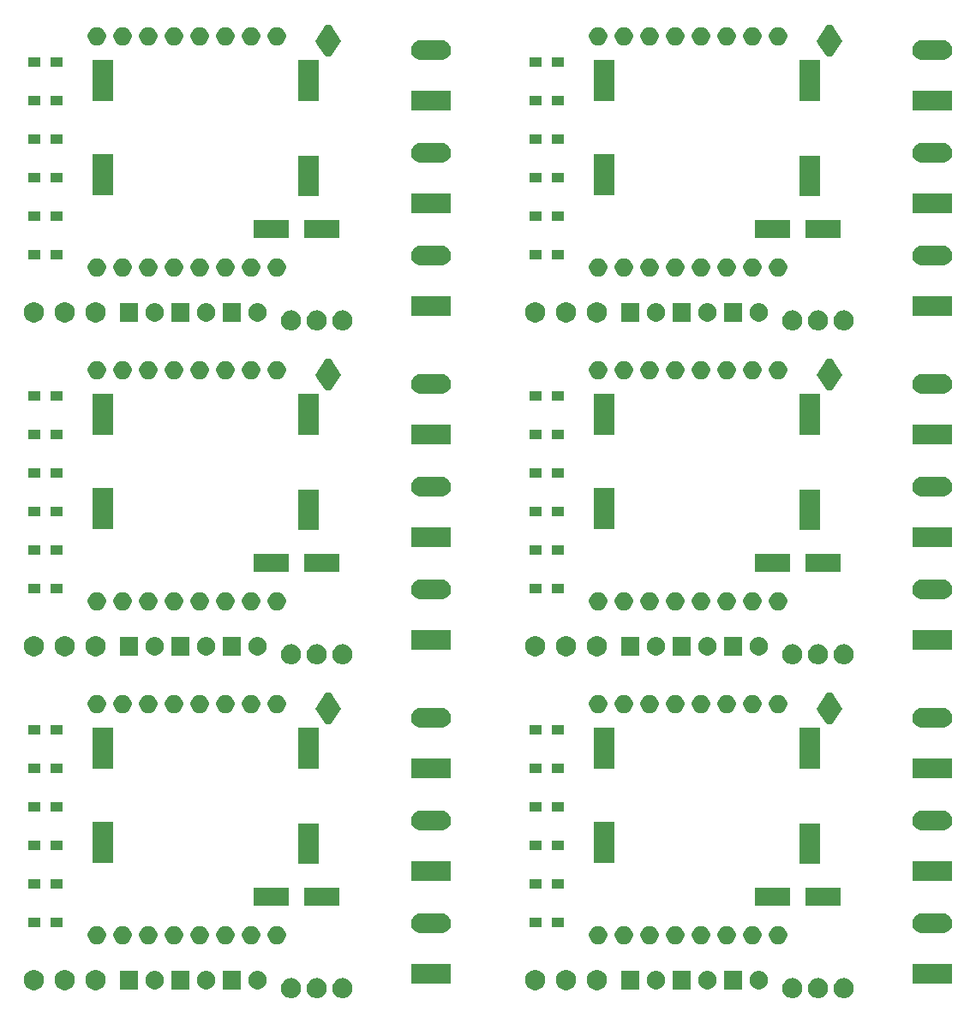
<source format=gbr>
G04 #@! TF.GenerationSoftware,KiCad,Pcbnew,5.0.1*
G04 #@! TF.CreationDate,2019-04-16T11:18:19+02:00*
G04 #@! TF.ProjectId,wasserschaden_smd,7761737365727363686164656E5F736D,rev?*
G04 #@! TF.SameCoordinates,Original*
G04 #@! TF.FileFunction,Soldermask,Top*
G04 #@! TF.FilePolarity,Negative*
%FSLAX46Y46*%
G04 Gerber Fmt 4.6, Leading zero omitted, Abs format (unit mm)*
G04 Created by KiCad (PCBNEW 5.0.1) date Di 16 Apr 2019 11:18:19 CEST*
%MOMM*%
%LPD*%
G01*
G04 APERTURE LIST*
%ADD10C,0.100000*%
G04 APERTURE END LIST*
D10*
G36*
X147635770Y-135055372D02*
X147751689Y-135078429D01*
X147933678Y-135153811D01*
X148097463Y-135263249D01*
X148236751Y-135402537D01*
X148346189Y-135566322D01*
X148421571Y-135748311D01*
X148437565Y-135828720D01*
X148460000Y-135941507D01*
X148460000Y-136138493D01*
X148444628Y-136215770D01*
X148421571Y-136331689D01*
X148346189Y-136513678D01*
X148236751Y-136677463D01*
X148097463Y-136816751D01*
X147933678Y-136926189D01*
X147751689Y-137001571D01*
X147635770Y-137024628D01*
X147558493Y-137040000D01*
X147361507Y-137040000D01*
X147284230Y-137024628D01*
X147168311Y-137001571D01*
X146986322Y-136926189D01*
X146822537Y-136816751D01*
X146683249Y-136677463D01*
X146573811Y-136513678D01*
X146498429Y-136331689D01*
X146475372Y-136215770D01*
X146460000Y-136138493D01*
X146460000Y-135941507D01*
X146482435Y-135828720D01*
X146498429Y-135748311D01*
X146573811Y-135566322D01*
X146683249Y-135402537D01*
X146822537Y-135263249D01*
X146986322Y-135153811D01*
X147168311Y-135078429D01*
X147284230Y-135055372D01*
X147361507Y-135040000D01*
X147558493Y-135040000D01*
X147635770Y-135055372D01*
X147635770Y-135055372D01*
G37*
G36*
X199705770Y-135055372D02*
X199821689Y-135078429D01*
X200003678Y-135153811D01*
X200167463Y-135263249D01*
X200306751Y-135402537D01*
X200416189Y-135566322D01*
X200491571Y-135748311D01*
X200507565Y-135828720D01*
X200530000Y-135941507D01*
X200530000Y-136138493D01*
X200514628Y-136215770D01*
X200491571Y-136331689D01*
X200416189Y-136513678D01*
X200306751Y-136677463D01*
X200167463Y-136816751D01*
X200003678Y-136926189D01*
X199821689Y-137001571D01*
X199705770Y-137024628D01*
X199628493Y-137040000D01*
X199431507Y-137040000D01*
X199354230Y-137024628D01*
X199238311Y-137001571D01*
X199056322Y-136926189D01*
X198892537Y-136816751D01*
X198753249Y-136677463D01*
X198643811Y-136513678D01*
X198568429Y-136331689D01*
X198545372Y-136215770D01*
X198530000Y-136138493D01*
X198530000Y-135941507D01*
X198552435Y-135828720D01*
X198568429Y-135748311D01*
X198643811Y-135566322D01*
X198753249Y-135402537D01*
X198892537Y-135263249D01*
X199056322Y-135153811D01*
X199238311Y-135078429D01*
X199354230Y-135055372D01*
X199431507Y-135040000D01*
X199628493Y-135040000D01*
X199705770Y-135055372D01*
X199705770Y-135055372D01*
G37*
G36*
X202245770Y-135055372D02*
X202361689Y-135078429D01*
X202543678Y-135153811D01*
X202707463Y-135263249D01*
X202846751Y-135402537D01*
X202956189Y-135566322D01*
X203031571Y-135748311D01*
X203047565Y-135828720D01*
X203070000Y-135941507D01*
X203070000Y-136138493D01*
X203054628Y-136215770D01*
X203031571Y-136331689D01*
X202956189Y-136513678D01*
X202846751Y-136677463D01*
X202707463Y-136816751D01*
X202543678Y-136926189D01*
X202361689Y-137001571D01*
X202245770Y-137024628D01*
X202168493Y-137040000D01*
X201971507Y-137040000D01*
X201894230Y-137024628D01*
X201778311Y-137001571D01*
X201596322Y-136926189D01*
X201432537Y-136816751D01*
X201293249Y-136677463D01*
X201183811Y-136513678D01*
X201108429Y-136331689D01*
X201085372Y-136215770D01*
X201070000Y-136138493D01*
X201070000Y-135941507D01*
X201092435Y-135828720D01*
X201108429Y-135748311D01*
X201183811Y-135566322D01*
X201293249Y-135402537D01*
X201432537Y-135263249D01*
X201596322Y-135153811D01*
X201778311Y-135078429D01*
X201894230Y-135055372D01*
X201971507Y-135040000D01*
X202168493Y-135040000D01*
X202245770Y-135055372D01*
X202245770Y-135055372D01*
G37*
G36*
X197165770Y-135055372D02*
X197281689Y-135078429D01*
X197463678Y-135153811D01*
X197627463Y-135263249D01*
X197766751Y-135402537D01*
X197876189Y-135566322D01*
X197951571Y-135748311D01*
X197967565Y-135828720D01*
X197990000Y-135941507D01*
X197990000Y-136138493D01*
X197974628Y-136215770D01*
X197951571Y-136331689D01*
X197876189Y-136513678D01*
X197766751Y-136677463D01*
X197627463Y-136816751D01*
X197463678Y-136926189D01*
X197281689Y-137001571D01*
X197165770Y-137024628D01*
X197088493Y-137040000D01*
X196891507Y-137040000D01*
X196814230Y-137024628D01*
X196698311Y-137001571D01*
X196516322Y-136926189D01*
X196352537Y-136816751D01*
X196213249Y-136677463D01*
X196103811Y-136513678D01*
X196028429Y-136331689D01*
X196005372Y-136215770D01*
X195990000Y-136138493D01*
X195990000Y-135941507D01*
X196012435Y-135828720D01*
X196028429Y-135748311D01*
X196103811Y-135566322D01*
X196213249Y-135402537D01*
X196352537Y-135263249D01*
X196516322Y-135153811D01*
X196698311Y-135078429D01*
X196814230Y-135055372D01*
X196891507Y-135040000D01*
X197088493Y-135040000D01*
X197165770Y-135055372D01*
X197165770Y-135055372D01*
G37*
G36*
X150175770Y-135055372D02*
X150291689Y-135078429D01*
X150473678Y-135153811D01*
X150637463Y-135263249D01*
X150776751Y-135402537D01*
X150886189Y-135566322D01*
X150961571Y-135748311D01*
X150977565Y-135828720D01*
X151000000Y-135941507D01*
X151000000Y-136138493D01*
X150984628Y-136215770D01*
X150961571Y-136331689D01*
X150886189Y-136513678D01*
X150776751Y-136677463D01*
X150637463Y-136816751D01*
X150473678Y-136926189D01*
X150291689Y-137001571D01*
X150175770Y-137024628D01*
X150098493Y-137040000D01*
X149901507Y-137040000D01*
X149824230Y-137024628D01*
X149708311Y-137001571D01*
X149526322Y-136926189D01*
X149362537Y-136816751D01*
X149223249Y-136677463D01*
X149113811Y-136513678D01*
X149038429Y-136331689D01*
X149015372Y-136215770D01*
X149000000Y-136138493D01*
X149000000Y-135941507D01*
X149022435Y-135828720D01*
X149038429Y-135748311D01*
X149113811Y-135566322D01*
X149223249Y-135402537D01*
X149362537Y-135263249D01*
X149526322Y-135153811D01*
X149708311Y-135078429D01*
X149824230Y-135055372D01*
X149901507Y-135040000D01*
X150098493Y-135040000D01*
X150175770Y-135055372D01*
X150175770Y-135055372D01*
G37*
G36*
X152715770Y-135055372D02*
X152831689Y-135078429D01*
X153013678Y-135153811D01*
X153177463Y-135263249D01*
X153316751Y-135402537D01*
X153426189Y-135566322D01*
X153501571Y-135748311D01*
X153517565Y-135828720D01*
X153540000Y-135941507D01*
X153540000Y-136138493D01*
X153524628Y-136215770D01*
X153501571Y-136331689D01*
X153426189Y-136513678D01*
X153316751Y-136677463D01*
X153177463Y-136816751D01*
X153013678Y-136926189D01*
X152831689Y-137001571D01*
X152715770Y-137024628D01*
X152638493Y-137040000D01*
X152441507Y-137040000D01*
X152364230Y-137024628D01*
X152248311Y-137001571D01*
X152066322Y-136926189D01*
X151902537Y-136816751D01*
X151763249Y-136677463D01*
X151653811Y-136513678D01*
X151578429Y-136331689D01*
X151555372Y-136215770D01*
X151540000Y-136138493D01*
X151540000Y-135941507D01*
X151562435Y-135828720D01*
X151578429Y-135748311D01*
X151653811Y-135566322D01*
X151763249Y-135402537D01*
X151902537Y-135263249D01*
X152066322Y-135153811D01*
X152248311Y-135078429D01*
X152364230Y-135055372D01*
X152441507Y-135040000D01*
X152638493Y-135040000D01*
X152715770Y-135055372D01*
X152715770Y-135055372D01*
G37*
G36*
X177848770Y-134270372D02*
X177964689Y-134293429D01*
X178146678Y-134368811D01*
X178310463Y-134478249D01*
X178449751Y-134617537D01*
X178559189Y-134781322D01*
X178634571Y-134963311D01*
X178640373Y-134992480D01*
X178672464Y-135153811D01*
X178673000Y-135156509D01*
X178673000Y-135353491D01*
X178634571Y-135546689D01*
X178559189Y-135728678D01*
X178449751Y-135892463D01*
X178310463Y-136031751D01*
X178146678Y-136141189D01*
X177964689Y-136216571D01*
X177848770Y-136239628D01*
X177771493Y-136255000D01*
X177574507Y-136255000D01*
X177497230Y-136239628D01*
X177381311Y-136216571D01*
X177199322Y-136141189D01*
X177035537Y-136031751D01*
X176896249Y-135892463D01*
X176786811Y-135728678D01*
X176711429Y-135546689D01*
X176673000Y-135353491D01*
X176673000Y-135156509D01*
X176673537Y-135153811D01*
X176705627Y-134992480D01*
X176711429Y-134963311D01*
X176786811Y-134781322D01*
X176896249Y-134617537D01*
X177035537Y-134478249D01*
X177199322Y-134368811D01*
X177381311Y-134293429D01*
X177497230Y-134270372D01*
X177574507Y-134255000D01*
X177771493Y-134255000D01*
X177848770Y-134270372D01*
X177848770Y-134270372D01*
G37*
G36*
X174800770Y-134270372D02*
X174916689Y-134293429D01*
X175098678Y-134368811D01*
X175262463Y-134478249D01*
X175401751Y-134617537D01*
X175511189Y-134781322D01*
X175586571Y-134963311D01*
X175592373Y-134992480D01*
X175624464Y-135153811D01*
X175625000Y-135156509D01*
X175625000Y-135353491D01*
X175586571Y-135546689D01*
X175511189Y-135728678D01*
X175401751Y-135892463D01*
X175262463Y-136031751D01*
X175098678Y-136141189D01*
X174916689Y-136216571D01*
X174800770Y-136239628D01*
X174723493Y-136255000D01*
X174526507Y-136255000D01*
X174449230Y-136239628D01*
X174333311Y-136216571D01*
X174151322Y-136141189D01*
X173987537Y-136031751D01*
X173848249Y-135892463D01*
X173738811Y-135728678D01*
X173663429Y-135546689D01*
X173625000Y-135353491D01*
X173625000Y-135156509D01*
X173625537Y-135153811D01*
X173657627Y-134992480D01*
X173663429Y-134963311D01*
X173738811Y-134781322D01*
X173848249Y-134617537D01*
X173987537Y-134478249D01*
X174151322Y-134368811D01*
X174333311Y-134293429D01*
X174449230Y-134270372D01*
X174526507Y-134255000D01*
X174723493Y-134255000D01*
X174800770Y-134270372D01*
X174800770Y-134270372D01*
G37*
G36*
X171752770Y-134270372D02*
X171868689Y-134293429D01*
X172050678Y-134368811D01*
X172214463Y-134478249D01*
X172353751Y-134617537D01*
X172463189Y-134781322D01*
X172538571Y-134963311D01*
X172544373Y-134992480D01*
X172576464Y-135153811D01*
X172577000Y-135156509D01*
X172577000Y-135353491D01*
X172538571Y-135546689D01*
X172463189Y-135728678D01*
X172353751Y-135892463D01*
X172214463Y-136031751D01*
X172050678Y-136141189D01*
X171868689Y-136216571D01*
X171752770Y-136239628D01*
X171675493Y-136255000D01*
X171478507Y-136255000D01*
X171401230Y-136239628D01*
X171285311Y-136216571D01*
X171103322Y-136141189D01*
X170939537Y-136031751D01*
X170800249Y-135892463D01*
X170690811Y-135728678D01*
X170615429Y-135546689D01*
X170577000Y-135353491D01*
X170577000Y-135156509D01*
X170577537Y-135153811D01*
X170609627Y-134992480D01*
X170615429Y-134963311D01*
X170690811Y-134781322D01*
X170800249Y-134617537D01*
X170939537Y-134478249D01*
X171103322Y-134368811D01*
X171285311Y-134293429D01*
X171401230Y-134270372D01*
X171478507Y-134255000D01*
X171675493Y-134255000D01*
X171752770Y-134270372D01*
X171752770Y-134270372D01*
G37*
G36*
X125270770Y-134270372D02*
X125386689Y-134293429D01*
X125568678Y-134368811D01*
X125732463Y-134478249D01*
X125871751Y-134617537D01*
X125981189Y-134781322D01*
X126056571Y-134963311D01*
X126062373Y-134992480D01*
X126094464Y-135153811D01*
X126095000Y-135156509D01*
X126095000Y-135353491D01*
X126056571Y-135546689D01*
X125981189Y-135728678D01*
X125871751Y-135892463D01*
X125732463Y-136031751D01*
X125568678Y-136141189D01*
X125386689Y-136216571D01*
X125270770Y-136239628D01*
X125193493Y-136255000D01*
X124996507Y-136255000D01*
X124919230Y-136239628D01*
X124803311Y-136216571D01*
X124621322Y-136141189D01*
X124457537Y-136031751D01*
X124318249Y-135892463D01*
X124208811Y-135728678D01*
X124133429Y-135546689D01*
X124095000Y-135353491D01*
X124095000Y-135156509D01*
X124095537Y-135153811D01*
X124127627Y-134992480D01*
X124133429Y-134963311D01*
X124208811Y-134781322D01*
X124318249Y-134617537D01*
X124457537Y-134478249D01*
X124621322Y-134368811D01*
X124803311Y-134293429D01*
X124919230Y-134270372D01*
X124996507Y-134255000D01*
X125193493Y-134255000D01*
X125270770Y-134270372D01*
X125270770Y-134270372D01*
G37*
G36*
X122222770Y-134270372D02*
X122338689Y-134293429D01*
X122520678Y-134368811D01*
X122684463Y-134478249D01*
X122823751Y-134617537D01*
X122933189Y-134781322D01*
X123008571Y-134963311D01*
X123014373Y-134992480D01*
X123046464Y-135153811D01*
X123047000Y-135156509D01*
X123047000Y-135353491D01*
X123008571Y-135546689D01*
X122933189Y-135728678D01*
X122823751Y-135892463D01*
X122684463Y-136031751D01*
X122520678Y-136141189D01*
X122338689Y-136216571D01*
X122222770Y-136239628D01*
X122145493Y-136255000D01*
X121948507Y-136255000D01*
X121871230Y-136239628D01*
X121755311Y-136216571D01*
X121573322Y-136141189D01*
X121409537Y-136031751D01*
X121270249Y-135892463D01*
X121160811Y-135728678D01*
X121085429Y-135546689D01*
X121047000Y-135353491D01*
X121047000Y-135156509D01*
X121047537Y-135153811D01*
X121079627Y-134992480D01*
X121085429Y-134963311D01*
X121160811Y-134781322D01*
X121270249Y-134617537D01*
X121409537Y-134478249D01*
X121573322Y-134368811D01*
X121755311Y-134293429D01*
X121871230Y-134270372D01*
X121948507Y-134255000D01*
X122145493Y-134255000D01*
X122222770Y-134270372D01*
X122222770Y-134270372D01*
G37*
G36*
X128318770Y-134270372D02*
X128434689Y-134293429D01*
X128616678Y-134368811D01*
X128780463Y-134478249D01*
X128919751Y-134617537D01*
X129029189Y-134781322D01*
X129104571Y-134963311D01*
X129110373Y-134992480D01*
X129142464Y-135153811D01*
X129143000Y-135156509D01*
X129143000Y-135353491D01*
X129104571Y-135546689D01*
X129029189Y-135728678D01*
X128919751Y-135892463D01*
X128780463Y-136031751D01*
X128616678Y-136141189D01*
X128434689Y-136216571D01*
X128318770Y-136239628D01*
X128241493Y-136255000D01*
X128044507Y-136255000D01*
X127967230Y-136239628D01*
X127851311Y-136216571D01*
X127669322Y-136141189D01*
X127505537Y-136031751D01*
X127366249Y-135892463D01*
X127256811Y-135728678D01*
X127181429Y-135546689D01*
X127143000Y-135353491D01*
X127143000Y-135156509D01*
X127143537Y-135153811D01*
X127175627Y-134992480D01*
X127181429Y-134963311D01*
X127256811Y-134781322D01*
X127366249Y-134617537D01*
X127505537Y-134478249D01*
X127669322Y-134368811D01*
X127851311Y-134293429D01*
X127967230Y-134270372D01*
X128044507Y-134255000D01*
X128241493Y-134255000D01*
X128318770Y-134270372D01*
X128318770Y-134270372D01*
G37*
G36*
X193937521Y-134389586D02*
X194101309Y-134457429D01*
X194248720Y-134555926D01*
X194374074Y-134681280D01*
X194472571Y-134828691D01*
X194540414Y-134992479D01*
X194575000Y-135166356D01*
X194575000Y-135343644D01*
X194540414Y-135517521D01*
X194472571Y-135681309D01*
X194374074Y-135828720D01*
X194248720Y-135954074D01*
X194101309Y-136052571D01*
X193937521Y-136120414D01*
X193763644Y-136155000D01*
X193586356Y-136155000D01*
X193412479Y-136120414D01*
X193248691Y-136052571D01*
X193101280Y-135954074D01*
X192975926Y-135828720D01*
X192877429Y-135681309D01*
X192809586Y-135517521D01*
X192775000Y-135343644D01*
X192775000Y-135166356D01*
X192809586Y-134992479D01*
X192877429Y-134828691D01*
X192975926Y-134681280D01*
X193101280Y-134555926D01*
X193248691Y-134457429D01*
X193412479Y-134389586D01*
X193586356Y-134355000D01*
X193763644Y-134355000D01*
X193937521Y-134389586D01*
X193937521Y-134389586D01*
G37*
G36*
X132345000Y-136155000D02*
X130545000Y-136155000D01*
X130545000Y-134355000D01*
X132345000Y-134355000D01*
X132345000Y-136155000D01*
X132345000Y-136155000D01*
G37*
G36*
X188857521Y-134389586D02*
X189021309Y-134457429D01*
X189168720Y-134555926D01*
X189294074Y-134681280D01*
X189392571Y-134828691D01*
X189460414Y-134992479D01*
X189495000Y-135166356D01*
X189495000Y-135343644D01*
X189460414Y-135517521D01*
X189392571Y-135681309D01*
X189294074Y-135828720D01*
X189168720Y-135954074D01*
X189021309Y-136052571D01*
X188857521Y-136120414D01*
X188683644Y-136155000D01*
X188506356Y-136155000D01*
X188332479Y-136120414D01*
X188168691Y-136052571D01*
X188021280Y-135954074D01*
X187895926Y-135828720D01*
X187797429Y-135681309D01*
X187729586Y-135517521D01*
X187695000Y-135343644D01*
X187695000Y-135166356D01*
X187729586Y-134992479D01*
X187797429Y-134828691D01*
X187895926Y-134681280D01*
X188021280Y-134555926D01*
X188168691Y-134457429D01*
X188332479Y-134389586D01*
X188506356Y-134355000D01*
X188683644Y-134355000D01*
X188857521Y-134389586D01*
X188857521Y-134389586D01*
G37*
G36*
X186955000Y-136155000D02*
X185155000Y-136155000D01*
X185155000Y-134355000D01*
X186955000Y-134355000D01*
X186955000Y-136155000D01*
X186955000Y-136155000D01*
G37*
G36*
X183777521Y-134389586D02*
X183941309Y-134457429D01*
X184088720Y-134555926D01*
X184214074Y-134681280D01*
X184312571Y-134828691D01*
X184380414Y-134992479D01*
X184415000Y-135166356D01*
X184415000Y-135343644D01*
X184380414Y-135517521D01*
X184312571Y-135681309D01*
X184214074Y-135828720D01*
X184088720Y-135954074D01*
X183941309Y-136052571D01*
X183777521Y-136120414D01*
X183603644Y-136155000D01*
X183426356Y-136155000D01*
X183252479Y-136120414D01*
X183088691Y-136052571D01*
X182941280Y-135954074D01*
X182815926Y-135828720D01*
X182717429Y-135681309D01*
X182649586Y-135517521D01*
X182615000Y-135343644D01*
X182615000Y-135166356D01*
X182649586Y-134992479D01*
X182717429Y-134828691D01*
X182815926Y-134681280D01*
X182941280Y-134555926D01*
X183088691Y-134457429D01*
X183252479Y-134389586D01*
X183426356Y-134355000D01*
X183603644Y-134355000D01*
X183777521Y-134389586D01*
X183777521Y-134389586D01*
G37*
G36*
X181875000Y-136155000D02*
X180075000Y-136155000D01*
X180075000Y-134355000D01*
X181875000Y-134355000D01*
X181875000Y-136155000D01*
X181875000Y-136155000D01*
G37*
G36*
X139327521Y-134389586D02*
X139491309Y-134457429D01*
X139638720Y-134555926D01*
X139764074Y-134681280D01*
X139862571Y-134828691D01*
X139930414Y-134992479D01*
X139965000Y-135166356D01*
X139965000Y-135343644D01*
X139930414Y-135517521D01*
X139862571Y-135681309D01*
X139764074Y-135828720D01*
X139638720Y-135954074D01*
X139491309Y-136052571D01*
X139327521Y-136120414D01*
X139153644Y-136155000D01*
X138976356Y-136155000D01*
X138802479Y-136120414D01*
X138638691Y-136052571D01*
X138491280Y-135954074D01*
X138365926Y-135828720D01*
X138267429Y-135681309D01*
X138199586Y-135517521D01*
X138165000Y-135343644D01*
X138165000Y-135166356D01*
X138199586Y-134992479D01*
X138267429Y-134828691D01*
X138365926Y-134681280D01*
X138491280Y-134555926D01*
X138638691Y-134457429D01*
X138802479Y-134389586D01*
X138976356Y-134355000D01*
X139153644Y-134355000D01*
X139327521Y-134389586D01*
X139327521Y-134389586D01*
G37*
G36*
X144407521Y-134389586D02*
X144571309Y-134457429D01*
X144718720Y-134555926D01*
X144844074Y-134681280D01*
X144942571Y-134828691D01*
X145010414Y-134992479D01*
X145045000Y-135166356D01*
X145045000Y-135343644D01*
X145010414Y-135517521D01*
X144942571Y-135681309D01*
X144844074Y-135828720D01*
X144718720Y-135954074D01*
X144571309Y-136052571D01*
X144407521Y-136120414D01*
X144233644Y-136155000D01*
X144056356Y-136155000D01*
X143882479Y-136120414D01*
X143718691Y-136052571D01*
X143571280Y-135954074D01*
X143445926Y-135828720D01*
X143347429Y-135681309D01*
X143279586Y-135517521D01*
X143245000Y-135343644D01*
X143245000Y-135166356D01*
X143279586Y-134992479D01*
X143347429Y-134828691D01*
X143445926Y-134681280D01*
X143571280Y-134555926D01*
X143718691Y-134457429D01*
X143882479Y-134389586D01*
X144056356Y-134355000D01*
X144233644Y-134355000D01*
X144407521Y-134389586D01*
X144407521Y-134389586D01*
G37*
G36*
X142505000Y-136155000D02*
X140705000Y-136155000D01*
X140705000Y-134355000D01*
X142505000Y-134355000D01*
X142505000Y-136155000D01*
X142505000Y-136155000D01*
G37*
G36*
X192035000Y-136155000D02*
X190235000Y-136155000D01*
X190235000Y-134355000D01*
X192035000Y-134355000D01*
X192035000Y-136155000D01*
X192035000Y-136155000D01*
G37*
G36*
X134247521Y-134389586D02*
X134411309Y-134457429D01*
X134558720Y-134555926D01*
X134684074Y-134681280D01*
X134782571Y-134828691D01*
X134850414Y-134992479D01*
X134885000Y-135166356D01*
X134885000Y-135343644D01*
X134850414Y-135517521D01*
X134782571Y-135681309D01*
X134684074Y-135828720D01*
X134558720Y-135954074D01*
X134411309Y-136052571D01*
X134247521Y-136120414D01*
X134073644Y-136155000D01*
X133896356Y-136155000D01*
X133722479Y-136120414D01*
X133558691Y-136052571D01*
X133411280Y-135954074D01*
X133285926Y-135828720D01*
X133187429Y-135681309D01*
X133119586Y-135517521D01*
X133085000Y-135343644D01*
X133085000Y-135166356D01*
X133119586Y-134992479D01*
X133187429Y-134828691D01*
X133285926Y-134681280D01*
X133411280Y-134555926D01*
X133558691Y-134457429D01*
X133722479Y-134389586D01*
X133896356Y-134355000D01*
X134073644Y-134355000D01*
X134247521Y-134389586D01*
X134247521Y-134389586D01*
G37*
G36*
X137425000Y-136155000D02*
X135625000Y-136155000D01*
X135625000Y-134355000D01*
X137425000Y-134355000D01*
X137425000Y-136155000D01*
X137425000Y-136155000D01*
G37*
G36*
X163270000Y-135610000D02*
X159310000Y-135610000D01*
X159310000Y-133630000D01*
X163270000Y-133630000D01*
X163270000Y-135610000D01*
X163270000Y-135610000D01*
G37*
G36*
X212800000Y-135610000D02*
X208840000Y-135610000D01*
X208840000Y-133630000D01*
X212800000Y-133630000D01*
X212800000Y-135610000D01*
X212800000Y-135610000D01*
G37*
G36*
X131072521Y-129944586D02*
X131236309Y-130012429D01*
X131383720Y-130110926D01*
X131509074Y-130236280D01*
X131607571Y-130383691D01*
X131675414Y-130547479D01*
X131710000Y-130721356D01*
X131710000Y-130898644D01*
X131675414Y-131072521D01*
X131607571Y-131236309D01*
X131509074Y-131383720D01*
X131383720Y-131509074D01*
X131236309Y-131607571D01*
X131072521Y-131675414D01*
X130898644Y-131710000D01*
X130721356Y-131710000D01*
X130547479Y-131675414D01*
X130383691Y-131607571D01*
X130236280Y-131509074D01*
X130110926Y-131383720D01*
X130012429Y-131236309D01*
X129944586Y-131072521D01*
X129910000Y-130898644D01*
X129910000Y-130721356D01*
X129944586Y-130547479D01*
X130012429Y-130383691D01*
X130110926Y-130236280D01*
X130236280Y-130110926D01*
X130383691Y-130012429D01*
X130547479Y-129944586D01*
X130721356Y-129910000D01*
X130898644Y-129910000D01*
X131072521Y-129944586D01*
X131072521Y-129944586D01*
G37*
G36*
X193302521Y-129944586D02*
X193466309Y-130012429D01*
X193613720Y-130110926D01*
X193739074Y-130236280D01*
X193837571Y-130383691D01*
X193905414Y-130547479D01*
X193940000Y-130721356D01*
X193940000Y-130898644D01*
X193905414Y-131072521D01*
X193837571Y-131236309D01*
X193739074Y-131383720D01*
X193613720Y-131509074D01*
X193466309Y-131607571D01*
X193302521Y-131675414D01*
X193128644Y-131710000D01*
X192951356Y-131710000D01*
X192777479Y-131675414D01*
X192613691Y-131607571D01*
X192466280Y-131509074D01*
X192340926Y-131383720D01*
X192242429Y-131236309D01*
X192174586Y-131072521D01*
X192140000Y-130898644D01*
X192140000Y-130721356D01*
X192174586Y-130547479D01*
X192242429Y-130383691D01*
X192340926Y-130236280D01*
X192466280Y-130110926D01*
X192613691Y-130012429D01*
X192777479Y-129944586D01*
X192951356Y-129910000D01*
X193128644Y-129910000D01*
X193302521Y-129944586D01*
X193302521Y-129944586D01*
G37*
G36*
X195842521Y-129944586D02*
X196006309Y-130012429D01*
X196153720Y-130110926D01*
X196279074Y-130236280D01*
X196377571Y-130383691D01*
X196445414Y-130547479D01*
X196480000Y-130721356D01*
X196480000Y-130898644D01*
X196445414Y-131072521D01*
X196377571Y-131236309D01*
X196279074Y-131383720D01*
X196153720Y-131509074D01*
X196006309Y-131607571D01*
X195842521Y-131675414D01*
X195668644Y-131710000D01*
X195491356Y-131710000D01*
X195317479Y-131675414D01*
X195153691Y-131607571D01*
X195006280Y-131509074D01*
X194880926Y-131383720D01*
X194782429Y-131236309D01*
X194714586Y-131072521D01*
X194680000Y-130898644D01*
X194680000Y-130721356D01*
X194714586Y-130547479D01*
X194782429Y-130383691D01*
X194880926Y-130236280D01*
X195006280Y-130110926D01*
X195153691Y-130012429D01*
X195317479Y-129944586D01*
X195491356Y-129910000D01*
X195668644Y-129910000D01*
X195842521Y-129944586D01*
X195842521Y-129944586D01*
G37*
G36*
X178062521Y-129944586D02*
X178226309Y-130012429D01*
X178373720Y-130110926D01*
X178499074Y-130236280D01*
X178597571Y-130383691D01*
X178665414Y-130547479D01*
X178700000Y-130721356D01*
X178700000Y-130898644D01*
X178665414Y-131072521D01*
X178597571Y-131236309D01*
X178499074Y-131383720D01*
X178373720Y-131509074D01*
X178226309Y-131607571D01*
X178062521Y-131675414D01*
X177888644Y-131710000D01*
X177711356Y-131710000D01*
X177537479Y-131675414D01*
X177373691Y-131607571D01*
X177226280Y-131509074D01*
X177100926Y-131383720D01*
X177002429Y-131236309D01*
X176934586Y-131072521D01*
X176900000Y-130898644D01*
X176900000Y-130721356D01*
X176934586Y-130547479D01*
X177002429Y-130383691D01*
X177100926Y-130236280D01*
X177226280Y-130110926D01*
X177373691Y-130012429D01*
X177537479Y-129944586D01*
X177711356Y-129910000D01*
X177888644Y-129910000D01*
X178062521Y-129944586D01*
X178062521Y-129944586D01*
G37*
G36*
X146312521Y-129944586D02*
X146476309Y-130012429D01*
X146623720Y-130110926D01*
X146749074Y-130236280D01*
X146847571Y-130383691D01*
X146915414Y-130547479D01*
X146950000Y-130721356D01*
X146950000Y-130898644D01*
X146915414Y-131072521D01*
X146847571Y-131236309D01*
X146749074Y-131383720D01*
X146623720Y-131509074D01*
X146476309Y-131607571D01*
X146312521Y-131675414D01*
X146138644Y-131710000D01*
X145961356Y-131710000D01*
X145787479Y-131675414D01*
X145623691Y-131607571D01*
X145476280Y-131509074D01*
X145350926Y-131383720D01*
X145252429Y-131236309D01*
X145184586Y-131072521D01*
X145150000Y-130898644D01*
X145150000Y-130721356D01*
X145184586Y-130547479D01*
X145252429Y-130383691D01*
X145350926Y-130236280D01*
X145476280Y-130110926D01*
X145623691Y-130012429D01*
X145787479Y-129944586D01*
X145961356Y-129910000D01*
X146138644Y-129910000D01*
X146312521Y-129944586D01*
X146312521Y-129944586D01*
G37*
G36*
X143772521Y-129944586D02*
X143936309Y-130012429D01*
X144083720Y-130110926D01*
X144209074Y-130236280D01*
X144307571Y-130383691D01*
X144375414Y-130547479D01*
X144410000Y-130721356D01*
X144410000Y-130898644D01*
X144375414Y-131072521D01*
X144307571Y-131236309D01*
X144209074Y-131383720D01*
X144083720Y-131509074D01*
X143936309Y-131607571D01*
X143772521Y-131675414D01*
X143598644Y-131710000D01*
X143421356Y-131710000D01*
X143247479Y-131675414D01*
X143083691Y-131607571D01*
X142936280Y-131509074D01*
X142810926Y-131383720D01*
X142712429Y-131236309D01*
X142644586Y-131072521D01*
X142610000Y-130898644D01*
X142610000Y-130721356D01*
X142644586Y-130547479D01*
X142712429Y-130383691D01*
X142810926Y-130236280D01*
X142936280Y-130110926D01*
X143083691Y-130012429D01*
X143247479Y-129944586D01*
X143421356Y-129910000D01*
X143598644Y-129910000D01*
X143772521Y-129944586D01*
X143772521Y-129944586D01*
G37*
G36*
X141232521Y-129944586D02*
X141396309Y-130012429D01*
X141543720Y-130110926D01*
X141669074Y-130236280D01*
X141767571Y-130383691D01*
X141835414Y-130547479D01*
X141870000Y-130721356D01*
X141870000Y-130898644D01*
X141835414Y-131072521D01*
X141767571Y-131236309D01*
X141669074Y-131383720D01*
X141543720Y-131509074D01*
X141396309Y-131607571D01*
X141232521Y-131675414D01*
X141058644Y-131710000D01*
X140881356Y-131710000D01*
X140707479Y-131675414D01*
X140543691Y-131607571D01*
X140396280Y-131509074D01*
X140270926Y-131383720D01*
X140172429Y-131236309D01*
X140104586Y-131072521D01*
X140070000Y-130898644D01*
X140070000Y-130721356D01*
X140104586Y-130547479D01*
X140172429Y-130383691D01*
X140270926Y-130236280D01*
X140396280Y-130110926D01*
X140543691Y-130012429D01*
X140707479Y-129944586D01*
X140881356Y-129910000D01*
X141058644Y-129910000D01*
X141232521Y-129944586D01*
X141232521Y-129944586D01*
G37*
G36*
X183142521Y-129944586D02*
X183306309Y-130012429D01*
X183453720Y-130110926D01*
X183579074Y-130236280D01*
X183677571Y-130383691D01*
X183745414Y-130547479D01*
X183780000Y-130721356D01*
X183780000Y-130898644D01*
X183745414Y-131072521D01*
X183677571Y-131236309D01*
X183579074Y-131383720D01*
X183453720Y-131509074D01*
X183306309Y-131607571D01*
X183142521Y-131675414D01*
X182968644Y-131710000D01*
X182791356Y-131710000D01*
X182617479Y-131675414D01*
X182453691Y-131607571D01*
X182306280Y-131509074D01*
X182180926Y-131383720D01*
X182082429Y-131236309D01*
X182014586Y-131072521D01*
X181980000Y-130898644D01*
X181980000Y-130721356D01*
X182014586Y-130547479D01*
X182082429Y-130383691D01*
X182180926Y-130236280D01*
X182306280Y-130110926D01*
X182453691Y-130012429D01*
X182617479Y-129944586D01*
X182791356Y-129910000D01*
X182968644Y-129910000D01*
X183142521Y-129944586D01*
X183142521Y-129944586D01*
G37*
G36*
X138692521Y-129944586D02*
X138856309Y-130012429D01*
X139003720Y-130110926D01*
X139129074Y-130236280D01*
X139227571Y-130383691D01*
X139295414Y-130547479D01*
X139330000Y-130721356D01*
X139330000Y-130898644D01*
X139295414Y-131072521D01*
X139227571Y-131236309D01*
X139129074Y-131383720D01*
X139003720Y-131509074D01*
X138856309Y-131607571D01*
X138692521Y-131675414D01*
X138518644Y-131710000D01*
X138341356Y-131710000D01*
X138167479Y-131675414D01*
X138003691Y-131607571D01*
X137856280Y-131509074D01*
X137730926Y-131383720D01*
X137632429Y-131236309D01*
X137564586Y-131072521D01*
X137530000Y-130898644D01*
X137530000Y-130721356D01*
X137564586Y-130547479D01*
X137632429Y-130383691D01*
X137730926Y-130236280D01*
X137856280Y-130110926D01*
X138003691Y-130012429D01*
X138167479Y-129944586D01*
X138341356Y-129910000D01*
X138518644Y-129910000D01*
X138692521Y-129944586D01*
X138692521Y-129944586D01*
G37*
G36*
X136152521Y-129944586D02*
X136316309Y-130012429D01*
X136463720Y-130110926D01*
X136589074Y-130236280D01*
X136687571Y-130383691D01*
X136755414Y-130547479D01*
X136790000Y-130721356D01*
X136790000Y-130898644D01*
X136755414Y-131072521D01*
X136687571Y-131236309D01*
X136589074Y-131383720D01*
X136463720Y-131509074D01*
X136316309Y-131607571D01*
X136152521Y-131675414D01*
X135978644Y-131710000D01*
X135801356Y-131710000D01*
X135627479Y-131675414D01*
X135463691Y-131607571D01*
X135316280Y-131509074D01*
X135190926Y-131383720D01*
X135092429Y-131236309D01*
X135024586Y-131072521D01*
X134990000Y-130898644D01*
X134990000Y-130721356D01*
X135024586Y-130547479D01*
X135092429Y-130383691D01*
X135190926Y-130236280D01*
X135316280Y-130110926D01*
X135463691Y-130012429D01*
X135627479Y-129944586D01*
X135801356Y-129910000D01*
X135978644Y-129910000D01*
X136152521Y-129944586D01*
X136152521Y-129944586D01*
G37*
G36*
X133612521Y-129944586D02*
X133776309Y-130012429D01*
X133923720Y-130110926D01*
X134049074Y-130236280D01*
X134147571Y-130383691D01*
X134215414Y-130547479D01*
X134250000Y-130721356D01*
X134250000Y-130898644D01*
X134215414Y-131072521D01*
X134147571Y-131236309D01*
X134049074Y-131383720D01*
X133923720Y-131509074D01*
X133776309Y-131607571D01*
X133612521Y-131675414D01*
X133438644Y-131710000D01*
X133261356Y-131710000D01*
X133087479Y-131675414D01*
X132923691Y-131607571D01*
X132776280Y-131509074D01*
X132650926Y-131383720D01*
X132552429Y-131236309D01*
X132484586Y-131072521D01*
X132450000Y-130898644D01*
X132450000Y-130721356D01*
X132484586Y-130547479D01*
X132552429Y-130383691D01*
X132650926Y-130236280D01*
X132776280Y-130110926D01*
X132923691Y-130012429D01*
X133087479Y-129944586D01*
X133261356Y-129910000D01*
X133438644Y-129910000D01*
X133612521Y-129944586D01*
X133612521Y-129944586D01*
G37*
G36*
X185682521Y-129944586D02*
X185846309Y-130012429D01*
X185993720Y-130110926D01*
X186119074Y-130236280D01*
X186217571Y-130383691D01*
X186285414Y-130547479D01*
X186320000Y-130721356D01*
X186320000Y-130898644D01*
X186285414Y-131072521D01*
X186217571Y-131236309D01*
X186119074Y-131383720D01*
X185993720Y-131509074D01*
X185846309Y-131607571D01*
X185682521Y-131675414D01*
X185508644Y-131710000D01*
X185331356Y-131710000D01*
X185157479Y-131675414D01*
X184993691Y-131607571D01*
X184846280Y-131509074D01*
X184720926Y-131383720D01*
X184622429Y-131236309D01*
X184554586Y-131072521D01*
X184520000Y-130898644D01*
X184520000Y-130721356D01*
X184554586Y-130547479D01*
X184622429Y-130383691D01*
X184720926Y-130236280D01*
X184846280Y-130110926D01*
X184993691Y-130012429D01*
X185157479Y-129944586D01*
X185331356Y-129910000D01*
X185508644Y-129910000D01*
X185682521Y-129944586D01*
X185682521Y-129944586D01*
G37*
G36*
X188222521Y-129944586D02*
X188386309Y-130012429D01*
X188533720Y-130110926D01*
X188659074Y-130236280D01*
X188757571Y-130383691D01*
X188825414Y-130547479D01*
X188860000Y-130721356D01*
X188860000Y-130898644D01*
X188825414Y-131072521D01*
X188757571Y-131236309D01*
X188659074Y-131383720D01*
X188533720Y-131509074D01*
X188386309Y-131607571D01*
X188222521Y-131675414D01*
X188048644Y-131710000D01*
X187871356Y-131710000D01*
X187697479Y-131675414D01*
X187533691Y-131607571D01*
X187386280Y-131509074D01*
X187260926Y-131383720D01*
X187162429Y-131236309D01*
X187094586Y-131072521D01*
X187060000Y-130898644D01*
X187060000Y-130721356D01*
X187094586Y-130547479D01*
X187162429Y-130383691D01*
X187260926Y-130236280D01*
X187386280Y-130110926D01*
X187533691Y-130012429D01*
X187697479Y-129944586D01*
X187871356Y-129910000D01*
X188048644Y-129910000D01*
X188222521Y-129944586D01*
X188222521Y-129944586D01*
G37*
G36*
X190762521Y-129944586D02*
X190926309Y-130012429D01*
X191073720Y-130110926D01*
X191199074Y-130236280D01*
X191297571Y-130383691D01*
X191365414Y-130547479D01*
X191400000Y-130721356D01*
X191400000Y-130898644D01*
X191365414Y-131072521D01*
X191297571Y-131236309D01*
X191199074Y-131383720D01*
X191073720Y-131509074D01*
X190926309Y-131607571D01*
X190762521Y-131675414D01*
X190588644Y-131710000D01*
X190411356Y-131710000D01*
X190237479Y-131675414D01*
X190073691Y-131607571D01*
X189926280Y-131509074D01*
X189800926Y-131383720D01*
X189702429Y-131236309D01*
X189634586Y-131072521D01*
X189600000Y-130898644D01*
X189600000Y-130721356D01*
X189634586Y-130547479D01*
X189702429Y-130383691D01*
X189800926Y-130236280D01*
X189926280Y-130110926D01*
X190073691Y-130012429D01*
X190237479Y-129944586D01*
X190411356Y-129910000D01*
X190588644Y-129910000D01*
X190762521Y-129944586D01*
X190762521Y-129944586D01*
G37*
G36*
X128532521Y-129944586D02*
X128696309Y-130012429D01*
X128843720Y-130110926D01*
X128969074Y-130236280D01*
X129067571Y-130383691D01*
X129135414Y-130547479D01*
X129170000Y-130721356D01*
X129170000Y-130898644D01*
X129135414Y-131072521D01*
X129067571Y-131236309D01*
X128969074Y-131383720D01*
X128843720Y-131509074D01*
X128696309Y-131607571D01*
X128532521Y-131675414D01*
X128358644Y-131710000D01*
X128181356Y-131710000D01*
X128007479Y-131675414D01*
X127843691Y-131607571D01*
X127696280Y-131509074D01*
X127570926Y-131383720D01*
X127472429Y-131236309D01*
X127404586Y-131072521D01*
X127370000Y-130898644D01*
X127370000Y-130721356D01*
X127404586Y-130547479D01*
X127472429Y-130383691D01*
X127570926Y-130236280D01*
X127696280Y-130110926D01*
X127843691Y-130012429D01*
X128007479Y-129944586D01*
X128181356Y-129910000D01*
X128358644Y-129910000D01*
X128532521Y-129944586D01*
X128532521Y-129944586D01*
G37*
G36*
X180602521Y-129944586D02*
X180766309Y-130012429D01*
X180913720Y-130110926D01*
X181039074Y-130236280D01*
X181137571Y-130383691D01*
X181205414Y-130547479D01*
X181240000Y-130721356D01*
X181240000Y-130898644D01*
X181205414Y-131072521D01*
X181137571Y-131236309D01*
X181039074Y-131383720D01*
X180913720Y-131509074D01*
X180766309Y-131607571D01*
X180602521Y-131675414D01*
X180428644Y-131710000D01*
X180251356Y-131710000D01*
X180077479Y-131675414D01*
X179913691Y-131607571D01*
X179766280Y-131509074D01*
X179640926Y-131383720D01*
X179542429Y-131236309D01*
X179474586Y-131072521D01*
X179440000Y-130898644D01*
X179440000Y-130721356D01*
X179474586Y-130547479D01*
X179542429Y-130383691D01*
X179640926Y-130236280D01*
X179766280Y-130110926D01*
X179913691Y-130012429D01*
X180077479Y-129944586D01*
X180251356Y-129910000D01*
X180428644Y-129910000D01*
X180602521Y-129944586D01*
X180602521Y-129944586D01*
G37*
G36*
X162474070Y-128644324D02*
X162474073Y-128644325D01*
X162474074Y-128644325D01*
X162660690Y-128700934D01*
X162832676Y-128792862D01*
X162983423Y-128916577D01*
X163107138Y-129067324D01*
X163194930Y-129231573D01*
X163199065Y-129239308D01*
X163255676Y-129425930D01*
X163274790Y-129620000D01*
X163255676Y-129814070D01*
X163255675Y-129814073D01*
X163255675Y-129814074D01*
X163199066Y-130000690D01*
X163107138Y-130172676D01*
X162983423Y-130323423D01*
X162832676Y-130447138D01*
X162660690Y-130539066D01*
X162474074Y-130595675D01*
X162474073Y-130595675D01*
X162474070Y-130595676D01*
X162328636Y-130610000D01*
X160251364Y-130610000D01*
X160105930Y-130595676D01*
X160105927Y-130595675D01*
X160105926Y-130595675D01*
X159919310Y-130539066D01*
X159747324Y-130447138D01*
X159596577Y-130323423D01*
X159472862Y-130172676D01*
X159380934Y-130000690D01*
X159324325Y-129814074D01*
X159324325Y-129814073D01*
X159324324Y-129814070D01*
X159305210Y-129620000D01*
X159324324Y-129425930D01*
X159380935Y-129239308D01*
X159385070Y-129231573D01*
X159472862Y-129067324D01*
X159596577Y-128916577D01*
X159747324Y-128792862D01*
X159919310Y-128700934D01*
X160105926Y-128644325D01*
X160105927Y-128644325D01*
X160105930Y-128644324D01*
X160251364Y-128630000D01*
X162328636Y-128630000D01*
X162474070Y-128644324D01*
X162474070Y-128644324D01*
G37*
G36*
X212004070Y-128644324D02*
X212004073Y-128644325D01*
X212004074Y-128644325D01*
X212190690Y-128700934D01*
X212362676Y-128792862D01*
X212513423Y-128916577D01*
X212637138Y-129067324D01*
X212724930Y-129231573D01*
X212729065Y-129239308D01*
X212785676Y-129425930D01*
X212804790Y-129620000D01*
X212785676Y-129814070D01*
X212785675Y-129814073D01*
X212785675Y-129814074D01*
X212729066Y-130000690D01*
X212637138Y-130172676D01*
X212513423Y-130323423D01*
X212362676Y-130447138D01*
X212190690Y-130539066D01*
X212004074Y-130595675D01*
X212004073Y-130595675D01*
X212004070Y-130595676D01*
X211858636Y-130610000D01*
X209781364Y-130610000D01*
X209635930Y-130595676D01*
X209635927Y-130595675D01*
X209635926Y-130595675D01*
X209449310Y-130539066D01*
X209277324Y-130447138D01*
X209126577Y-130323423D01*
X209002862Y-130172676D01*
X208910934Y-130000690D01*
X208854325Y-129814074D01*
X208854325Y-129814073D01*
X208854324Y-129814070D01*
X208835210Y-129620000D01*
X208854324Y-129425930D01*
X208910935Y-129239308D01*
X208915070Y-129231573D01*
X209002862Y-129067324D01*
X209126577Y-128916577D01*
X209277324Y-128792862D01*
X209449310Y-128700934D01*
X209635926Y-128644325D01*
X209635927Y-128644325D01*
X209635930Y-128644324D01*
X209781364Y-128630000D01*
X211858636Y-128630000D01*
X212004070Y-128644324D01*
X212004070Y-128644324D01*
G37*
G36*
X124890000Y-129990000D02*
X123690000Y-129990000D01*
X123690000Y-129090000D01*
X124890000Y-129090000D01*
X124890000Y-129990000D01*
X124890000Y-129990000D01*
G37*
G36*
X174420000Y-129990000D02*
X173220000Y-129990000D01*
X173220000Y-129090000D01*
X174420000Y-129090000D01*
X174420000Y-129990000D01*
X174420000Y-129990000D01*
G37*
G36*
X122690000Y-129990000D02*
X121490000Y-129990000D01*
X121490000Y-129090000D01*
X122690000Y-129090000D01*
X122690000Y-129990000D01*
X122690000Y-129990000D01*
G37*
G36*
X172220000Y-129990000D02*
X171020000Y-129990000D01*
X171020000Y-129090000D01*
X172220000Y-129090000D01*
X172220000Y-129990000D01*
X172220000Y-129990000D01*
G37*
G36*
X152250000Y-127940000D02*
X148750000Y-127940000D01*
X148750000Y-126140000D01*
X152250000Y-126140000D01*
X152250000Y-127940000D01*
X152250000Y-127940000D01*
G37*
G36*
X147250000Y-127940000D02*
X143750000Y-127940000D01*
X143750000Y-126140000D01*
X147250000Y-126140000D01*
X147250000Y-127940000D01*
X147250000Y-127940000D01*
G37*
G36*
X201780000Y-127940000D02*
X198280000Y-127940000D01*
X198280000Y-126140000D01*
X201780000Y-126140000D01*
X201780000Y-127940000D01*
X201780000Y-127940000D01*
G37*
G36*
X196780000Y-127940000D02*
X193280000Y-127940000D01*
X193280000Y-126140000D01*
X196780000Y-126140000D01*
X196780000Y-127940000D01*
X196780000Y-127940000D01*
G37*
G36*
X124890000Y-126180000D02*
X123690000Y-126180000D01*
X123690000Y-125280000D01*
X124890000Y-125280000D01*
X124890000Y-126180000D01*
X124890000Y-126180000D01*
G37*
G36*
X172220000Y-126180000D02*
X171020000Y-126180000D01*
X171020000Y-125280000D01*
X172220000Y-125280000D01*
X172220000Y-126180000D01*
X172220000Y-126180000D01*
G37*
G36*
X174420000Y-126180000D02*
X173220000Y-126180000D01*
X173220000Y-125280000D01*
X174420000Y-125280000D01*
X174420000Y-126180000D01*
X174420000Y-126180000D01*
G37*
G36*
X122690000Y-126180000D02*
X121490000Y-126180000D01*
X121490000Y-125280000D01*
X122690000Y-125280000D01*
X122690000Y-126180000D01*
X122690000Y-126180000D01*
G37*
G36*
X212800000Y-125450000D02*
X208840000Y-125450000D01*
X208840000Y-123470000D01*
X212800000Y-123470000D01*
X212800000Y-125450000D01*
X212800000Y-125450000D01*
G37*
G36*
X163270000Y-125450000D02*
X159310000Y-125450000D01*
X159310000Y-123470000D01*
X163270000Y-123470000D01*
X163270000Y-125450000D01*
X163270000Y-125450000D01*
G37*
G36*
X199690000Y-123755000D02*
X197690000Y-123755000D01*
X197690000Y-119755000D01*
X199690000Y-119755000D01*
X199690000Y-123755000D01*
X199690000Y-123755000D01*
G37*
G36*
X150160000Y-123755000D02*
X148160000Y-123755000D01*
X148160000Y-119755000D01*
X150160000Y-119755000D01*
X150160000Y-123755000D01*
X150160000Y-123755000D01*
G37*
G36*
X179370000Y-123628000D02*
X177370000Y-123628000D01*
X177370000Y-119628000D01*
X179370000Y-119628000D01*
X179370000Y-123628000D01*
X179370000Y-123628000D01*
G37*
G36*
X129840000Y-123628000D02*
X127840000Y-123628000D01*
X127840000Y-119628000D01*
X129840000Y-119628000D01*
X129840000Y-123628000D01*
X129840000Y-123628000D01*
G37*
G36*
X172220000Y-122370000D02*
X171020000Y-122370000D01*
X171020000Y-121470000D01*
X172220000Y-121470000D01*
X172220000Y-122370000D01*
X172220000Y-122370000D01*
G37*
G36*
X174420000Y-122370000D02*
X173220000Y-122370000D01*
X173220000Y-121470000D01*
X174420000Y-121470000D01*
X174420000Y-122370000D01*
X174420000Y-122370000D01*
G37*
G36*
X124890000Y-122370000D02*
X123690000Y-122370000D01*
X123690000Y-121470000D01*
X124890000Y-121470000D01*
X124890000Y-122370000D01*
X124890000Y-122370000D01*
G37*
G36*
X122690000Y-122370000D02*
X121490000Y-122370000D01*
X121490000Y-121470000D01*
X122690000Y-121470000D01*
X122690000Y-122370000D01*
X122690000Y-122370000D01*
G37*
G36*
X162474070Y-118484324D02*
X162474073Y-118484325D01*
X162474074Y-118484325D01*
X162660690Y-118540934D01*
X162832676Y-118632862D01*
X162983423Y-118756577D01*
X163107138Y-118907324D01*
X163194930Y-119071573D01*
X163199065Y-119079308D01*
X163255676Y-119265930D01*
X163274790Y-119460000D01*
X163255676Y-119654070D01*
X163255675Y-119654073D01*
X163255675Y-119654074D01*
X163199066Y-119840690D01*
X163107138Y-120012676D01*
X162983423Y-120163423D01*
X162832676Y-120287138D01*
X162660690Y-120379066D01*
X162474074Y-120435675D01*
X162474073Y-120435675D01*
X162474070Y-120435676D01*
X162328636Y-120450000D01*
X160251364Y-120450000D01*
X160105930Y-120435676D01*
X160105927Y-120435675D01*
X160105926Y-120435675D01*
X159919310Y-120379066D01*
X159747324Y-120287138D01*
X159596577Y-120163423D01*
X159472862Y-120012676D01*
X159380934Y-119840690D01*
X159324325Y-119654074D01*
X159324325Y-119654073D01*
X159324324Y-119654070D01*
X159305210Y-119460000D01*
X159324324Y-119265930D01*
X159380935Y-119079308D01*
X159385070Y-119071573D01*
X159472862Y-118907324D01*
X159596577Y-118756577D01*
X159747324Y-118632862D01*
X159919310Y-118540934D01*
X160105926Y-118484325D01*
X160105927Y-118484325D01*
X160105930Y-118484324D01*
X160251364Y-118470000D01*
X162328636Y-118470000D01*
X162474070Y-118484324D01*
X162474070Y-118484324D01*
G37*
G36*
X212004070Y-118484324D02*
X212004073Y-118484325D01*
X212004074Y-118484325D01*
X212190690Y-118540934D01*
X212362676Y-118632862D01*
X212513423Y-118756577D01*
X212637138Y-118907324D01*
X212724930Y-119071573D01*
X212729065Y-119079308D01*
X212785676Y-119265930D01*
X212804790Y-119460000D01*
X212785676Y-119654070D01*
X212785675Y-119654073D01*
X212785675Y-119654074D01*
X212729066Y-119840690D01*
X212637138Y-120012676D01*
X212513423Y-120163423D01*
X212362676Y-120287138D01*
X212190690Y-120379066D01*
X212004074Y-120435675D01*
X212004073Y-120435675D01*
X212004070Y-120435676D01*
X211858636Y-120450000D01*
X209781364Y-120450000D01*
X209635930Y-120435676D01*
X209635927Y-120435675D01*
X209635926Y-120435675D01*
X209449310Y-120379066D01*
X209277324Y-120287138D01*
X209126577Y-120163423D01*
X209002862Y-120012676D01*
X208910934Y-119840690D01*
X208854325Y-119654074D01*
X208854325Y-119654073D01*
X208854324Y-119654070D01*
X208835210Y-119460000D01*
X208854324Y-119265930D01*
X208910935Y-119079308D01*
X208915070Y-119071573D01*
X209002862Y-118907324D01*
X209126577Y-118756577D01*
X209277324Y-118632862D01*
X209449310Y-118540934D01*
X209635926Y-118484325D01*
X209635927Y-118484325D01*
X209635930Y-118484324D01*
X209781364Y-118470000D01*
X211858636Y-118470000D01*
X212004070Y-118484324D01*
X212004070Y-118484324D01*
G37*
G36*
X174420000Y-118560000D02*
X173220000Y-118560000D01*
X173220000Y-117660000D01*
X174420000Y-117660000D01*
X174420000Y-118560000D01*
X174420000Y-118560000D01*
G37*
G36*
X172220000Y-118560000D02*
X171020000Y-118560000D01*
X171020000Y-117660000D01*
X172220000Y-117660000D01*
X172220000Y-118560000D01*
X172220000Y-118560000D01*
G37*
G36*
X124890000Y-118560000D02*
X123690000Y-118560000D01*
X123690000Y-117660000D01*
X124890000Y-117660000D01*
X124890000Y-118560000D01*
X124890000Y-118560000D01*
G37*
G36*
X122690000Y-118560000D02*
X121490000Y-118560000D01*
X121490000Y-117660000D01*
X122690000Y-117660000D01*
X122690000Y-118560000D01*
X122690000Y-118560000D01*
G37*
G36*
X212800000Y-115290000D02*
X208840000Y-115290000D01*
X208840000Y-113310000D01*
X212800000Y-113310000D01*
X212800000Y-115290000D01*
X212800000Y-115290000D01*
G37*
G36*
X163270000Y-115290000D02*
X159310000Y-115290000D01*
X159310000Y-113310000D01*
X163270000Y-113310000D01*
X163270000Y-115290000D01*
X163270000Y-115290000D01*
G37*
G36*
X172220000Y-114750000D02*
X171020000Y-114750000D01*
X171020000Y-113850000D01*
X172220000Y-113850000D01*
X172220000Y-114750000D01*
X172220000Y-114750000D01*
G37*
G36*
X174420000Y-114750000D02*
X173220000Y-114750000D01*
X173220000Y-113850000D01*
X174420000Y-113850000D01*
X174420000Y-114750000D01*
X174420000Y-114750000D01*
G37*
G36*
X122690000Y-114750000D02*
X121490000Y-114750000D01*
X121490000Y-113850000D01*
X122690000Y-113850000D01*
X122690000Y-114750000D01*
X122690000Y-114750000D01*
G37*
G36*
X124890000Y-114750000D02*
X123690000Y-114750000D01*
X123690000Y-113850000D01*
X124890000Y-113850000D01*
X124890000Y-114750000D01*
X124890000Y-114750000D01*
G37*
G36*
X150160000Y-114325000D02*
X148160000Y-114325000D01*
X148160000Y-110325000D01*
X150160000Y-110325000D01*
X150160000Y-114325000D01*
X150160000Y-114325000D01*
G37*
G36*
X199690000Y-114325000D02*
X197690000Y-114325000D01*
X197690000Y-110325000D01*
X199690000Y-110325000D01*
X199690000Y-114325000D01*
X199690000Y-114325000D01*
G37*
G36*
X179370000Y-114325000D02*
X177370000Y-114325000D01*
X177370000Y-110325000D01*
X179370000Y-110325000D01*
X179370000Y-114325000D01*
X179370000Y-114325000D01*
G37*
G36*
X129840000Y-114325000D02*
X127840000Y-114325000D01*
X127840000Y-110325000D01*
X129840000Y-110325000D01*
X129840000Y-114325000D01*
X129840000Y-114325000D01*
G37*
G36*
X122690000Y-110940000D02*
X121490000Y-110940000D01*
X121490000Y-110040000D01*
X122690000Y-110040000D01*
X122690000Y-110940000D01*
X122690000Y-110940000D01*
G37*
G36*
X174420000Y-110940000D02*
X173220000Y-110940000D01*
X173220000Y-110040000D01*
X174420000Y-110040000D01*
X174420000Y-110940000D01*
X174420000Y-110940000D01*
G37*
G36*
X124890000Y-110940000D02*
X123690000Y-110940000D01*
X123690000Y-110040000D01*
X124890000Y-110040000D01*
X124890000Y-110940000D01*
X124890000Y-110940000D01*
G37*
G36*
X172220000Y-110940000D02*
X171020000Y-110940000D01*
X171020000Y-110040000D01*
X172220000Y-110040000D01*
X172220000Y-110940000D01*
X172220000Y-110940000D01*
G37*
G36*
X162474070Y-108324324D02*
X162474073Y-108324325D01*
X162474074Y-108324325D01*
X162660690Y-108380934D01*
X162832676Y-108472862D01*
X162983423Y-108596577D01*
X163107138Y-108747324D01*
X163162019Y-108850000D01*
X163199065Y-108919308D01*
X163255676Y-109105930D01*
X163274790Y-109300000D01*
X163255676Y-109494070D01*
X163255675Y-109494073D01*
X163255675Y-109494074D01*
X163199066Y-109680690D01*
X163107138Y-109852676D01*
X162983423Y-110003423D01*
X162832676Y-110127138D01*
X162660690Y-110219066D01*
X162474074Y-110275675D01*
X162474073Y-110275675D01*
X162474070Y-110275676D01*
X162328636Y-110290000D01*
X160251364Y-110290000D01*
X160105930Y-110275676D01*
X160105927Y-110275675D01*
X160105926Y-110275675D01*
X159919310Y-110219066D01*
X159747324Y-110127138D01*
X159596577Y-110003423D01*
X159472862Y-109852676D01*
X159380934Y-109680690D01*
X159324325Y-109494074D01*
X159324325Y-109494073D01*
X159324324Y-109494070D01*
X159305210Y-109300000D01*
X159324324Y-109105930D01*
X159380935Y-108919308D01*
X159417981Y-108850000D01*
X159472862Y-108747324D01*
X159596577Y-108596577D01*
X159747324Y-108472862D01*
X159919310Y-108380934D01*
X160105926Y-108324325D01*
X160105927Y-108324325D01*
X160105930Y-108324324D01*
X160251364Y-108310000D01*
X162328636Y-108310000D01*
X162474070Y-108324324D01*
X162474070Y-108324324D01*
G37*
G36*
X212004070Y-108324324D02*
X212004073Y-108324325D01*
X212004074Y-108324325D01*
X212190690Y-108380934D01*
X212362676Y-108472862D01*
X212513423Y-108596577D01*
X212637138Y-108747324D01*
X212692019Y-108850000D01*
X212729065Y-108919308D01*
X212785676Y-109105930D01*
X212804790Y-109300000D01*
X212785676Y-109494070D01*
X212785675Y-109494073D01*
X212785675Y-109494074D01*
X212729066Y-109680690D01*
X212637138Y-109852676D01*
X212513423Y-110003423D01*
X212362676Y-110127138D01*
X212190690Y-110219066D01*
X212004074Y-110275675D01*
X212004073Y-110275675D01*
X212004070Y-110275676D01*
X211858636Y-110290000D01*
X209781364Y-110290000D01*
X209635930Y-110275676D01*
X209635927Y-110275675D01*
X209635926Y-110275675D01*
X209449310Y-110219066D01*
X209277324Y-110127138D01*
X209126577Y-110003423D01*
X209002862Y-109852676D01*
X208910934Y-109680690D01*
X208854325Y-109494074D01*
X208854325Y-109494073D01*
X208854324Y-109494070D01*
X208835210Y-109300000D01*
X208854324Y-109105930D01*
X208910935Y-108919308D01*
X208947981Y-108850000D01*
X209002862Y-108747324D01*
X209126577Y-108596577D01*
X209277324Y-108472862D01*
X209449310Y-108380934D01*
X209635926Y-108324325D01*
X209635927Y-108324325D01*
X209635930Y-108324324D01*
X209781364Y-108310000D01*
X211858636Y-108310000D01*
X212004070Y-108324324D01*
X212004070Y-108324324D01*
G37*
G36*
X152421643Y-108401576D02*
X152426200Y-108407224D01*
X152421643Y-108412824D01*
X152392000Y-108458000D01*
X151392000Y-109982000D01*
X150868000Y-109982000D01*
X149868000Y-108458000D01*
X149838357Y-108412824D01*
X149833800Y-108407176D01*
X149838357Y-108401576D01*
X150868000Y-106832400D01*
X151392000Y-106832400D01*
X152421643Y-108401576D01*
X152421643Y-108401576D01*
G37*
G36*
X201951643Y-108401576D02*
X201956200Y-108407224D01*
X201951643Y-108412824D01*
X201922000Y-108458000D01*
X200922000Y-109982000D01*
X200398000Y-109982000D01*
X199587845Y-108747324D01*
X199398000Y-108458000D01*
X199368357Y-108412824D01*
X199363800Y-108407176D01*
X199368357Y-108401576D01*
X200398000Y-106832400D01*
X200922000Y-106832400D01*
X201951643Y-108401576D01*
X201951643Y-108401576D01*
G37*
G36*
X178062521Y-107084586D02*
X178226309Y-107152429D01*
X178373720Y-107250926D01*
X178499074Y-107376280D01*
X178597571Y-107523691D01*
X178665414Y-107687479D01*
X178700000Y-107861356D01*
X178700000Y-108038644D01*
X178665414Y-108212521D01*
X178597571Y-108376309D01*
X178499074Y-108523720D01*
X178373720Y-108649074D01*
X178226309Y-108747571D01*
X178062521Y-108815414D01*
X177888644Y-108850000D01*
X177711356Y-108850000D01*
X177537479Y-108815414D01*
X177373691Y-108747571D01*
X177226280Y-108649074D01*
X177100926Y-108523720D01*
X177002429Y-108376309D01*
X176934586Y-108212521D01*
X176900000Y-108038644D01*
X176900000Y-107861356D01*
X176934586Y-107687479D01*
X177002429Y-107523691D01*
X177100926Y-107376280D01*
X177226280Y-107250926D01*
X177373691Y-107152429D01*
X177537479Y-107084586D01*
X177711356Y-107050000D01*
X177888644Y-107050000D01*
X178062521Y-107084586D01*
X178062521Y-107084586D01*
G37*
G36*
X146312521Y-107084586D02*
X146476309Y-107152429D01*
X146623720Y-107250926D01*
X146749074Y-107376280D01*
X146847571Y-107523691D01*
X146915414Y-107687479D01*
X146950000Y-107861356D01*
X146950000Y-108038644D01*
X146915414Y-108212521D01*
X146847571Y-108376309D01*
X146749074Y-108523720D01*
X146623720Y-108649074D01*
X146476309Y-108747571D01*
X146312521Y-108815414D01*
X146138644Y-108850000D01*
X145961356Y-108850000D01*
X145787479Y-108815414D01*
X145623691Y-108747571D01*
X145476280Y-108649074D01*
X145350926Y-108523720D01*
X145252429Y-108376309D01*
X145184586Y-108212521D01*
X145150000Y-108038644D01*
X145150000Y-107861356D01*
X145184586Y-107687479D01*
X145252429Y-107523691D01*
X145350926Y-107376280D01*
X145476280Y-107250926D01*
X145623691Y-107152429D01*
X145787479Y-107084586D01*
X145961356Y-107050000D01*
X146138644Y-107050000D01*
X146312521Y-107084586D01*
X146312521Y-107084586D01*
G37*
G36*
X180602521Y-107084586D02*
X180766309Y-107152429D01*
X180913720Y-107250926D01*
X181039074Y-107376280D01*
X181137571Y-107523691D01*
X181205414Y-107687479D01*
X181240000Y-107861356D01*
X181240000Y-108038644D01*
X181205414Y-108212521D01*
X181137571Y-108376309D01*
X181039074Y-108523720D01*
X180913720Y-108649074D01*
X180766309Y-108747571D01*
X180602521Y-108815414D01*
X180428644Y-108850000D01*
X180251356Y-108850000D01*
X180077479Y-108815414D01*
X179913691Y-108747571D01*
X179766280Y-108649074D01*
X179640926Y-108523720D01*
X179542429Y-108376309D01*
X179474586Y-108212521D01*
X179440000Y-108038644D01*
X179440000Y-107861356D01*
X179474586Y-107687479D01*
X179542429Y-107523691D01*
X179640926Y-107376280D01*
X179766280Y-107250926D01*
X179913691Y-107152429D01*
X180077479Y-107084586D01*
X180251356Y-107050000D01*
X180428644Y-107050000D01*
X180602521Y-107084586D01*
X180602521Y-107084586D01*
G37*
G36*
X183142521Y-107084586D02*
X183306309Y-107152429D01*
X183453720Y-107250926D01*
X183579074Y-107376280D01*
X183677571Y-107523691D01*
X183745414Y-107687479D01*
X183780000Y-107861356D01*
X183780000Y-108038644D01*
X183745414Y-108212521D01*
X183677571Y-108376309D01*
X183579074Y-108523720D01*
X183453720Y-108649074D01*
X183306309Y-108747571D01*
X183142521Y-108815414D01*
X182968644Y-108850000D01*
X182791356Y-108850000D01*
X182617479Y-108815414D01*
X182453691Y-108747571D01*
X182306280Y-108649074D01*
X182180926Y-108523720D01*
X182082429Y-108376309D01*
X182014586Y-108212521D01*
X181980000Y-108038644D01*
X181980000Y-107861356D01*
X182014586Y-107687479D01*
X182082429Y-107523691D01*
X182180926Y-107376280D01*
X182306280Y-107250926D01*
X182453691Y-107152429D01*
X182617479Y-107084586D01*
X182791356Y-107050000D01*
X182968644Y-107050000D01*
X183142521Y-107084586D01*
X183142521Y-107084586D01*
G37*
G36*
X185682521Y-107084586D02*
X185846309Y-107152429D01*
X185993720Y-107250926D01*
X186119074Y-107376280D01*
X186217571Y-107523691D01*
X186285414Y-107687479D01*
X186320000Y-107861356D01*
X186320000Y-108038644D01*
X186285414Y-108212521D01*
X186217571Y-108376309D01*
X186119074Y-108523720D01*
X185993720Y-108649074D01*
X185846309Y-108747571D01*
X185682521Y-108815414D01*
X185508644Y-108850000D01*
X185331356Y-108850000D01*
X185157479Y-108815414D01*
X184993691Y-108747571D01*
X184846280Y-108649074D01*
X184720926Y-108523720D01*
X184622429Y-108376309D01*
X184554586Y-108212521D01*
X184520000Y-108038644D01*
X184520000Y-107861356D01*
X184554586Y-107687479D01*
X184622429Y-107523691D01*
X184720926Y-107376280D01*
X184846280Y-107250926D01*
X184993691Y-107152429D01*
X185157479Y-107084586D01*
X185331356Y-107050000D01*
X185508644Y-107050000D01*
X185682521Y-107084586D01*
X185682521Y-107084586D01*
G37*
G36*
X188222521Y-107084586D02*
X188386309Y-107152429D01*
X188533720Y-107250926D01*
X188659074Y-107376280D01*
X188757571Y-107523691D01*
X188825414Y-107687479D01*
X188860000Y-107861356D01*
X188860000Y-108038644D01*
X188825414Y-108212521D01*
X188757571Y-108376309D01*
X188659074Y-108523720D01*
X188533720Y-108649074D01*
X188386309Y-108747571D01*
X188222521Y-108815414D01*
X188048644Y-108850000D01*
X187871356Y-108850000D01*
X187697479Y-108815414D01*
X187533691Y-108747571D01*
X187386280Y-108649074D01*
X187260926Y-108523720D01*
X187162429Y-108376309D01*
X187094586Y-108212521D01*
X187060000Y-108038644D01*
X187060000Y-107861356D01*
X187094586Y-107687479D01*
X187162429Y-107523691D01*
X187260926Y-107376280D01*
X187386280Y-107250926D01*
X187533691Y-107152429D01*
X187697479Y-107084586D01*
X187871356Y-107050000D01*
X188048644Y-107050000D01*
X188222521Y-107084586D01*
X188222521Y-107084586D01*
G37*
G36*
X190762521Y-107084586D02*
X190926309Y-107152429D01*
X191073720Y-107250926D01*
X191199074Y-107376280D01*
X191297571Y-107523691D01*
X191365414Y-107687479D01*
X191400000Y-107861356D01*
X191400000Y-108038644D01*
X191365414Y-108212521D01*
X191297571Y-108376309D01*
X191199074Y-108523720D01*
X191073720Y-108649074D01*
X190926309Y-108747571D01*
X190762521Y-108815414D01*
X190588644Y-108850000D01*
X190411356Y-108850000D01*
X190237479Y-108815414D01*
X190073691Y-108747571D01*
X189926280Y-108649074D01*
X189800926Y-108523720D01*
X189702429Y-108376309D01*
X189634586Y-108212521D01*
X189600000Y-108038644D01*
X189600000Y-107861356D01*
X189634586Y-107687479D01*
X189702429Y-107523691D01*
X189800926Y-107376280D01*
X189926280Y-107250926D01*
X190073691Y-107152429D01*
X190237479Y-107084586D01*
X190411356Y-107050000D01*
X190588644Y-107050000D01*
X190762521Y-107084586D01*
X190762521Y-107084586D01*
G37*
G36*
X193302521Y-107084586D02*
X193466309Y-107152429D01*
X193613720Y-107250926D01*
X193739074Y-107376280D01*
X193837571Y-107523691D01*
X193905414Y-107687479D01*
X193940000Y-107861356D01*
X193940000Y-108038644D01*
X193905414Y-108212521D01*
X193837571Y-108376309D01*
X193739074Y-108523720D01*
X193613720Y-108649074D01*
X193466309Y-108747571D01*
X193302521Y-108815414D01*
X193128644Y-108850000D01*
X192951356Y-108850000D01*
X192777479Y-108815414D01*
X192613691Y-108747571D01*
X192466280Y-108649074D01*
X192340926Y-108523720D01*
X192242429Y-108376309D01*
X192174586Y-108212521D01*
X192140000Y-108038644D01*
X192140000Y-107861356D01*
X192174586Y-107687479D01*
X192242429Y-107523691D01*
X192340926Y-107376280D01*
X192466280Y-107250926D01*
X192613691Y-107152429D01*
X192777479Y-107084586D01*
X192951356Y-107050000D01*
X193128644Y-107050000D01*
X193302521Y-107084586D01*
X193302521Y-107084586D01*
G37*
G36*
X128532521Y-107084586D02*
X128696309Y-107152429D01*
X128843720Y-107250926D01*
X128969074Y-107376280D01*
X129067571Y-107523691D01*
X129135414Y-107687479D01*
X129170000Y-107861356D01*
X129170000Y-108038644D01*
X129135414Y-108212521D01*
X129067571Y-108376309D01*
X128969074Y-108523720D01*
X128843720Y-108649074D01*
X128696309Y-108747571D01*
X128532521Y-108815414D01*
X128358644Y-108850000D01*
X128181356Y-108850000D01*
X128007479Y-108815414D01*
X127843691Y-108747571D01*
X127696280Y-108649074D01*
X127570926Y-108523720D01*
X127472429Y-108376309D01*
X127404586Y-108212521D01*
X127370000Y-108038644D01*
X127370000Y-107861356D01*
X127404586Y-107687479D01*
X127472429Y-107523691D01*
X127570926Y-107376280D01*
X127696280Y-107250926D01*
X127843691Y-107152429D01*
X128007479Y-107084586D01*
X128181356Y-107050000D01*
X128358644Y-107050000D01*
X128532521Y-107084586D01*
X128532521Y-107084586D01*
G37*
G36*
X131072521Y-107084586D02*
X131236309Y-107152429D01*
X131383720Y-107250926D01*
X131509074Y-107376280D01*
X131607571Y-107523691D01*
X131675414Y-107687479D01*
X131710000Y-107861356D01*
X131710000Y-108038644D01*
X131675414Y-108212521D01*
X131607571Y-108376309D01*
X131509074Y-108523720D01*
X131383720Y-108649074D01*
X131236309Y-108747571D01*
X131072521Y-108815414D01*
X130898644Y-108850000D01*
X130721356Y-108850000D01*
X130547479Y-108815414D01*
X130383691Y-108747571D01*
X130236280Y-108649074D01*
X130110926Y-108523720D01*
X130012429Y-108376309D01*
X129944586Y-108212521D01*
X129910000Y-108038644D01*
X129910000Y-107861356D01*
X129944586Y-107687479D01*
X130012429Y-107523691D01*
X130110926Y-107376280D01*
X130236280Y-107250926D01*
X130383691Y-107152429D01*
X130547479Y-107084586D01*
X130721356Y-107050000D01*
X130898644Y-107050000D01*
X131072521Y-107084586D01*
X131072521Y-107084586D01*
G37*
G36*
X143772521Y-107084586D02*
X143936309Y-107152429D01*
X144083720Y-107250926D01*
X144209074Y-107376280D01*
X144307571Y-107523691D01*
X144375414Y-107687479D01*
X144410000Y-107861356D01*
X144410000Y-108038644D01*
X144375414Y-108212521D01*
X144307571Y-108376309D01*
X144209074Y-108523720D01*
X144083720Y-108649074D01*
X143936309Y-108747571D01*
X143772521Y-108815414D01*
X143598644Y-108850000D01*
X143421356Y-108850000D01*
X143247479Y-108815414D01*
X143083691Y-108747571D01*
X142936280Y-108649074D01*
X142810926Y-108523720D01*
X142712429Y-108376309D01*
X142644586Y-108212521D01*
X142610000Y-108038644D01*
X142610000Y-107861356D01*
X142644586Y-107687479D01*
X142712429Y-107523691D01*
X142810926Y-107376280D01*
X142936280Y-107250926D01*
X143083691Y-107152429D01*
X143247479Y-107084586D01*
X143421356Y-107050000D01*
X143598644Y-107050000D01*
X143772521Y-107084586D01*
X143772521Y-107084586D01*
G37*
G36*
X141232521Y-107084586D02*
X141396309Y-107152429D01*
X141543720Y-107250926D01*
X141669074Y-107376280D01*
X141767571Y-107523691D01*
X141835414Y-107687479D01*
X141870000Y-107861356D01*
X141870000Y-108038644D01*
X141835414Y-108212521D01*
X141767571Y-108376309D01*
X141669074Y-108523720D01*
X141543720Y-108649074D01*
X141396309Y-108747571D01*
X141232521Y-108815414D01*
X141058644Y-108850000D01*
X140881356Y-108850000D01*
X140707479Y-108815414D01*
X140543691Y-108747571D01*
X140396280Y-108649074D01*
X140270926Y-108523720D01*
X140172429Y-108376309D01*
X140104586Y-108212521D01*
X140070000Y-108038644D01*
X140070000Y-107861356D01*
X140104586Y-107687479D01*
X140172429Y-107523691D01*
X140270926Y-107376280D01*
X140396280Y-107250926D01*
X140543691Y-107152429D01*
X140707479Y-107084586D01*
X140881356Y-107050000D01*
X141058644Y-107050000D01*
X141232521Y-107084586D01*
X141232521Y-107084586D01*
G37*
G36*
X138692521Y-107084586D02*
X138856309Y-107152429D01*
X139003720Y-107250926D01*
X139129074Y-107376280D01*
X139227571Y-107523691D01*
X139295414Y-107687479D01*
X139330000Y-107861356D01*
X139330000Y-108038644D01*
X139295414Y-108212521D01*
X139227571Y-108376309D01*
X139129074Y-108523720D01*
X139003720Y-108649074D01*
X138856309Y-108747571D01*
X138692521Y-108815414D01*
X138518644Y-108850000D01*
X138341356Y-108850000D01*
X138167479Y-108815414D01*
X138003691Y-108747571D01*
X137856280Y-108649074D01*
X137730926Y-108523720D01*
X137632429Y-108376309D01*
X137564586Y-108212521D01*
X137530000Y-108038644D01*
X137530000Y-107861356D01*
X137564586Y-107687479D01*
X137632429Y-107523691D01*
X137730926Y-107376280D01*
X137856280Y-107250926D01*
X138003691Y-107152429D01*
X138167479Y-107084586D01*
X138341356Y-107050000D01*
X138518644Y-107050000D01*
X138692521Y-107084586D01*
X138692521Y-107084586D01*
G37*
G36*
X133612521Y-107084586D02*
X133776309Y-107152429D01*
X133923720Y-107250926D01*
X134049074Y-107376280D01*
X134147571Y-107523691D01*
X134215414Y-107687479D01*
X134250000Y-107861356D01*
X134250000Y-108038644D01*
X134215414Y-108212521D01*
X134147571Y-108376309D01*
X134049074Y-108523720D01*
X133923720Y-108649074D01*
X133776309Y-108747571D01*
X133612521Y-108815414D01*
X133438644Y-108850000D01*
X133261356Y-108850000D01*
X133087479Y-108815414D01*
X132923691Y-108747571D01*
X132776280Y-108649074D01*
X132650926Y-108523720D01*
X132552429Y-108376309D01*
X132484586Y-108212521D01*
X132450000Y-108038644D01*
X132450000Y-107861356D01*
X132484586Y-107687479D01*
X132552429Y-107523691D01*
X132650926Y-107376280D01*
X132776280Y-107250926D01*
X132923691Y-107152429D01*
X133087479Y-107084586D01*
X133261356Y-107050000D01*
X133438644Y-107050000D01*
X133612521Y-107084586D01*
X133612521Y-107084586D01*
G37*
G36*
X136152521Y-107084586D02*
X136316309Y-107152429D01*
X136463720Y-107250926D01*
X136589074Y-107376280D01*
X136687571Y-107523691D01*
X136755414Y-107687479D01*
X136790000Y-107861356D01*
X136790000Y-108038644D01*
X136755414Y-108212521D01*
X136687571Y-108376309D01*
X136589074Y-108523720D01*
X136463720Y-108649074D01*
X136316309Y-108747571D01*
X136152521Y-108815414D01*
X135978644Y-108850000D01*
X135801356Y-108850000D01*
X135627479Y-108815414D01*
X135463691Y-108747571D01*
X135316280Y-108649074D01*
X135190926Y-108523720D01*
X135092429Y-108376309D01*
X135024586Y-108212521D01*
X134990000Y-108038644D01*
X134990000Y-107861356D01*
X135024586Y-107687479D01*
X135092429Y-107523691D01*
X135190926Y-107376280D01*
X135316280Y-107250926D01*
X135463691Y-107152429D01*
X135627479Y-107084586D01*
X135801356Y-107050000D01*
X135978644Y-107050000D01*
X136152521Y-107084586D01*
X136152521Y-107084586D01*
G37*
G36*
X195842521Y-107084586D02*
X196006309Y-107152429D01*
X196153720Y-107250926D01*
X196279074Y-107376280D01*
X196377571Y-107523691D01*
X196445414Y-107687479D01*
X196480000Y-107861356D01*
X196480000Y-108038644D01*
X196445414Y-108212521D01*
X196377571Y-108376309D01*
X196279074Y-108523720D01*
X196153720Y-108649074D01*
X196006309Y-108747571D01*
X195842521Y-108815414D01*
X195668644Y-108850000D01*
X195491356Y-108850000D01*
X195317479Y-108815414D01*
X195153691Y-108747571D01*
X195006280Y-108649074D01*
X194880926Y-108523720D01*
X194782429Y-108376309D01*
X194714586Y-108212521D01*
X194680000Y-108038644D01*
X194680000Y-107861356D01*
X194714586Y-107687479D01*
X194782429Y-107523691D01*
X194880926Y-107376280D01*
X195006280Y-107250926D01*
X195153691Y-107152429D01*
X195317479Y-107084586D01*
X195491356Y-107050000D01*
X195668644Y-107050000D01*
X195842521Y-107084586D01*
X195842521Y-107084586D01*
G37*
G36*
X202245770Y-102035372D02*
X202361689Y-102058429D01*
X202543678Y-102133811D01*
X202707463Y-102243249D01*
X202846751Y-102382537D01*
X202956189Y-102546322D01*
X203031571Y-102728311D01*
X203047565Y-102808720D01*
X203070000Y-102921507D01*
X203070000Y-103118493D01*
X203054628Y-103195770D01*
X203031571Y-103311689D01*
X202956189Y-103493678D01*
X202846751Y-103657463D01*
X202707463Y-103796751D01*
X202543678Y-103906189D01*
X202361689Y-103981571D01*
X202245770Y-104004628D01*
X202168493Y-104020000D01*
X201971507Y-104020000D01*
X201894230Y-104004628D01*
X201778311Y-103981571D01*
X201596322Y-103906189D01*
X201432537Y-103796751D01*
X201293249Y-103657463D01*
X201183811Y-103493678D01*
X201108429Y-103311689D01*
X201085372Y-103195770D01*
X201070000Y-103118493D01*
X201070000Y-102921507D01*
X201092435Y-102808720D01*
X201108429Y-102728311D01*
X201183811Y-102546322D01*
X201293249Y-102382537D01*
X201432537Y-102243249D01*
X201596322Y-102133811D01*
X201778311Y-102058429D01*
X201894230Y-102035372D01*
X201971507Y-102020000D01*
X202168493Y-102020000D01*
X202245770Y-102035372D01*
X202245770Y-102035372D01*
G37*
G36*
X197165770Y-102035372D02*
X197281689Y-102058429D01*
X197463678Y-102133811D01*
X197627463Y-102243249D01*
X197766751Y-102382537D01*
X197876189Y-102546322D01*
X197951571Y-102728311D01*
X197967565Y-102808720D01*
X197990000Y-102921507D01*
X197990000Y-103118493D01*
X197974628Y-103195770D01*
X197951571Y-103311689D01*
X197876189Y-103493678D01*
X197766751Y-103657463D01*
X197627463Y-103796751D01*
X197463678Y-103906189D01*
X197281689Y-103981571D01*
X197165770Y-104004628D01*
X197088493Y-104020000D01*
X196891507Y-104020000D01*
X196814230Y-104004628D01*
X196698311Y-103981571D01*
X196516322Y-103906189D01*
X196352537Y-103796751D01*
X196213249Y-103657463D01*
X196103811Y-103493678D01*
X196028429Y-103311689D01*
X196005372Y-103195770D01*
X195990000Y-103118493D01*
X195990000Y-102921507D01*
X196012435Y-102808720D01*
X196028429Y-102728311D01*
X196103811Y-102546322D01*
X196213249Y-102382537D01*
X196352537Y-102243249D01*
X196516322Y-102133811D01*
X196698311Y-102058429D01*
X196814230Y-102035372D01*
X196891507Y-102020000D01*
X197088493Y-102020000D01*
X197165770Y-102035372D01*
X197165770Y-102035372D01*
G37*
G36*
X152715770Y-102035372D02*
X152831689Y-102058429D01*
X153013678Y-102133811D01*
X153177463Y-102243249D01*
X153316751Y-102382537D01*
X153426189Y-102546322D01*
X153501571Y-102728311D01*
X153517565Y-102808720D01*
X153540000Y-102921507D01*
X153540000Y-103118493D01*
X153524628Y-103195770D01*
X153501571Y-103311689D01*
X153426189Y-103493678D01*
X153316751Y-103657463D01*
X153177463Y-103796751D01*
X153013678Y-103906189D01*
X152831689Y-103981571D01*
X152715770Y-104004628D01*
X152638493Y-104020000D01*
X152441507Y-104020000D01*
X152364230Y-104004628D01*
X152248311Y-103981571D01*
X152066322Y-103906189D01*
X151902537Y-103796751D01*
X151763249Y-103657463D01*
X151653811Y-103493678D01*
X151578429Y-103311689D01*
X151555372Y-103195770D01*
X151540000Y-103118493D01*
X151540000Y-102921507D01*
X151562435Y-102808720D01*
X151578429Y-102728311D01*
X151653811Y-102546322D01*
X151763249Y-102382537D01*
X151902537Y-102243249D01*
X152066322Y-102133811D01*
X152248311Y-102058429D01*
X152364230Y-102035372D01*
X152441507Y-102020000D01*
X152638493Y-102020000D01*
X152715770Y-102035372D01*
X152715770Y-102035372D01*
G37*
G36*
X150175770Y-102035372D02*
X150291689Y-102058429D01*
X150473678Y-102133811D01*
X150637463Y-102243249D01*
X150776751Y-102382537D01*
X150886189Y-102546322D01*
X150961571Y-102728311D01*
X150977565Y-102808720D01*
X151000000Y-102921507D01*
X151000000Y-103118493D01*
X150984628Y-103195770D01*
X150961571Y-103311689D01*
X150886189Y-103493678D01*
X150776751Y-103657463D01*
X150637463Y-103796751D01*
X150473678Y-103906189D01*
X150291689Y-103981571D01*
X150175770Y-104004628D01*
X150098493Y-104020000D01*
X149901507Y-104020000D01*
X149824230Y-104004628D01*
X149708311Y-103981571D01*
X149526322Y-103906189D01*
X149362537Y-103796751D01*
X149223249Y-103657463D01*
X149113811Y-103493678D01*
X149038429Y-103311689D01*
X149015372Y-103195770D01*
X149000000Y-103118493D01*
X149000000Y-102921507D01*
X149022435Y-102808720D01*
X149038429Y-102728311D01*
X149113811Y-102546322D01*
X149223249Y-102382537D01*
X149362537Y-102243249D01*
X149526322Y-102133811D01*
X149708311Y-102058429D01*
X149824230Y-102035372D01*
X149901507Y-102020000D01*
X150098493Y-102020000D01*
X150175770Y-102035372D01*
X150175770Y-102035372D01*
G37*
G36*
X147635770Y-102035372D02*
X147751689Y-102058429D01*
X147933678Y-102133811D01*
X148097463Y-102243249D01*
X148236751Y-102382537D01*
X148346189Y-102546322D01*
X148421571Y-102728311D01*
X148437565Y-102808720D01*
X148460000Y-102921507D01*
X148460000Y-103118493D01*
X148444628Y-103195770D01*
X148421571Y-103311689D01*
X148346189Y-103493678D01*
X148236751Y-103657463D01*
X148097463Y-103796751D01*
X147933678Y-103906189D01*
X147751689Y-103981571D01*
X147635770Y-104004628D01*
X147558493Y-104020000D01*
X147361507Y-104020000D01*
X147284230Y-104004628D01*
X147168311Y-103981571D01*
X146986322Y-103906189D01*
X146822537Y-103796751D01*
X146683249Y-103657463D01*
X146573811Y-103493678D01*
X146498429Y-103311689D01*
X146475372Y-103195770D01*
X146460000Y-103118493D01*
X146460000Y-102921507D01*
X146482435Y-102808720D01*
X146498429Y-102728311D01*
X146573811Y-102546322D01*
X146683249Y-102382537D01*
X146822537Y-102243249D01*
X146986322Y-102133811D01*
X147168311Y-102058429D01*
X147284230Y-102035372D01*
X147361507Y-102020000D01*
X147558493Y-102020000D01*
X147635770Y-102035372D01*
X147635770Y-102035372D01*
G37*
G36*
X199705770Y-102035372D02*
X199821689Y-102058429D01*
X200003678Y-102133811D01*
X200167463Y-102243249D01*
X200306751Y-102382537D01*
X200416189Y-102546322D01*
X200491571Y-102728311D01*
X200507565Y-102808720D01*
X200530000Y-102921507D01*
X200530000Y-103118493D01*
X200514628Y-103195770D01*
X200491571Y-103311689D01*
X200416189Y-103493678D01*
X200306751Y-103657463D01*
X200167463Y-103796751D01*
X200003678Y-103906189D01*
X199821689Y-103981571D01*
X199705770Y-104004628D01*
X199628493Y-104020000D01*
X199431507Y-104020000D01*
X199354230Y-104004628D01*
X199238311Y-103981571D01*
X199056322Y-103906189D01*
X198892537Y-103796751D01*
X198753249Y-103657463D01*
X198643811Y-103493678D01*
X198568429Y-103311689D01*
X198545372Y-103195770D01*
X198530000Y-103118493D01*
X198530000Y-102921507D01*
X198552435Y-102808720D01*
X198568429Y-102728311D01*
X198643811Y-102546322D01*
X198753249Y-102382537D01*
X198892537Y-102243249D01*
X199056322Y-102133811D01*
X199238311Y-102058429D01*
X199354230Y-102035372D01*
X199431507Y-102020000D01*
X199628493Y-102020000D01*
X199705770Y-102035372D01*
X199705770Y-102035372D01*
G37*
G36*
X122222770Y-101250372D02*
X122338689Y-101273429D01*
X122520678Y-101348811D01*
X122684463Y-101458249D01*
X122823751Y-101597537D01*
X122933189Y-101761322D01*
X123008571Y-101943311D01*
X123014373Y-101972480D01*
X123046464Y-102133811D01*
X123047000Y-102136509D01*
X123047000Y-102333491D01*
X123008571Y-102526689D01*
X122933189Y-102708678D01*
X122823751Y-102872463D01*
X122684463Y-103011751D01*
X122520678Y-103121189D01*
X122338689Y-103196571D01*
X122222770Y-103219628D01*
X122145493Y-103235000D01*
X121948507Y-103235000D01*
X121871230Y-103219628D01*
X121755311Y-103196571D01*
X121573322Y-103121189D01*
X121409537Y-103011751D01*
X121270249Y-102872463D01*
X121160811Y-102708678D01*
X121085429Y-102526689D01*
X121047000Y-102333491D01*
X121047000Y-102136509D01*
X121047537Y-102133811D01*
X121079627Y-101972480D01*
X121085429Y-101943311D01*
X121160811Y-101761322D01*
X121270249Y-101597537D01*
X121409537Y-101458249D01*
X121573322Y-101348811D01*
X121755311Y-101273429D01*
X121871230Y-101250372D01*
X121948507Y-101235000D01*
X122145493Y-101235000D01*
X122222770Y-101250372D01*
X122222770Y-101250372D01*
G37*
G36*
X125270770Y-101250372D02*
X125386689Y-101273429D01*
X125568678Y-101348811D01*
X125732463Y-101458249D01*
X125871751Y-101597537D01*
X125981189Y-101761322D01*
X126056571Y-101943311D01*
X126062373Y-101972480D01*
X126094464Y-102133811D01*
X126095000Y-102136509D01*
X126095000Y-102333491D01*
X126056571Y-102526689D01*
X125981189Y-102708678D01*
X125871751Y-102872463D01*
X125732463Y-103011751D01*
X125568678Y-103121189D01*
X125386689Y-103196571D01*
X125270770Y-103219628D01*
X125193493Y-103235000D01*
X124996507Y-103235000D01*
X124919230Y-103219628D01*
X124803311Y-103196571D01*
X124621322Y-103121189D01*
X124457537Y-103011751D01*
X124318249Y-102872463D01*
X124208811Y-102708678D01*
X124133429Y-102526689D01*
X124095000Y-102333491D01*
X124095000Y-102136509D01*
X124095537Y-102133811D01*
X124127627Y-101972480D01*
X124133429Y-101943311D01*
X124208811Y-101761322D01*
X124318249Y-101597537D01*
X124457537Y-101458249D01*
X124621322Y-101348811D01*
X124803311Y-101273429D01*
X124919230Y-101250372D01*
X124996507Y-101235000D01*
X125193493Y-101235000D01*
X125270770Y-101250372D01*
X125270770Y-101250372D01*
G37*
G36*
X128318770Y-101250372D02*
X128434689Y-101273429D01*
X128616678Y-101348811D01*
X128780463Y-101458249D01*
X128919751Y-101597537D01*
X129029189Y-101761322D01*
X129104571Y-101943311D01*
X129110373Y-101972480D01*
X129142464Y-102133811D01*
X129143000Y-102136509D01*
X129143000Y-102333491D01*
X129104571Y-102526689D01*
X129029189Y-102708678D01*
X128919751Y-102872463D01*
X128780463Y-103011751D01*
X128616678Y-103121189D01*
X128434689Y-103196571D01*
X128318770Y-103219628D01*
X128241493Y-103235000D01*
X128044507Y-103235000D01*
X127967230Y-103219628D01*
X127851311Y-103196571D01*
X127669322Y-103121189D01*
X127505537Y-103011751D01*
X127366249Y-102872463D01*
X127256811Y-102708678D01*
X127181429Y-102526689D01*
X127143000Y-102333491D01*
X127143000Y-102136509D01*
X127143537Y-102133811D01*
X127175627Y-101972480D01*
X127181429Y-101943311D01*
X127256811Y-101761322D01*
X127366249Y-101597537D01*
X127505537Y-101458249D01*
X127669322Y-101348811D01*
X127851311Y-101273429D01*
X127967230Y-101250372D01*
X128044507Y-101235000D01*
X128241493Y-101235000D01*
X128318770Y-101250372D01*
X128318770Y-101250372D01*
G37*
G36*
X171752770Y-101250372D02*
X171868689Y-101273429D01*
X172050678Y-101348811D01*
X172214463Y-101458249D01*
X172353751Y-101597537D01*
X172463189Y-101761322D01*
X172538571Y-101943311D01*
X172544373Y-101972480D01*
X172576464Y-102133811D01*
X172577000Y-102136509D01*
X172577000Y-102333491D01*
X172538571Y-102526689D01*
X172463189Y-102708678D01*
X172353751Y-102872463D01*
X172214463Y-103011751D01*
X172050678Y-103121189D01*
X171868689Y-103196571D01*
X171752770Y-103219628D01*
X171675493Y-103235000D01*
X171478507Y-103235000D01*
X171401230Y-103219628D01*
X171285311Y-103196571D01*
X171103322Y-103121189D01*
X170939537Y-103011751D01*
X170800249Y-102872463D01*
X170690811Y-102708678D01*
X170615429Y-102526689D01*
X170577000Y-102333491D01*
X170577000Y-102136509D01*
X170577537Y-102133811D01*
X170609627Y-101972480D01*
X170615429Y-101943311D01*
X170690811Y-101761322D01*
X170800249Y-101597537D01*
X170939537Y-101458249D01*
X171103322Y-101348811D01*
X171285311Y-101273429D01*
X171401230Y-101250372D01*
X171478507Y-101235000D01*
X171675493Y-101235000D01*
X171752770Y-101250372D01*
X171752770Y-101250372D01*
G37*
G36*
X177848770Y-101250372D02*
X177964689Y-101273429D01*
X178146678Y-101348811D01*
X178310463Y-101458249D01*
X178449751Y-101597537D01*
X178559189Y-101761322D01*
X178634571Y-101943311D01*
X178640373Y-101972480D01*
X178672464Y-102133811D01*
X178673000Y-102136509D01*
X178673000Y-102333491D01*
X178634571Y-102526689D01*
X178559189Y-102708678D01*
X178449751Y-102872463D01*
X178310463Y-103011751D01*
X178146678Y-103121189D01*
X177964689Y-103196571D01*
X177848770Y-103219628D01*
X177771493Y-103235000D01*
X177574507Y-103235000D01*
X177497230Y-103219628D01*
X177381311Y-103196571D01*
X177199322Y-103121189D01*
X177035537Y-103011751D01*
X176896249Y-102872463D01*
X176786811Y-102708678D01*
X176711429Y-102526689D01*
X176673000Y-102333491D01*
X176673000Y-102136509D01*
X176673537Y-102133811D01*
X176705627Y-101972480D01*
X176711429Y-101943311D01*
X176786811Y-101761322D01*
X176896249Y-101597537D01*
X177035537Y-101458249D01*
X177199322Y-101348811D01*
X177381311Y-101273429D01*
X177497230Y-101250372D01*
X177574507Y-101235000D01*
X177771493Y-101235000D01*
X177848770Y-101250372D01*
X177848770Y-101250372D01*
G37*
G36*
X174800770Y-101250372D02*
X174916689Y-101273429D01*
X175098678Y-101348811D01*
X175262463Y-101458249D01*
X175401751Y-101597537D01*
X175511189Y-101761322D01*
X175586571Y-101943311D01*
X175592373Y-101972480D01*
X175624464Y-102133811D01*
X175625000Y-102136509D01*
X175625000Y-102333491D01*
X175586571Y-102526689D01*
X175511189Y-102708678D01*
X175401751Y-102872463D01*
X175262463Y-103011751D01*
X175098678Y-103121189D01*
X174916689Y-103196571D01*
X174800770Y-103219628D01*
X174723493Y-103235000D01*
X174526507Y-103235000D01*
X174449230Y-103219628D01*
X174333311Y-103196571D01*
X174151322Y-103121189D01*
X173987537Y-103011751D01*
X173848249Y-102872463D01*
X173738811Y-102708678D01*
X173663429Y-102526689D01*
X173625000Y-102333491D01*
X173625000Y-102136509D01*
X173625537Y-102133811D01*
X173657627Y-101972480D01*
X173663429Y-101943311D01*
X173738811Y-101761322D01*
X173848249Y-101597537D01*
X173987537Y-101458249D01*
X174151322Y-101348811D01*
X174333311Y-101273429D01*
X174449230Y-101250372D01*
X174526507Y-101235000D01*
X174723493Y-101235000D01*
X174800770Y-101250372D01*
X174800770Y-101250372D01*
G37*
G36*
X137425000Y-103135000D02*
X135625000Y-103135000D01*
X135625000Y-101335000D01*
X137425000Y-101335000D01*
X137425000Y-103135000D01*
X137425000Y-103135000D01*
G37*
G36*
X144407521Y-101369586D02*
X144571309Y-101437429D01*
X144718720Y-101535926D01*
X144844074Y-101661280D01*
X144942571Y-101808691D01*
X145010414Y-101972479D01*
X145045000Y-102146356D01*
X145045000Y-102323644D01*
X145010414Y-102497521D01*
X144942571Y-102661309D01*
X144844074Y-102808720D01*
X144718720Y-102934074D01*
X144571309Y-103032571D01*
X144407521Y-103100414D01*
X144233644Y-103135000D01*
X144056356Y-103135000D01*
X143882479Y-103100414D01*
X143718691Y-103032571D01*
X143571280Y-102934074D01*
X143445926Y-102808720D01*
X143347429Y-102661309D01*
X143279586Y-102497521D01*
X143245000Y-102323644D01*
X143245000Y-102146356D01*
X143279586Y-101972479D01*
X143347429Y-101808691D01*
X143445926Y-101661280D01*
X143571280Y-101535926D01*
X143718691Y-101437429D01*
X143882479Y-101369586D01*
X144056356Y-101335000D01*
X144233644Y-101335000D01*
X144407521Y-101369586D01*
X144407521Y-101369586D01*
G37*
G36*
X186955000Y-103135000D02*
X185155000Y-103135000D01*
X185155000Y-101335000D01*
X186955000Y-101335000D01*
X186955000Y-103135000D01*
X186955000Y-103135000D01*
G37*
G36*
X142505000Y-103135000D02*
X140705000Y-103135000D01*
X140705000Y-101335000D01*
X142505000Y-101335000D01*
X142505000Y-103135000D01*
X142505000Y-103135000D01*
G37*
G36*
X183777521Y-101369586D02*
X183941309Y-101437429D01*
X184088720Y-101535926D01*
X184214074Y-101661280D01*
X184312571Y-101808691D01*
X184380414Y-101972479D01*
X184415000Y-102146356D01*
X184415000Y-102323644D01*
X184380414Y-102497521D01*
X184312571Y-102661309D01*
X184214074Y-102808720D01*
X184088720Y-102934074D01*
X183941309Y-103032571D01*
X183777521Y-103100414D01*
X183603644Y-103135000D01*
X183426356Y-103135000D01*
X183252479Y-103100414D01*
X183088691Y-103032571D01*
X182941280Y-102934074D01*
X182815926Y-102808720D01*
X182717429Y-102661309D01*
X182649586Y-102497521D01*
X182615000Y-102323644D01*
X182615000Y-102146356D01*
X182649586Y-101972479D01*
X182717429Y-101808691D01*
X182815926Y-101661280D01*
X182941280Y-101535926D01*
X183088691Y-101437429D01*
X183252479Y-101369586D01*
X183426356Y-101335000D01*
X183603644Y-101335000D01*
X183777521Y-101369586D01*
X183777521Y-101369586D01*
G37*
G36*
X193937521Y-101369586D02*
X194101309Y-101437429D01*
X194248720Y-101535926D01*
X194374074Y-101661280D01*
X194472571Y-101808691D01*
X194540414Y-101972479D01*
X194575000Y-102146356D01*
X194575000Y-102323644D01*
X194540414Y-102497521D01*
X194472571Y-102661309D01*
X194374074Y-102808720D01*
X194248720Y-102934074D01*
X194101309Y-103032571D01*
X193937521Y-103100414D01*
X193763644Y-103135000D01*
X193586356Y-103135000D01*
X193412479Y-103100414D01*
X193248691Y-103032571D01*
X193101280Y-102934074D01*
X192975926Y-102808720D01*
X192877429Y-102661309D01*
X192809586Y-102497521D01*
X192775000Y-102323644D01*
X192775000Y-102146356D01*
X192809586Y-101972479D01*
X192877429Y-101808691D01*
X192975926Y-101661280D01*
X193101280Y-101535926D01*
X193248691Y-101437429D01*
X193412479Y-101369586D01*
X193586356Y-101335000D01*
X193763644Y-101335000D01*
X193937521Y-101369586D01*
X193937521Y-101369586D01*
G37*
G36*
X181875000Y-103135000D02*
X180075000Y-103135000D01*
X180075000Y-101335000D01*
X181875000Y-101335000D01*
X181875000Y-103135000D01*
X181875000Y-103135000D01*
G37*
G36*
X132345000Y-103135000D02*
X130545000Y-103135000D01*
X130545000Y-101335000D01*
X132345000Y-101335000D01*
X132345000Y-103135000D01*
X132345000Y-103135000D01*
G37*
G36*
X192035000Y-103135000D02*
X190235000Y-103135000D01*
X190235000Y-101335000D01*
X192035000Y-101335000D01*
X192035000Y-103135000D01*
X192035000Y-103135000D01*
G37*
G36*
X134247521Y-101369586D02*
X134411309Y-101437429D01*
X134558720Y-101535926D01*
X134684074Y-101661280D01*
X134782571Y-101808691D01*
X134850414Y-101972479D01*
X134885000Y-102146356D01*
X134885000Y-102323644D01*
X134850414Y-102497521D01*
X134782571Y-102661309D01*
X134684074Y-102808720D01*
X134558720Y-102934074D01*
X134411309Y-103032571D01*
X134247521Y-103100414D01*
X134073644Y-103135000D01*
X133896356Y-103135000D01*
X133722479Y-103100414D01*
X133558691Y-103032571D01*
X133411280Y-102934074D01*
X133285926Y-102808720D01*
X133187429Y-102661309D01*
X133119586Y-102497521D01*
X133085000Y-102323644D01*
X133085000Y-102146356D01*
X133119586Y-101972479D01*
X133187429Y-101808691D01*
X133285926Y-101661280D01*
X133411280Y-101535926D01*
X133558691Y-101437429D01*
X133722479Y-101369586D01*
X133896356Y-101335000D01*
X134073644Y-101335000D01*
X134247521Y-101369586D01*
X134247521Y-101369586D01*
G37*
G36*
X139327521Y-101369586D02*
X139491309Y-101437429D01*
X139638720Y-101535926D01*
X139764074Y-101661280D01*
X139862571Y-101808691D01*
X139930414Y-101972479D01*
X139965000Y-102146356D01*
X139965000Y-102323644D01*
X139930414Y-102497521D01*
X139862571Y-102661309D01*
X139764074Y-102808720D01*
X139638720Y-102934074D01*
X139491309Y-103032571D01*
X139327521Y-103100414D01*
X139153644Y-103135000D01*
X138976356Y-103135000D01*
X138802479Y-103100414D01*
X138638691Y-103032571D01*
X138491280Y-102934074D01*
X138365926Y-102808720D01*
X138267429Y-102661309D01*
X138199586Y-102497521D01*
X138165000Y-102323644D01*
X138165000Y-102146356D01*
X138199586Y-101972479D01*
X138267429Y-101808691D01*
X138365926Y-101661280D01*
X138491280Y-101535926D01*
X138638691Y-101437429D01*
X138802479Y-101369586D01*
X138976356Y-101335000D01*
X139153644Y-101335000D01*
X139327521Y-101369586D01*
X139327521Y-101369586D01*
G37*
G36*
X188857521Y-101369586D02*
X189021309Y-101437429D01*
X189168720Y-101535926D01*
X189294074Y-101661280D01*
X189392571Y-101808691D01*
X189460414Y-101972479D01*
X189495000Y-102146356D01*
X189495000Y-102323644D01*
X189460414Y-102497521D01*
X189392571Y-102661309D01*
X189294074Y-102808720D01*
X189168720Y-102934074D01*
X189021309Y-103032571D01*
X188857521Y-103100414D01*
X188683644Y-103135000D01*
X188506356Y-103135000D01*
X188332479Y-103100414D01*
X188168691Y-103032571D01*
X188021280Y-102934074D01*
X187895926Y-102808720D01*
X187797429Y-102661309D01*
X187729586Y-102497521D01*
X187695000Y-102323644D01*
X187695000Y-102146356D01*
X187729586Y-101972479D01*
X187797429Y-101808691D01*
X187895926Y-101661280D01*
X188021280Y-101535926D01*
X188168691Y-101437429D01*
X188332479Y-101369586D01*
X188506356Y-101335000D01*
X188683644Y-101335000D01*
X188857521Y-101369586D01*
X188857521Y-101369586D01*
G37*
G36*
X212800000Y-102590000D02*
X208840000Y-102590000D01*
X208840000Y-100610000D01*
X212800000Y-100610000D01*
X212800000Y-102590000D01*
X212800000Y-102590000D01*
G37*
G36*
X163270000Y-102590000D02*
X159310000Y-102590000D01*
X159310000Y-100610000D01*
X163270000Y-100610000D01*
X163270000Y-102590000D01*
X163270000Y-102590000D01*
G37*
G36*
X143772521Y-96924586D02*
X143936309Y-96992429D01*
X144083720Y-97090926D01*
X144209074Y-97216280D01*
X144307571Y-97363691D01*
X144375414Y-97527479D01*
X144410000Y-97701356D01*
X144410000Y-97878644D01*
X144375414Y-98052521D01*
X144307571Y-98216309D01*
X144209074Y-98363720D01*
X144083720Y-98489074D01*
X143936309Y-98587571D01*
X143772521Y-98655414D01*
X143598644Y-98690000D01*
X143421356Y-98690000D01*
X143247479Y-98655414D01*
X143083691Y-98587571D01*
X142936280Y-98489074D01*
X142810926Y-98363720D01*
X142712429Y-98216309D01*
X142644586Y-98052521D01*
X142610000Y-97878644D01*
X142610000Y-97701356D01*
X142644586Y-97527479D01*
X142712429Y-97363691D01*
X142810926Y-97216280D01*
X142936280Y-97090926D01*
X143083691Y-96992429D01*
X143247479Y-96924586D01*
X143421356Y-96890000D01*
X143598644Y-96890000D01*
X143772521Y-96924586D01*
X143772521Y-96924586D01*
G37*
G36*
X195842521Y-96924586D02*
X196006309Y-96992429D01*
X196153720Y-97090926D01*
X196279074Y-97216280D01*
X196377571Y-97363691D01*
X196445414Y-97527479D01*
X196480000Y-97701356D01*
X196480000Y-97878644D01*
X196445414Y-98052521D01*
X196377571Y-98216309D01*
X196279074Y-98363720D01*
X196153720Y-98489074D01*
X196006309Y-98587571D01*
X195842521Y-98655414D01*
X195668644Y-98690000D01*
X195491356Y-98690000D01*
X195317479Y-98655414D01*
X195153691Y-98587571D01*
X195006280Y-98489074D01*
X194880926Y-98363720D01*
X194782429Y-98216309D01*
X194714586Y-98052521D01*
X194680000Y-97878644D01*
X194680000Y-97701356D01*
X194714586Y-97527479D01*
X194782429Y-97363691D01*
X194880926Y-97216280D01*
X195006280Y-97090926D01*
X195153691Y-96992429D01*
X195317479Y-96924586D01*
X195491356Y-96890000D01*
X195668644Y-96890000D01*
X195842521Y-96924586D01*
X195842521Y-96924586D01*
G37*
G36*
X133612521Y-96924586D02*
X133776309Y-96992429D01*
X133923720Y-97090926D01*
X134049074Y-97216280D01*
X134147571Y-97363691D01*
X134215414Y-97527479D01*
X134250000Y-97701356D01*
X134250000Y-97878644D01*
X134215414Y-98052521D01*
X134147571Y-98216309D01*
X134049074Y-98363720D01*
X133923720Y-98489074D01*
X133776309Y-98587571D01*
X133612521Y-98655414D01*
X133438644Y-98690000D01*
X133261356Y-98690000D01*
X133087479Y-98655414D01*
X132923691Y-98587571D01*
X132776280Y-98489074D01*
X132650926Y-98363720D01*
X132552429Y-98216309D01*
X132484586Y-98052521D01*
X132450000Y-97878644D01*
X132450000Y-97701356D01*
X132484586Y-97527479D01*
X132552429Y-97363691D01*
X132650926Y-97216280D01*
X132776280Y-97090926D01*
X132923691Y-96992429D01*
X133087479Y-96924586D01*
X133261356Y-96890000D01*
X133438644Y-96890000D01*
X133612521Y-96924586D01*
X133612521Y-96924586D01*
G37*
G36*
X138692521Y-96924586D02*
X138856309Y-96992429D01*
X139003720Y-97090926D01*
X139129074Y-97216280D01*
X139227571Y-97363691D01*
X139295414Y-97527479D01*
X139330000Y-97701356D01*
X139330000Y-97878644D01*
X139295414Y-98052521D01*
X139227571Y-98216309D01*
X139129074Y-98363720D01*
X139003720Y-98489074D01*
X138856309Y-98587571D01*
X138692521Y-98655414D01*
X138518644Y-98690000D01*
X138341356Y-98690000D01*
X138167479Y-98655414D01*
X138003691Y-98587571D01*
X137856280Y-98489074D01*
X137730926Y-98363720D01*
X137632429Y-98216309D01*
X137564586Y-98052521D01*
X137530000Y-97878644D01*
X137530000Y-97701356D01*
X137564586Y-97527479D01*
X137632429Y-97363691D01*
X137730926Y-97216280D01*
X137856280Y-97090926D01*
X138003691Y-96992429D01*
X138167479Y-96924586D01*
X138341356Y-96890000D01*
X138518644Y-96890000D01*
X138692521Y-96924586D01*
X138692521Y-96924586D01*
G37*
G36*
X131072521Y-96924586D02*
X131236309Y-96992429D01*
X131383720Y-97090926D01*
X131509074Y-97216280D01*
X131607571Y-97363691D01*
X131675414Y-97527479D01*
X131710000Y-97701356D01*
X131710000Y-97878644D01*
X131675414Y-98052521D01*
X131607571Y-98216309D01*
X131509074Y-98363720D01*
X131383720Y-98489074D01*
X131236309Y-98587571D01*
X131072521Y-98655414D01*
X130898644Y-98690000D01*
X130721356Y-98690000D01*
X130547479Y-98655414D01*
X130383691Y-98587571D01*
X130236280Y-98489074D01*
X130110926Y-98363720D01*
X130012429Y-98216309D01*
X129944586Y-98052521D01*
X129910000Y-97878644D01*
X129910000Y-97701356D01*
X129944586Y-97527479D01*
X130012429Y-97363691D01*
X130110926Y-97216280D01*
X130236280Y-97090926D01*
X130383691Y-96992429D01*
X130547479Y-96924586D01*
X130721356Y-96890000D01*
X130898644Y-96890000D01*
X131072521Y-96924586D01*
X131072521Y-96924586D01*
G37*
G36*
X141232521Y-96924586D02*
X141396309Y-96992429D01*
X141543720Y-97090926D01*
X141669074Y-97216280D01*
X141767571Y-97363691D01*
X141835414Y-97527479D01*
X141870000Y-97701356D01*
X141870000Y-97878644D01*
X141835414Y-98052521D01*
X141767571Y-98216309D01*
X141669074Y-98363720D01*
X141543720Y-98489074D01*
X141396309Y-98587571D01*
X141232521Y-98655414D01*
X141058644Y-98690000D01*
X140881356Y-98690000D01*
X140707479Y-98655414D01*
X140543691Y-98587571D01*
X140396280Y-98489074D01*
X140270926Y-98363720D01*
X140172429Y-98216309D01*
X140104586Y-98052521D01*
X140070000Y-97878644D01*
X140070000Y-97701356D01*
X140104586Y-97527479D01*
X140172429Y-97363691D01*
X140270926Y-97216280D01*
X140396280Y-97090926D01*
X140543691Y-96992429D01*
X140707479Y-96924586D01*
X140881356Y-96890000D01*
X141058644Y-96890000D01*
X141232521Y-96924586D01*
X141232521Y-96924586D01*
G37*
G36*
X146312521Y-96924586D02*
X146476309Y-96992429D01*
X146623720Y-97090926D01*
X146749074Y-97216280D01*
X146847571Y-97363691D01*
X146915414Y-97527479D01*
X146950000Y-97701356D01*
X146950000Y-97878644D01*
X146915414Y-98052521D01*
X146847571Y-98216309D01*
X146749074Y-98363720D01*
X146623720Y-98489074D01*
X146476309Y-98587571D01*
X146312521Y-98655414D01*
X146138644Y-98690000D01*
X145961356Y-98690000D01*
X145787479Y-98655414D01*
X145623691Y-98587571D01*
X145476280Y-98489074D01*
X145350926Y-98363720D01*
X145252429Y-98216309D01*
X145184586Y-98052521D01*
X145150000Y-97878644D01*
X145150000Y-97701356D01*
X145184586Y-97527479D01*
X145252429Y-97363691D01*
X145350926Y-97216280D01*
X145476280Y-97090926D01*
X145623691Y-96992429D01*
X145787479Y-96924586D01*
X145961356Y-96890000D01*
X146138644Y-96890000D01*
X146312521Y-96924586D01*
X146312521Y-96924586D01*
G37*
G36*
X136152521Y-96924586D02*
X136316309Y-96992429D01*
X136463720Y-97090926D01*
X136589074Y-97216280D01*
X136687571Y-97363691D01*
X136755414Y-97527479D01*
X136790000Y-97701356D01*
X136790000Y-97878644D01*
X136755414Y-98052521D01*
X136687571Y-98216309D01*
X136589074Y-98363720D01*
X136463720Y-98489074D01*
X136316309Y-98587571D01*
X136152521Y-98655414D01*
X135978644Y-98690000D01*
X135801356Y-98690000D01*
X135627479Y-98655414D01*
X135463691Y-98587571D01*
X135316280Y-98489074D01*
X135190926Y-98363720D01*
X135092429Y-98216309D01*
X135024586Y-98052521D01*
X134990000Y-97878644D01*
X134990000Y-97701356D01*
X135024586Y-97527479D01*
X135092429Y-97363691D01*
X135190926Y-97216280D01*
X135316280Y-97090926D01*
X135463691Y-96992429D01*
X135627479Y-96924586D01*
X135801356Y-96890000D01*
X135978644Y-96890000D01*
X136152521Y-96924586D01*
X136152521Y-96924586D01*
G37*
G36*
X183142521Y-96924586D02*
X183306309Y-96992429D01*
X183453720Y-97090926D01*
X183579074Y-97216280D01*
X183677571Y-97363691D01*
X183745414Y-97527479D01*
X183780000Y-97701356D01*
X183780000Y-97878644D01*
X183745414Y-98052521D01*
X183677571Y-98216309D01*
X183579074Y-98363720D01*
X183453720Y-98489074D01*
X183306309Y-98587571D01*
X183142521Y-98655414D01*
X182968644Y-98690000D01*
X182791356Y-98690000D01*
X182617479Y-98655414D01*
X182453691Y-98587571D01*
X182306280Y-98489074D01*
X182180926Y-98363720D01*
X182082429Y-98216309D01*
X182014586Y-98052521D01*
X181980000Y-97878644D01*
X181980000Y-97701356D01*
X182014586Y-97527479D01*
X182082429Y-97363691D01*
X182180926Y-97216280D01*
X182306280Y-97090926D01*
X182453691Y-96992429D01*
X182617479Y-96924586D01*
X182791356Y-96890000D01*
X182968644Y-96890000D01*
X183142521Y-96924586D01*
X183142521Y-96924586D01*
G37*
G36*
X185682521Y-96924586D02*
X185846309Y-96992429D01*
X185993720Y-97090926D01*
X186119074Y-97216280D01*
X186217571Y-97363691D01*
X186285414Y-97527479D01*
X186320000Y-97701356D01*
X186320000Y-97878644D01*
X186285414Y-98052521D01*
X186217571Y-98216309D01*
X186119074Y-98363720D01*
X185993720Y-98489074D01*
X185846309Y-98587571D01*
X185682521Y-98655414D01*
X185508644Y-98690000D01*
X185331356Y-98690000D01*
X185157479Y-98655414D01*
X184993691Y-98587571D01*
X184846280Y-98489074D01*
X184720926Y-98363720D01*
X184622429Y-98216309D01*
X184554586Y-98052521D01*
X184520000Y-97878644D01*
X184520000Y-97701356D01*
X184554586Y-97527479D01*
X184622429Y-97363691D01*
X184720926Y-97216280D01*
X184846280Y-97090926D01*
X184993691Y-96992429D01*
X185157479Y-96924586D01*
X185331356Y-96890000D01*
X185508644Y-96890000D01*
X185682521Y-96924586D01*
X185682521Y-96924586D01*
G37*
G36*
X188222521Y-96924586D02*
X188386309Y-96992429D01*
X188533720Y-97090926D01*
X188659074Y-97216280D01*
X188757571Y-97363691D01*
X188825414Y-97527479D01*
X188860000Y-97701356D01*
X188860000Y-97878644D01*
X188825414Y-98052521D01*
X188757571Y-98216309D01*
X188659074Y-98363720D01*
X188533720Y-98489074D01*
X188386309Y-98587571D01*
X188222521Y-98655414D01*
X188048644Y-98690000D01*
X187871356Y-98690000D01*
X187697479Y-98655414D01*
X187533691Y-98587571D01*
X187386280Y-98489074D01*
X187260926Y-98363720D01*
X187162429Y-98216309D01*
X187094586Y-98052521D01*
X187060000Y-97878644D01*
X187060000Y-97701356D01*
X187094586Y-97527479D01*
X187162429Y-97363691D01*
X187260926Y-97216280D01*
X187386280Y-97090926D01*
X187533691Y-96992429D01*
X187697479Y-96924586D01*
X187871356Y-96890000D01*
X188048644Y-96890000D01*
X188222521Y-96924586D01*
X188222521Y-96924586D01*
G37*
G36*
X190762521Y-96924586D02*
X190926309Y-96992429D01*
X191073720Y-97090926D01*
X191199074Y-97216280D01*
X191297571Y-97363691D01*
X191365414Y-97527479D01*
X191400000Y-97701356D01*
X191400000Y-97878644D01*
X191365414Y-98052521D01*
X191297571Y-98216309D01*
X191199074Y-98363720D01*
X191073720Y-98489074D01*
X190926309Y-98587571D01*
X190762521Y-98655414D01*
X190588644Y-98690000D01*
X190411356Y-98690000D01*
X190237479Y-98655414D01*
X190073691Y-98587571D01*
X189926280Y-98489074D01*
X189800926Y-98363720D01*
X189702429Y-98216309D01*
X189634586Y-98052521D01*
X189600000Y-97878644D01*
X189600000Y-97701356D01*
X189634586Y-97527479D01*
X189702429Y-97363691D01*
X189800926Y-97216280D01*
X189926280Y-97090926D01*
X190073691Y-96992429D01*
X190237479Y-96924586D01*
X190411356Y-96890000D01*
X190588644Y-96890000D01*
X190762521Y-96924586D01*
X190762521Y-96924586D01*
G37*
G36*
X178062521Y-96924586D02*
X178226309Y-96992429D01*
X178373720Y-97090926D01*
X178499074Y-97216280D01*
X178597571Y-97363691D01*
X178665414Y-97527479D01*
X178700000Y-97701356D01*
X178700000Y-97878644D01*
X178665414Y-98052521D01*
X178597571Y-98216309D01*
X178499074Y-98363720D01*
X178373720Y-98489074D01*
X178226309Y-98587571D01*
X178062521Y-98655414D01*
X177888644Y-98690000D01*
X177711356Y-98690000D01*
X177537479Y-98655414D01*
X177373691Y-98587571D01*
X177226280Y-98489074D01*
X177100926Y-98363720D01*
X177002429Y-98216309D01*
X176934586Y-98052521D01*
X176900000Y-97878644D01*
X176900000Y-97701356D01*
X176934586Y-97527479D01*
X177002429Y-97363691D01*
X177100926Y-97216280D01*
X177226280Y-97090926D01*
X177373691Y-96992429D01*
X177537479Y-96924586D01*
X177711356Y-96890000D01*
X177888644Y-96890000D01*
X178062521Y-96924586D01*
X178062521Y-96924586D01*
G37*
G36*
X193302521Y-96924586D02*
X193466309Y-96992429D01*
X193613720Y-97090926D01*
X193739074Y-97216280D01*
X193837571Y-97363691D01*
X193905414Y-97527479D01*
X193940000Y-97701356D01*
X193940000Y-97878644D01*
X193905414Y-98052521D01*
X193837571Y-98216309D01*
X193739074Y-98363720D01*
X193613720Y-98489074D01*
X193466309Y-98587571D01*
X193302521Y-98655414D01*
X193128644Y-98690000D01*
X192951356Y-98690000D01*
X192777479Y-98655414D01*
X192613691Y-98587571D01*
X192466280Y-98489074D01*
X192340926Y-98363720D01*
X192242429Y-98216309D01*
X192174586Y-98052521D01*
X192140000Y-97878644D01*
X192140000Y-97701356D01*
X192174586Y-97527479D01*
X192242429Y-97363691D01*
X192340926Y-97216280D01*
X192466280Y-97090926D01*
X192613691Y-96992429D01*
X192777479Y-96924586D01*
X192951356Y-96890000D01*
X193128644Y-96890000D01*
X193302521Y-96924586D01*
X193302521Y-96924586D01*
G37*
G36*
X128532521Y-96924586D02*
X128696309Y-96992429D01*
X128843720Y-97090926D01*
X128969074Y-97216280D01*
X129067571Y-97363691D01*
X129135414Y-97527479D01*
X129170000Y-97701356D01*
X129170000Y-97878644D01*
X129135414Y-98052521D01*
X129067571Y-98216309D01*
X128969074Y-98363720D01*
X128843720Y-98489074D01*
X128696309Y-98587571D01*
X128532521Y-98655414D01*
X128358644Y-98690000D01*
X128181356Y-98690000D01*
X128007479Y-98655414D01*
X127843691Y-98587571D01*
X127696280Y-98489074D01*
X127570926Y-98363720D01*
X127472429Y-98216309D01*
X127404586Y-98052521D01*
X127370000Y-97878644D01*
X127370000Y-97701356D01*
X127404586Y-97527479D01*
X127472429Y-97363691D01*
X127570926Y-97216280D01*
X127696280Y-97090926D01*
X127843691Y-96992429D01*
X128007479Y-96924586D01*
X128181356Y-96890000D01*
X128358644Y-96890000D01*
X128532521Y-96924586D01*
X128532521Y-96924586D01*
G37*
G36*
X180602521Y-96924586D02*
X180766309Y-96992429D01*
X180913720Y-97090926D01*
X181039074Y-97216280D01*
X181137571Y-97363691D01*
X181205414Y-97527479D01*
X181240000Y-97701356D01*
X181240000Y-97878644D01*
X181205414Y-98052521D01*
X181137571Y-98216309D01*
X181039074Y-98363720D01*
X180913720Y-98489074D01*
X180766309Y-98587571D01*
X180602521Y-98655414D01*
X180428644Y-98690000D01*
X180251356Y-98690000D01*
X180077479Y-98655414D01*
X179913691Y-98587571D01*
X179766280Y-98489074D01*
X179640926Y-98363720D01*
X179542429Y-98216309D01*
X179474586Y-98052521D01*
X179440000Y-97878644D01*
X179440000Y-97701356D01*
X179474586Y-97527479D01*
X179542429Y-97363691D01*
X179640926Y-97216280D01*
X179766280Y-97090926D01*
X179913691Y-96992429D01*
X180077479Y-96924586D01*
X180251356Y-96890000D01*
X180428644Y-96890000D01*
X180602521Y-96924586D01*
X180602521Y-96924586D01*
G37*
G36*
X212004070Y-95624324D02*
X212004073Y-95624325D01*
X212004074Y-95624325D01*
X212190690Y-95680934D01*
X212362676Y-95772862D01*
X212513423Y-95896577D01*
X212637138Y-96047324D01*
X212724930Y-96211573D01*
X212729065Y-96219308D01*
X212785676Y-96405930D01*
X212804790Y-96600000D01*
X212785676Y-96794070D01*
X212785675Y-96794073D01*
X212785675Y-96794074D01*
X212729066Y-96980690D01*
X212637138Y-97152676D01*
X212513423Y-97303423D01*
X212362676Y-97427138D01*
X212190690Y-97519066D01*
X212004074Y-97575675D01*
X212004073Y-97575675D01*
X212004070Y-97575676D01*
X211858636Y-97590000D01*
X209781364Y-97590000D01*
X209635930Y-97575676D01*
X209635927Y-97575675D01*
X209635926Y-97575675D01*
X209449310Y-97519066D01*
X209277324Y-97427138D01*
X209126577Y-97303423D01*
X209002862Y-97152676D01*
X208910934Y-96980690D01*
X208854325Y-96794074D01*
X208854325Y-96794073D01*
X208854324Y-96794070D01*
X208835210Y-96600000D01*
X208854324Y-96405930D01*
X208910935Y-96219308D01*
X208915070Y-96211573D01*
X209002862Y-96047324D01*
X209126577Y-95896577D01*
X209277324Y-95772862D01*
X209449310Y-95680934D01*
X209635926Y-95624325D01*
X209635927Y-95624325D01*
X209635930Y-95624324D01*
X209781364Y-95610000D01*
X211858636Y-95610000D01*
X212004070Y-95624324D01*
X212004070Y-95624324D01*
G37*
G36*
X162474070Y-95624324D02*
X162474073Y-95624325D01*
X162474074Y-95624325D01*
X162660690Y-95680934D01*
X162832676Y-95772862D01*
X162983423Y-95896577D01*
X163107138Y-96047324D01*
X163194930Y-96211573D01*
X163199065Y-96219308D01*
X163255676Y-96405930D01*
X163274790Y-96600000D01*
X163255676Y-96794070D01*
X163255675Y-96794073D01*
X163255675Y-96794074D01*
X163199066Y-96980690D01*
X163107138Y-97152676D01*
X162983423Y-97303423D01*
X162832676Y-97427138D01*
X162660690Y-97519066D01*
X162474074Y-97575675D01*
X162474073Y-97575675D01*
X162474070Y-97575676D01*
X162328636Y-97590000D01*
X160251364Y-97590000D01*
X160105930Y-97575676D01*
X160105927Y-97575675D01*
X160105926Y-97575675D01*
X159919310Y-97519066D01*
X159747324Y-97427138D01*
X159596577Y-97303423D01*
X159472862Y-97152676D01*
X159380934Y-96980690D01*
X159324325Y-96794074D01*
X159324325Y-96794073D01*
X159324324Y-96794070D01*
X159305210Y-96600000D01*
X159324324Y-96405930D01*
X159380935Y-96219308D01*
X159385070Y-96211573D01*
X159472862Y-96047324D01*
X159596577Y-95896577D01*
X159747324Y-95772862D01*
X159919310Y-95680934D01*
X160105926Y-95624325D01*
X160105927Y-95624325D01*
X160105930Y-95624324D01*
X160251364Y-95610000D01*
X162328636Y-95610000D01*
X162474070Y-95624324D01*
X162474070Y-95624324D01*
G37*
G36*
X174420000Y-96970000D02*
X173220000Y-96970000D01*
X173220000Y-96070000D01*
X174420000Y-96070000D01*
X174420000Y-96970000D01*
X174420000Y-96970000D01*
G37*
G36*
X122690000Y-96970000D02*
X121490000Y-96970000D01*
X121490000Y-96070000D01*
X122690000Y-96070000D01*
X122690000Y-96970000D01*
X122690000Y-96970000D01*
G37*
G36*
X124890000Y-96970000D02*
X123690000Y-96970000D01*
X123690000Y-96070000D01*
X124890000Y-96070000D01*
X124890000Y-96970000D01*
X124890000Y-96970000D01*
G37*
G36*
X172220000Y-96970000D02*
X171020000Y-96970000D01*
X171020000Y-96070000D01*
X172220000Y-96070000D01*
X172220000Y-96970000D01*
X172220000Y-96970000D01*
G37*
G36*
X201780000Y-94920000D02*
X198280000Y-94920000D01*
X198280000Y-93120000D01*
X201780000Y-93120000D01*
X201780000Y-94920000D01*
X201780000Y-94920000D01*
G37*
G36*
X196780000Y-94920000D02*
X193280000Y-94920000D01*
X193280000Y-93120000D01*
X196780000Y-93120000D01*
X196780000Y-94920000D01*
X196780000Y-94920000D01*
G37*
G36*
X147250000Y-94920000D02*
X143750000Y-94920000D01*
X143750000Y-93120000D01*
X147250000Y-93120000D01*
X147250000Y-94920000D01*
X147250000Y-94920000D01*
G37*
G36*
X152250000Y-94920000D02*
X148750000Y-94920000D01*
X148750000Y-93120000D01*
X152250000Y-93120000D01*
X152250000Y-94920000D01*
X152250000Y-94920000D01*
G37*
G36*
X122690000Y-93160000D02*
X121490000Y-93160000D01*
X121490000Y-92260000D01*
X122690000Y-92260000D01*
X122690000Y-93160000D01*
X122690000Y-93160000D01*
G37*
G36*
X172220000Y-93160000D02*
X171020000Y-93160000D01*
X171020000Y-92260000D01*
X172220000Y-92260000D01*
X172220000Y-93160000D01*
X172220000Y-93160000D01*
G37*
G36*
X174420000Y-93160000D02*
X173220000Y-93160000D01*
X173220000Y-92260000D01*
X174420000Y-92260000D01*
X174420000Y-93160000D01*
X174420000Y-93160000D01*
G37*
G36*
X124890000Y-93160000D02*
X123690000Y-93160000D01*
X123690000Y-92260000D01*
X124890000Y-92260000D01*
X124890000Y-93160000D01*
X124890000Y-93160000D01*
G37*
G36*
X212800000Y-92430000D02*
X208840000Y-92430000D01*
X208840000Y-90450000D01*
X212800000Y-90450000D01*
X212800000Y-92430000D01*
X212800000Y-92430000D01*
G37*
G36*
X163270000Y-92430000D02*
X159310000Y-92430000D01*
X159310000Y-90450000D01*
X163270000Y-90450000D01*
X163270000Y-92430000D01*
X163270000Y-92430000D01*
G37*
G36*
X199690000Y-90735000D02*
X197690000Y-90735000D01*
X197690000Y-86735000D01*
X199690000Y-86735000D01*
X199690000Y-90735000D01*
X199690000Y-90735000D01*
G37*
G36*
X150160000Y-90735000D02*
X148160000Y-90735000D01*
X148160000Y-86735000D01*
X150160000Y-86735000D01*
X150160000Y-90735000D01*
X150160000Y-90735000D01*
G37*
G36*
X179370000Y-90608000D02*
X177370000Y-90608000D01*
X177370000Y-86608000D01*
X179370000Y-86608000D01*
X179370000Y-90608000D01*
X179370000Y-90608000D01*
G37*
G36*
X129840000Y-90608000D02*
X127840000Y-90608000D01*
X127840000Y-86608000D01*
X129840000Y-86608000D01*
X129840000Y-90608000D01*
X129840000Y-90608000D01*
G37*
G36*
X174420000Y-89350000D02*
X173220000Y-89350000D01*
X173220000Y-88450000D01*
X174420000Y-88450000D01*
X174420000Y-89350000D01*
X174420000Y-89350000D01*
G37*
G36*
X122690000Y-89350000D02*
X121490000Y-89350000D01*
X121490000Y-88450000D01*
X122690000Y-88450000D01*
X122690000Y-89350000D01*
X122690000Y-89350000D01*
G37*
G36*
X124890000Y-89350000D02*
X123690000Y-89350000D01*
X123690000Y-88450000D01*
X124890000Y-88450000D01*
X124890000Y-89350000D01*
X124890000Y-89350000D01*
G37*
G36*
X172220000Y-89350000D02*
X171020000Y-89350000D01*
X171020000Y-88450000D01*
X172220000Y-88450000D01*
X172220000Y-89350000D01*
X172220000Y-89350000D01*
G37*
G36*
X162474070Y-85464324D02*
X162474073Y-85464325D01*
X162474074Y-85464325D01*
X162660690Y-85520934D01*
X162832676Y-85612862D01*
X162983423Y-85736577D01*
X163107138Y-85887324D01*
X163194930Y-86051573D01*
X163199065Y-86059308D01*
X163255676Y-86245930D01*
X163274790Y-86440000D01*
X163255676Y-86634070D01*
X163255675Y-86634073D01*
X163255675Y-86634074D01*
X163199066Y-86820690D01*
X163107138Y-86992676D01*
X162983423Y-87143423D01*
X162832676Y-87267138D01*
X162660690Y-87359066D01*
X162474074Y-87415675D01*
X162474073Y-87415675D01*
X162474070Y-87415676D01*
X162328636Y-87430000D01*
X160251364Y-87430000D01*
X160105930Y-87415676D01*
X160105927Y-87415675D01*
X160105926Y-87415675D01*
X159919310Y-87359066D01*
X159747324Y-87267138D01*
X159596577Y-87143423D01*
X159472862Y-86992676D01*
X159380934Y-86820690D01*
X159324325Y-86634074D01*
X159324325Y-86634073D01*
X159324324Y-86634070D01*
X159305210Y-86440000D01*
X159324324Y-86245930D01*
X159380935Y-86059308D01*
X159385070Y-86051573D01*
X159472862Y-85887324D01*
X159596577Y-85736577D01*
X159747324Y-85612862D01*
X159919310Y-85520934D01*
X160105926Y-85464325D01*
X160105927Y-85464325D01*
X160105930Y-85464324D01*
X160251364Y-85450000D01*
X162328636Y-85450000D01*
X162474070Y-85464324D01*
X162474070Y-85464324D01*
G37*
G36*
X212004070Y-85464324D02*
X212004073Y-85464325D01*
X212004074Y-85464325D01*
X212190690Y-85520934D01*
X212362676Y-85612862D01*
X212513423Y-85736577D01*
X212637138Y-85887324D01*
X212724930Y-86051573D01*
X212729065Y-86059308D01*
X212785676Y-86245930D01*
X212804790Y-86440000D01*
X212785676Y-86634070D01*
X212785675Y-86634073D01*
X212785675Y-86634074D01*
X212729066Y-86820690D01*
X212637138Y-86992676D01*
X212513423Y-87143423D01*
X212362676Y-87267138D01*
X212190690Y-87359066D01*
X212004074Y-87415675D01*
X212004073Y-87415675D01*
X212004070Y-87415676D01*
X211858636Y-87430000D01*
X209781364Y-87430000D01*
X209635930Y-87415676D01*
X209635927Y-87415675D01*
X209635926Y-87415675D01*
X209449310Y-87359066D01*
X209277324Y-87267138D01*
X209126577Y-87143423D01*
X209002862Y-86992676D01*
X208910934Y-86820690D01*
X208854325Y-86634074D01*
X208854325Y-86634073D01*
X208854324Y-86634070D01*
X208835210Y-86440000D01*
X208854324Y-86245930D01*
X208910935Y-86059308D01*
X208915070Y-86051573D01*
X209002862Y-85887324D01*
X209126577Y-85736577D01*
X209277324Y-85612862D01*
X209449310Y-85520934D01*
X209635926Y-85464325D01*
X209635927Y-85464325D01*
X209635930Y-85464324D01*
X209781364Y-85450000D01*
X211858636Y-85450000D01*
X212004070Y-85464324D01*
X212004070Y-85464324D01*
G37*
G36*
X124890000Y-85540000D02*
X123690000Y-85540000D01*
X123690000Y-84640000D01*
X124890000Y-84640000D01*
X124890000Y-85540000D01*
X124890000Y-85540000D01*
G37*
G36*
X122690000Y-85540000D02*
X121490000Y-85540000D01*
X121490000Y-84640000D01*
X122690000Y-84640000D01*
X122690000Y-85540000D01*
X122690000Y-85540000D01*
G37*
G36*
X172220000Y-85540000D02*
X171020000Y-85540000D01*
X171020000Y-84640000D01*
X172220000Y-84640000D01*
X172220000Y-85540000D01*
X172220000Y-85540000D01*
G37*
G36*
X174420000Y-85540000D02*
X173220000Y-85540000D01*
X173220000Y-84640000D01*
X174420000Y-84640000D01*
X174420000Y-85540000D01*
X174420000Y-85540000D01*
G37*
G36*
X212800000Y-82270000D02*
X208840000Y-82270000D01*
X208840000Y-80290000D01*
X212800000Y-80290000D01*
X212800000Y-82270000D01*
X212800000Y-82270000D01*
G37*
G36*
X163270000Y-82270000D02*
X159310000Y-82270000D01*
X159310000Y-80290000D01*
X163270000Y-80290000D01*
X163270000Y-82270000D01*
X163270000Y-82270000D01*
G37*
G36*
X172220000Y-81730000D02*
X171020000Y-81730000D01*
X171020000Y-80830000D01*
X172220000Y-80830000D01*
X172220000Y-81730000D01*
X172220000Y-81730000D01*
G37*
G36*
X174420000Y-81730000D02*
X173220000Y-81730000D01*
X173220000Y-80830000D01*
X174420000Y-80830000D01*
X174420000Y-81730000D01*
X174420000Y-81730000D01*
G37*
G36*
X124890000Y-81730000D02*
X123690000Y-81730000D01*
X123690000Y-80830000D01*
X124890000Y-80830000D01*
X124890000Y-81730000D01*
X124890000Y-81730000D01*
G37*
G36*
X122690000Y-81730000D02*
X121490000Y-81730000D01*
X121490000Y-80830000D01*
X122690000Y-80830000D01*
X122690000Y-81730000D01*
X122690000Y-81730000D01*
G37*
G36*
X129840000Y-81305000D02*
X127840000Y-81305000D01*
X127840000Y-77305000D01*
X129840000Y-77305000D01*
X129840000Y-81305000D01*
X129840000Y-81305000D01*
G37*
G36*
X150160000Y-81305000D02*
X148160000Y-81305000D01*
X148160000Y-77305000D01*
X150160000Y-77305000D01*
X150160000Y-81305000D01*
X150160000Y-81305000D01*
G37*
G36*
X179370000Y-81305000D02*
X177370000Y-81305000D01*
X177370000Y-77305000D01*
X179370000Y-77305000D01*
X179370000Y-81305000D01*
X179370000Y-81305000D01*
G37*
G36*
X199690000Y-81305000D02*
X197690000Y-81305000D01*
X197690000Y-77305000D01*
X199690000Y-77305000D01*
X199690000Y-81305000D01*
X199690000Y-81305000D01*
G37*
G36*
X174420000Y-77920000D02*
X173220000Y-77920000D01*
X173220000Y-77020000D01*
X174420000Y-77020000D01*
X174420000Y-77920000D01*
X174420000Y-77920000D01*
G37*
G36*
X122690000Y-77920000D02*
X121490000Y-77920000D01*
X121490000Y-77020000D01*
X122690000Y-77020000D01*
X122690000Y-77920000D01*
X122690000Y-77920000D01*
G37*
G36*
X124890000Y-77920000D02*
X123690000Y-77920000D01*
X123690000Y-77020000D01*
X124890000Y-77020000D01*
X124890000Y-77920000D01*
X124890000Y-77920000D01*
G37*
G36*
X172220000Y-77920000D02*
X171020000Y-77920000D01*
X171020000Y-77020000D01*
X172220000Y-77020000D01*
X172220000Y-77920000D01*
X172220000Y-77920000D01*
G37*
G36*
X162474070Y-75304324D02*
X162474073Y-75304325D01*
X162474074Y-75304325D01*
X162660690Y-75360934D01*
X162832676Y-75452862D01*
X162983423Y-75576577D01*
X163107138Y-75727324D01*
X163162019Y-75830000D01*
X163199065Y-75899308D01*
X163255676Y-76085930D01*
X163274790Y-76280000D01*
X163255676Y-76474070D01*
X163255675Y-76474073D01*
X163255675Y-76474074D01*
X163199066Y-76660690D01*
X163107138Y-76832676D01*
X162983423Y-76983423D01*
X162832676Y-77107138D01*
X162660690Y-77199066D01*
X162474074Y-77255675D01*
X162474073Y-77255675D01*
X162474070Y-77255676D01*
X162328636Y-77270000D01*
X160251364Y-77270000D01*
X160105930Y-77255676D01*
X160105927Y-77255675D01*
X160105926Y-77255675D01*
X159919310Y-77199066D01*
X159747324Y-77107138D01*
X159596577Y-76983423D01*
X159472862Y-76832676D01*
X159380934Y-76660690D01*
X159324325Y-76474074D01*
X159324325Y-76474073D01*
X159324324Y-76474070D01*
X159305210Y-76280000D01*
X159324324Y-76085930D01*
X159380935Y-75899308D01*
X159417981Y-75830000D01*
X159472862Y-75727324D01*
X159596577Y-75576577D01*
X159747324Y-75452862D01*
X159919310Y-75360934D01*
X160105926Y-75304325D01*
X160105927Y-75304325D01*
X160105930Y-75304324D01*
X160251364Y-75290000D01*
X162328636Y-75290000D01*
X162474070Y-75304324D01*
X162474070Y-75304324D01*
G37*
G36*
X212004070Y-75304324D02*
X212004073Y-75304325D01*
X212004074Y-75304325D01*
X212190690Y-75360934D01*
X212362676Y-75452862D01*
X212513423Y-75576577D01*
X212637138Y-75727324D01*
X212692019Y-75830000D01*
X212729065Y-75899308D01*
X212785676Y-76085930D01*
X212804790Y-76280000D01*
X212785676Y-76474070D01*
X212785675Y-76474073D01*
X212785675Y-76474074D01*
X212729066Y-76660690D01*
X212637138Y-76832676D01*
X212513423Y-76983423D01*
X212362676Y-77107138D01*
X212190690Y-77199066D01*
X212004074Y-77255675D01*
X212004073Y-77255675D01*
X212004070Y-77255676D01*
X211858636Y-77270000D01*
X209781364Y-77270000D01*
X209635930Y-77255676D01*
X209635927Y-77255675D01*
X209635926Y-77255675D01*
X209449310Y-77199066D01*
X209277324Y-77107138D01*
X209126577Y-76983423D01*
X209002862Y-76832676D01*
X208910934Y-76660690D01*
X208854325Y-76474074D01*
X208854325Y-76474073D01*
X208854324Y-76474070D01*
X208835210Y-76280000D01*
X208854324Y-76085930D01*
X208910935Y-75899308D01*
X208947981Y-75830000D01*
X209002862Y-75727324D01*
X209126577Y-75576577D01*
X209277324Y-75452862D01*
X209449310Y-75360934D01*
X209635926Y-75304325D01*
X209635927Y-75304325D01*
X209635930Y-75304324D01*
X209781364Y-75290000D01*
X211858636Y-75290000D01*
X212004070Y-75304324D01*
X212004070Y-75304324D01*
G37*
G36*
X201951643Y-75381576D02*
X201956200Y-75387224D01*
X201951643Y-75392824D01*
X201922000Y-75438000D01*
X200922000Y-76962000D01*
X200398000Y-76962000D01*
X199398000Y-75438000D01*
X199368357Y-75392824D01*
X199363800Y-75387176D01*
X199368357Y-75381576D01*
X200398000Y-73812400D01*
X200922000Y-73812400D01*
X201951643Y-75381576D01*
X201951643Y-75381576D01*
G37*
G36*
X152421643Y-75381576D02*
X152426200Y-75387224D01*
X152421643Y-75392824D01*
X152392000Y-75438000D01*
X151392000Y-76962000D01*
X150868000Y-76962000D01*
X150057845Y-75727324D01*
X149868000Y-75438000D01*
X149838357Y-75392824D01*
X149833800Y-75387176D01*
X149838357Y-75381576D01*
X150868000Y-73812400D01*
X151392000Y-73812400D01*
X152421643Y-75381576D01*
X152421643Y-75381576D01*
G37*
G36*
X180602521Y-74064586D02*
X180766309Y-74132429D01*
X180913720Y-74230926D01*
X181039074Y-74356280D01*
X181137571Y-74503691D01*
X181205414Y-74667479D01*
X181240000Y-74841356D01*
X181240000Y-75018644D01*
X181205414Y-75192521D01*
X181137571Y-75356309D01*
X181039074Y-75503720D01*
X180913720Y-75629074D01*
X180766309Y-75727571D01*
X180602521Y-75795414D01*
X180428644Y-75830000D01*
X180251356Y-75830000D01*
X180077479Y-75795414D01*
X179913691Y-75727571D01*
X179766280Y-75629074D01*
X179640926Y-75503720D01*
X179542429Y-75356309D01*
X179474586Y-75192521D01*
X179440000Y-75018644D01*
X179440000Y-74841356D01*
X179474586Y-74667479D01*
X179542429Y-74503691D01*
X179640926Y-74356280D01*
X179766280Y-74230926D01*
X179913691Y-74132429D01*
X180077479Y-74064586D01*
X180251356Y-74030000D01*
X180428644Y-74030000D01*
X180602521Y-74064586D01*
X180602521Y-74064586D01*
G37*
G36*
X141232521Y-74064586D02*
X141396309Y-74132429D01*
X141543720Y-74230926D01*
X141669074Y-74356280D01*
X141767571Y-74503691D01*
X141835414Y-74667479D01*
X141870000Y-74841356D01*
X141870000Y-75018644D01*
X141835414Y-75192521D01*
X141767571Y-75356309D01*
X141669074Y-75503720D01*
X141543720Y-75629074D01*
X141396309Y-75727571D01*
X141232521Y-75795414D01*
X141058644Y-75830000D01*
X140881356Y-75830000D01*
X140707479Y-75795414D01*
X140543691Y-75727571D01*
X140396280Y-75629074D01*
X140270926Y-75503720D01*
X140172429Y-75356309D01*
X140104586Y-75192521D01*
X140070000Y-75018644D01*
X140070000Y-74841356D01*
X140104586Y-74667479D01*
X140172429Y-74503691D01*
X140270926Y-74356280D01*
X140396280Y-74230926D01*
X140543691Y-74132429D01*
X140707479Y-74064586D01*
X140881356Y-74030000D01*
X141058644Y-74030000D01*
X141232521Y-74064586D01*
X141232521Y-74064586D01*
G37*
G36*
X136152521Y-74064586D02*
X136316309Y-74132429D01*
X136463720Y-74230926D01*
X136589074Y-74356280D01*
X136687571Y-74503691D01*
X136755414Y-74667479D01*
X136790000Y-74841356D01*
X136790000Y-75018644D01*
X136755414Y-75192521D01*
X136687571Y-75356309D01*
X136589074Y-75503720D01*
X136463720Y-75629074D01*
X136316309Y-75727571D01*
X136152521Y-75795414D01*
X135978644Y-75830000D01*
X135801356Y-75830000D01*
X135627479Y-75795414D01*
X135463691Y-75727571D01*
X135316280Y-75629074D01*
X135190926Y-75503720D01*
X135092429Y-75356309D01*
X135024586Y-75192521D01*
X134990000Y-75018644D01*
X134990000Y-74841356D01*
X135024586Y-74667479D01*
X135092429Y-74503691D01*
X135190926Y-74356280D01*
X135316280Y-74230926D01*
X135463691Y-74132429D01*
X135627479Y-74064586D01*
X135801356Y-74030000D01*
X135978644Y-74030000D01*
X136152521Y-74064586D01*
X136152521Y-74064586D01*
G37*
G36*
X143772521Y-74064586D02*
X143936309Y-74132429D01*
X144083720Y-74230926D01*
X144209074Y-74356280D01*
X144307571Y-74503691D01*
X144375414Y-74667479D01*
X144410000Y-74841356D01*
X144410000Y-75018644D01*
X144375414Y-75192521D01*
X144307571Y-75356309D01*
X144209074Y-75503720D01*
X144083720Y-75629074D01*
X143936309Y-75727571D01*
X143772521Y-75795414D01*
X143598644Y-75830000D01*
X143421356Y-75830000D01*
X143247479Y-75795414D01*
X143083691Y-75727571D01*
X142936280Y-75629074D01*
X142810926Y-75503720D01*
X142712429Y-75356309D01*
X142644586Y-75192521D01*
X142610000Y-75018644D01*
X142610000Y-74841356D01*
X142644586Y-74667479D01*
X142712429Y-74503691D01*
X142810926Y-74356280D01*
X142936280Y-74230926D01*
X143083691Y-74132429D01*
X143247479Y-74064586D01*
X143421356Y-74030000D01*
X143598644Y-74030000D01*
X143772521Y-74064586D01*
X143772521Y-74064586D01*
G37*
G36*
X133612521Y-74064586D02*
X133776309Y-74132429D01*
X133923720Y-74230926D01*
X134049074Y-74356280D01*
X134147571Y-74503691D01*
X134215414Y-74667479D01*
X134250000Y-74841356D01*
X134250000Y-75018644D01*
X134215414Y-75192521D01*
X134147571Y-75356309D01*
X134049074Y-75503720D01*
X133923720Y-75629074D01*
X133776309Y-75727571D01*
X133612521Y-75795414D01*
X133438644Y-75830000D01*
X133261356Y-75830000D01*
X133087479Y-75795414D01*
X132923691Y-75727571D01*
X132776280Y-75629074D01*
X132650926Y-75503720D01*
X132552429Y-75356309D01*
X132484586Y-75192521D01*
X132450000Y-75018644D01*
X132450000Y-74841356D01*
X132484586Y-74667479D01*
X132552429Y-74503691D01*
X132650926Y-74356280D01*
X132776280Y-74230926D01*
X132923691Y-74132429D01*
X133087479Y-74064586D01*
X133261356Y-74030000D01*
X133438644Y-74030000D01*
X133612521Y-74064586D01*
X133612521Y-74064586D01*
G37*
G36*
X146312521Y-74064586D02*
X146476309Y-74132429D01*
X146623720Y-74230926D01*
X146749074Y-74356280D01*
X146847571Y-74503691D01*
X146915414Y-74667479D01*
X146950000Y-74841356D01*
X146950000Y-75018644D01*
X146915414Y-75192521D01*
X146847571Y-75356309D01*
X146749074Y-75503720D01*
X146623720Y-75629074D01*
X146476309Y-75727571D01*
X146312521Y-75795414D01*
X146138644Y-75830000D01*
X145961356Y-75830000D01*
X145787479Y-75795414D01*
X145623691Y-75727571D01*
X145476280Y-75629074D01*
X145350926Y-75503720D01*
X145252429Y-75356309D01*
X145184586Y-75192521D01*
X145150000Y-75018644D01*
X145150000Y-74841356D01*
X145184586Y-74667479D01*
X145252429Y-74503691D01*
X145350926Y-74356280D01*
X145476280Y-74230926D01*
X145623691Y-74132429D01*
X145787479Y-74064586D01*
X145961356Y-74030000D01*
X146138644Y-74030000D01*
X146312521Y-74064586D01*
X146312521Y-74064586D01*
G37*
G36*
X131072521Y-74064586D02*
X131236309Y-74132429D01*
X131383720Y-74230926D01*
X131509074Y-74356280D01*
X131607571Y-74503691D01*
X131675414Y-74667479D01*
X131710000Y-74841356D01*
X131710000Y-75018644D01*
X131675414Y-75192521D01*
X131607571Y-75356309D01*
X131509074Y-75503720D01*
X131383720Y-75629074D01*
X131236309Y-75727571D01*
X131072521Y-75795414D01*
X130898644Y-75830000D01*
X130721356Y-75830000D01*
X130547479Y-75795414D01*
X130383691Y-75727571D01*
X130236280Y-75629074D01*
X130110926Y-75503720D01*
X130012429Y-75356309D01*
X129944586Y-75192521D01*
X129910000Y-75018644D01*
X129910000Y-74841356D01*
X129944586Y-74667479D01*
X130012429Y-74503691D01*
X130110926Y-74356280D01*
X130236280Y-74230926D01*
X130383691Y-74132429D01*
X130547479Y-74064586D01*
X130721356Y-74030000D01*
X130898644Y-74030000D01*
X131072521Y-74064586D01*
X131072521Y-74064586D01*
G37*
G36*
X178062521Y-74064586D02*
X178226309Y-74132429D01*
X178373720Y-74230926D01*
X178499074Y-74356280D01*
X178597571Y-74503691D01*
X178665414Y-74667479D01*
X178700000Y-74841356D01*
X178700000Y-75018644D01*
X178665414Y-75192521D01*
X178597571Y-75356309D01*
X178499074Y-75503720D01*
X178373720Y-75629074D01*
X178226309Y-75727571D01*
X178062521Y-75795414D01*
X177888644Y-75830000D01*
X177711356Y-75830000D01*
X177537479Y-75795414D01*
X177373691Y-75727571D01*
X177226280Y-75629074D01*
X177100926Y-75503720D01*
X177002429Y-75356309D01*
X176934586Y-75192521D01*
X176900000Y-75018644D01*
X176900000Y-74841356D01*
X176934586Y-74667479D01*
X177002429Y-74503691D01*
X177100926Y-74356280D01*
X177226280Y-74230926D01*
X177373691Y-74132429D01*
X177537479Y-74064586D01*
X177711356Y-74030000D01*
X177888644Y-74030000D01*
X178062521Y-74064586D01*
X178062521Y-74064586D01*
G37*
G36*
X128532521Y-74064586D02*
X128696309Y-74132429D01*
X128843720Y-74230926D01*
X128969074Y-74356280D01*
X129067571Y-74503691D01*
X129135414Y-74667479D01*
X129170000Y-74841356D01*
X129170000Y-75018644D01*
X129135414Y-75192521D01*
X129067571Y-75356309D01*
X128969074Y-75503720D01*
X128843720Y-75629074D01*
X128696309Y-75727571D01*
X128532521Y-75795414D01*
X128358644Y-75830000D01*
X128181356Y-75830000D01*
X128007479Y-75795414D01*
X127843691Y-75727571D01*
X127696280Y-75629074D01*
X127570926Y-75503720D01*
X127472429Y-75356309D01*
X127404586Y-75192521D01*
X127370000Y-75018644D01*
X127370000Y-74841356D01*
X127404586Y-74667479D01*
X127472429Y-74503691D01*
X127570926Y-74356280D01*
X127696280Y-74230926D01*
X127843691Y-74132429D01*
X128007479Y-74064586D01*
X128181356Y-74030000D01*
X128358644Y-74030000D01*
X128532521Y-74064586D01*
X128532521Y-74064586D01*
G37*
G36*
X183142521Y-74064586D02*
X183306309Y-74132429D01*
X183453720Y-74230926D01*
X183579074Y-74356280D01*
X183677571Y-74503691D01*
X183745414Y-74667479D01*
X183780000Y-74841356D01*
X183780000Y-75018644D01*
X183745414Y-75192521D01*
X183677571Y-75356309D01*
X183579074Y-75503720D01*
X183453720Y-75629074D01*
X183306309Y-75727571D01*
X183142521Y-75795414D01*
X182968644Y-75830000D01*
X182791356Y-75830000D01*
X182617479Y-75795414D01*
X182453691Y-75727571D01*
X182306280Y-75629074D01*
X182180926Y-75503720D01*
X182082429Y-75356309D01*
X182014586Y-75192521D01*
X181980000Y-75018644D01*
X181980000Y-74841356D01*
X182014586Y-74667479D01*
X182082429Y-74503691D01*
X182180926Y-74356280D01*
X182306280Y-74230926D01*
X182453691Y-74132429D01*
X182617479Y-74064586D01*
X182791356Y-74030000D01*
X182968644Y-74030000D01*
X183142521Y-74064586D01*
X183142521Y-74064586D01*
G37*
G36*
X195842521Y-74064586D02*
X196006309Y-74132429D01*
X196153720Y-74230926D01*
X196279074Y-74356280D01*
X196377571Y-74503691D01*
X196445414Y-74667479D01*
X196480000Y-74841356D01*
X196480000Y-75018644D01*
X196445414Y-75192521D01*
X196377571Y-75356309D01*
X196279074Y-75503720D01*
X196153720Y-75629074D01*
X196006309Y-75727571D01*
X195842521Y-75795414D01*
X195668644Y-75830000D01*
X195491356Y-75830000D01*
X195317479Y-75795414D01*
X195153691Y-75727571D01*
X195006280Y-75629074D01*
X194880926Y-75503720D01*
X194782429Y-75356309D01*
X194714586Y-75192521D01*
X194680000Y-75018644D01*
X194680000Y-74841356D01*
X194714586Y-74667479D01*
X194782429Y-74503691D01*
X194880926Y-74356280D01*
X195006280Y-74230926D01*
X195153691Y-74132429D01*
X195317479Y-74064586D01*
X195491356Y-74030000D01*
X195668644Y-74030000D01*
X195842521Y-74064586D01*
X195842521Y-74064586D01*
G37*
G36*
X190762521Y-74064586D02*
X190926309Y-74132429D01*
X191073720Y-74230926D01*
X191199074Y-74356280D01*
X191297571Y-74503691D01*
X191365414Y-74667479D01*
X191400000Y-74841356D01*
X191400000Y-75018644D01*
X191365414Y-75192521D01*
X191297571Y-75356309D01*
X191199074Y-75503720D01*
X191073720Y-75629074D01*
X190926309Y-75727571D01*
X190762521Y-75795414D01*
X190588644Y-75830000D01*
X190411356Y-75830000D01*
X190237479Y-75795414D01*
X190073691Y-75727571D01*
X189926280Y-75629074D01*
X189800926Y-75503720D01*
X189702429Y-75356309D01*
X189634586Y-75192521D01*
X189600000Y-75018644D01*
X189600000Y-74841356D01*
X189634586Y-74667479D01*
X189702429Y-74503691D01*
X189800926Y-74356280D01*
X189926280Y-74230926D01*
X190073691Y-74132429D01*
X190237479Y-74064586D01*
X190411356Y-74030000D01*
X190588644Y-74030000D01*
X190762521Y-74064586D01*
X190762521Y-74064586D01*
G37*
G36*
X188222521Y-74064586D02*
X188386309Y-74132429D01*
X188533720Y-74230926D01*
X188659074Y-74356280D01*
X188757571Y-74503691D01*
X188825414Y-74667479D01*
X188860000Y-74841356D01*
X188860000Y-75018644D01*
X188825414Y-75192521D01*
X188757571Y-75356309D01*
X188659074Y-75503720D01*
X188533720Y-75629074D01*
X188386309Y-75727571D01*
X188222521Y-75795414D01*
X188048644Y-75830000D01*
X187871356Y-75830000D01*
X187697479Y-75795414D01*
X187533691Y-75727571D01*
X187386280Y-75629074D01*
X187260926Y-75503720D01*
X187162429Y-75356309D01*
X187094586Y-75192521D01*
X187060000Y-75018644D01*
X187060000Y-74841356D01*
X187094586Y-74667479D01*
X187162429Y-74503691D01*
X187260926Y-74356280D01*
X187386280Y-74230926D01*
X187533691Y-74132429D01*
X187697479Y-74064586D01*
X187871356Y-74030000D01*
X188048644Y-74030000D01*
X188222521Y-74064586D01*
X188222521Y-74064586D01*
G37*
G36*
X185682521Y-74064586D02*
X185846309Y-74132429D01*
X185993720Y-74230926D01*
X186119074Y-74356280D01*
X186217571Y-74503691D01*
X186285414Y-74667479D01*
X186320000Y-74841356D01*
X186320000Y-75018644D01*
X186285414Y-75192521D01*
X186217571Y-75356309D01*
X186119074Y-75503720D01*
X185993720Y-75629074D01*
X185846309Y-75727571D01*
X185682521Y-75795414D01*
X185508644Y-75830000D01*
X185331356Y-75830000D01*
X185157479Y-75795414D01*
X184993691Y-75727571D01*
X184846280Y-75629074D01*
X184720926Y-75503720D01*
X184622429Y-75356309D01*
X184554586Y-75192521D01*
X184520000Y-75018644D01*
X184520000Y-74841356D01*
X184554586Y-74667479D01*
X184622429Y-74503691D01*
X184720926Y-74356280D01*
X184846280Y-74230926D01*
X184993691Y-74132429D01*
X185157479Y-74064586D01*
X185331356Y-74030000D01*
X185508644Y-74030000D01*
X185682521Y-74064586D01*
X185682521Y-74064586D01*
G37*
G36*
X193302521Y-74064586D02*
X193466309Y-74132429D01*
X193613720Y-74230926D01*
X193739074Y-74356280D01*
X193837571Y-74503691D01*
X193905414Y-74667479D01*
X193940000Y-74841356D01*
X193940000Y-75018644D01*
X193905414Y-75192521D01*
X193837571Y-75356309D01*
X193739074Y-75503720D01*
X193613720Y-75629074D01*
X193466309Y-75727571D01*
X193302521Y-75795414D01*
X193128644Y-75830000D01*
X192951356Y-75830000D01*
X192777479Y-75795414D01*
X192613691Y-75727571D01*
X192466280Y-75629074D01*
X192340926Y-75503720D01*
X192242429Y-75356309D01*
X192174586Y-75192521D01*
X192140000Y-75018644D01*
X192140000Y-74841356D01*
X192174586Y-74667479D01*
X192242429Y-74503691D01*
X192340926Y-74356280D01*
X192466280Y-74230926D01*
X192613691Y-74132429D01*
X192777479Y-74064586D01*
X192951356Y-74030000D01*
X193128644Y-74030000D01*
X193302521Y-74064586D01*
X193302521Y-74064586D01*
G37*
G36*
X138692521Y-74064586D02*
X138856309Y-74132429D01*
X139003720Y-74230926D01*
X139129074Y-74356280D01*
X139227571Y-74503691D01*
X139295414Y-74667479D01*
X139330000Y-74841356D01*
X139330000Y-75018644D01*
X139295414Y-75192521D01*
X139227571Y-75356309D01*
X139129074Y-75503720D01*
X139003720Y-75629074D01*
X138856309Y-75727571D01*
X138692521Y-75795414D01*
X138518644Y-75830000D01*
X138341356Y-75830000D01*
X138167479Y-75795414D01*
X138003691Y-75727571D01*
X137856280Y-75629074D01*
X137730926Y-75503720D01*
X137632429Y-75356309D01*
X137564586Y-75192521D01*
X137530000Y-75018644D01*
X137530000Y-74841356D01*
X137564586Y-74667479D01*
X137632429Y-74503691D01*
X137730926Y-74356280D01*
X137856280Y-74230926D01*
X138003691Y-74132429D01*
X138167479Y-74064586D01*
X138341356Y-74030000D01*
X138518644Y-74030000D01*
X138692521Y-74064586D01*
X138692521Y-74064586D01*
G37*
G36*
X147635770Y-69015372D02*
X147751689Y-69038429D01*
X147933678Y-69113811D01*
X148097463Y-69223249D01*
X148236751Y-69362537D01*
X148346189Y-69526322D01*
X148421571Y-69708311D01*
X148437565Y-69788720D01*
X148460000Y-69901507D01*
X148460000Y-70098493D01*
X148444628Y-70175770D01*
X148421571Y-70291689D01*
X148346189Y-70473678D01*
X148236751Y-70637463D01*
X148097463Y-70776751D01*
X147933678Y-70886189D01*
X147751689Y-70961571D01*
X147635770Y-70984628D01*
X147558493Y-71000000D01*
X147361507Y-71000000D01*
X147284230Y-70984628D01*
X147168311Y-70961571D01*
X146986322Y-70886189D01*
X146822537Y-70776751D01*
X146683249Y-70637463D01*
X146573811Y-70473678D01*
X146498429Y-70291689D01*
X146475372Y-70175770D01*
X146460000Y-70098493D01*
X146460000Y-69901507D01*
X146482435Y-69788720D01*
X146498429Y-69708311D01*
X146573811Y-69526322D01*
X146683249Y-69362537D01*
X146822537Y-69223249D01*
X146986322Y-69113811D01*
X147168311Y-69038429D01*
X147284230Y-69015372D01*
X147361507Y-69000000D01*
X147558493Y-69000000D01*
X147635770Y-69015372D01*
X147635770Y-69015372D01*
G37*
G36*
X197165770Y-69015372D02*
X197281689Y-69038429D01*
X197463678Y-69113811D01*
X197627463Y-69223249D01*
X197766751Y-69362537D01*
X197876189Y-69526322D01*
X197951571Y-69708311D01*
X197967565Y-69788720D01*
X197990000Y-69901507D01*
X197990000Y-70098493D01*
X197974628Y-70175770D01*
X197951571Y-70291689D01*
X197876189Y-70473678D01*
X197766751Y-70637463D01*
X197627463Y-70776751D01*
X197463678Y-70886189D01*
X197281689Y-70961571D01*
X197165770Y-70984628D01*
X197088493Y-71000000D01*
X196891507Y-71000000D01*
X196814230Y-70984628D01*
X196698311Y-70961571D01*
X196516322Y-70886189D01*
X196352537Y-70776751D01*
X196213249Y-70637463D01*
X196103811Y-70473678D01*
X196028429Y-70291689D01*
X196005372Y-70175770D01*
X195990000Y-70098493D01*
X195990000Y-69901507D01*
X196012435Y-69788720D01*
X196028429Y-69708311D01*
X196103811Y-69526322D01*
X196213249Y-69362537D01*
X196352537Y-69223249D01*
X196516322Y-69113811D01*
X196698311Y-69038429D01*
X196814230Y-69015372D01*
X196891507Y-69000000D01*
X197088493Y-69000000D01*
X197165770Y-69015372D01*
X197165770Y-69015372D01*
G37*
G36*
X199705770Y-69015372D02*
X199821689Y-69038429D01*
X200003678Y-69113811D01*
X200167463Y-69223249D01*
X200306751Y-69362537D01*
X200416189Y-69526322D01*
X200491571Y-69708311D01*
X200507565Y-69788720D01*
X200530000Y-69901507D01*
X200530000Y-70098493D01*
X200514628Y-70175770D01*
X200491571Y-70291689D01*
X200416189Y-70473678D01*
X200306751Y-70637463D01*
X200167463Y-70776751D01*
X200003678Y-70886189D01*
X199821689Y-70961571D01*
X199705770Y-70984628D01*
X199628493Y-71000000D01*
X199431507Y-71000000D01*
X199354230Y-70984628D01*
X199238311Y-70961571D01*
X199056322Y-70886189D01*
X198892537Y-70776751D01*
X198753249Y-70637463D01*
X198643811Y-70473678D01*
X198568429Y-70291689D01*
X198545372Y-70175770D01*
X198530000Y-70098493D01*
X198530000Y-69901507D01*
X198552435Y-69788720D01*
X198568429Y-69708311D01*
X198643811Y-69526322D01*
X198753249Y-69362537D01*
X198892537Y-69223249D01*
X199056322Y-69113811D01*
X199238311Y-69038429D01*
X199354230Y-69015372D01*
X199431507Y-69000000D01*
X199628493Y-69000000D01*
X199705770Y-69015372D01*
X199705770Y-69015372D01*
G37*
G36*
X202245770Y-69015372D02*
X202361689Y-69038429D01*
X202543678Y-69113811D01*
X202707463Y-69223249D01*
X202846751Y-69362537D01*
X202956189Y-69526322D01*
X203031571Y-69708311D01*
X203047565Y-69788720D01*
X203070000Y-69901507D01*
X203070000Y-70098493D01*
X203054628Y-70175770D01*
X203031571Y-70291689D01*
X202956189Y-70473678D01*
X202846751Y-70637463D01*
X202707463Y-70776751D01*
X202543678Y-70886189D01*
X202361689Y-70961571D01*
X202245770Y-70984628D01*
X202168493Y-71000000D01*
X201971507Y-71000000D01*
X201894230Y-70984628D01*
X201778311Y-70961571D01*
X201596322Y-70886189D01*
X201432537Y-70776751D01*
X201293249Y-70637463D01*
X201183811Y-70473678D01*
X201108429Y-70291689D01*
X201085372Y-70175770D01*
X201070000Y-70098493D01*
X201070000Y-69901507D01*
X201092435Y-69788720D01*
X201108429Y-69708311D01*
X201183811Y-69526322D01*
X201293249Y-69362537D01*
X201432537Y-69223249D01*
X201596322Y-69113811D01*
X201778311Y-69038429D01*
X201894230Y-69015372D01*
X201971507Y-69000000D01*
X202168493Y-69000000D01*
X202245770Y-69015372D01*
X202245770Y-69015372D01*
G37*
G36*
X152715770Y-69015372D02*
X152831689Y-69038429D01*
X153013678Y-69113811D01*
X153177463Y-69223249D01*
X153316751Y-69362537D01*
X153426189Y-69526322D01*
X153501571Y-69708311D01*
X153517565Y-69788720D01*
X153540000Y-69901507D01*
X153540000Y-70098493D01*
X153524628Y-70175770D01*
X153501571Y-70291689D01*
X153426189Y-70473678D01*
X153316751Y-70637463D01*
X153177463Y-70776751D01*
X153013678Y-70886189D01*
X152831689Y-70961571D01*
X152715770Y-70984628D01*
X152638493Y-71000000D01*
X152441507Y-71000000D01*
X152364230Y-70984628D01*
X152248311Y-70961571D01*
X152066322Y-70886189D01*
X151902537Y-70776751D01*
X151763249Y-70637463D01*
X151653811Y-70473678D01*
X151578429Y-70291689D01*
X151555372Y-70175770D01*
X151540000Y-70098493D01*
X151540000Y-69901507D01*
X151562435Y-69788720D01*
X151578429Y-69708311D01*
X151653811Y-69526322D01*
X151763249Y-69362537D01*
X151902537Y-69223249D01*
X152066322Y-69113811D01*
X152248311Y-69038429D01*
X152364230Y-69015372D01*
X152441507Y-69000000D01*
X152638493Y-69000000D01*
X152715770Y-69015372D01*
X152715770Y-69015372D01*
G37*
G36*
X150175770Y-69015372D02*
X150291689Y-69038429D01*
X150473678Y-69113811D01*
X150637463Y-69223249D01*
X150776751Y-69362537D01*
X150886189Y-69526322D01*
X150961571Y-69708311D01*
X150977565Y-69788720D01*
X151000000Y-69901507D01*
X151000000Y-70098493D01*
X150984628Y-70175770D01*
X150961571Y-70291689D01*
X150886189Y-70473678D01*
X150776751Y-70637463D01*
X150637463Y-70776751D01*
X150473678Y-70886189D01*
X150291689Y-70961571D01*
X150175770Y-70984628D01*
X150098493Y-71000000D01*
X149901507Y-71000000D01*
X149824230Y-70984628D01*
X149708311Y-70961571D01*
X149526322Y-70886189D01*
X149362537Y-70776751D01*
X149223249Y-70637463D01*
X149113811Y-70473678D01*
X149038429Y-70291689D01*
X149015372Y-70175770D01*
X149000000Y-70098493D01*
X149000000Y-69901507D01*
X149022435Y-69788720D01*
X149038429Y-69708311D01*
X149113811Y-69526322D01*
X149223249Y-69362537D01*
X149362537Y-69223249D01*
X149526322Y-69113811D01*
X149708311Y-69038429D01*
X149824230Y-69015372D01*
X149901507Y-69000000D01*
X150098493Y-69000000D01*
X150175770Y-69015372D01*
X150175770Y-69015372D01*
G37*
G36*
X177848770Y-68230372D02*
X177964689Y-68253429D01*
X178146678Y-68328811D01*
X178310463Y-68438249D01*
X178449751Y-68577537D01*
X178559189Y-68741322D01*
X178634571Y-68923311D01*
X178640373Y-68952480D01*
X178672464Y-69113811D01*
X178673000Y-69116509D01*
X178673000Y-69313491D01*
X178634571Y-69506689D01*
X178559189Y-69688678D01*
X178449751Y-69852463D01*
X178310463Y-69991751D01*
X178146678Y-70101189D01*
X177964689Y-70176571D01*
X177848770Y-70199628D01*
X177771493Y-70215000D01*
X177574507Y-70215000D01*
X177497230Y-70199628D01*
X177381311Y-70176571D01*
X177199322Y-70101189D01*
X177035537Y-69991751D01*
X176896249Y-69852463D01*
X176786811Y-69688678D01*
X176711429Y-69506689D01*
X176673000Y-69313491D01*
X176673000Y-69116509D01*
X176673537Y-69113811D01*
X176705627Y-68952480D01*
X176711429Y-68923311D01*
X176786811Y-68741322D01*
X176896249Y-68577537D01*
X177035537Y-68438249D01*
X177199322Y-68328811D01*
X177381311Y-68253429D01*
X177497230Y-68230372D01*
X177574507Y-68215000D01*
X177771493Y-68215000D01*
X177848770Y-68230372D01*
X177848770Y-68230372D01*
G37*
G36*
X174800770Y-68230372D02*
X174916689Y-68253429D01*
X175098678Y-68328811D01*
X175262463Y-68438249D01*
X175401751Y-68577537D01*
X175511189Y-68741322D01*
X175586571Y-68923311D01*
X175592373Y-68952480D01*
X175624464Y-69113811D01*
X175625000Y-69116509D01*
X175625000Y-69313491D01*
X175586571Y-69506689D01*
X175511189Y-69688678D01*
X175401751Y-69852463D01*
X175262463Y-69991751D01*
X175098678Y-70101189D01*
X174916689Y-70176571D01*
X174800770Y-70199628D01*
X174723493Y-70215000D01*
X174526507Y-70215000D01*
X174449230Y-70199628D01*
X174333311Y-70176571D01*
X174151322Y-70101189D01*
X173987537Y-69991751D01*
X173848249Y-69852463D01*
X173738811Y-69688678D01*
X173663429Y-69506689D01*
X173625000Y-69313491D01*
X173625000Y-69116509D01*
X173625537Y-69113811D01*
X173657627Y-68952480D01*
X173663429Y-68923311D01*
X173738811Y-68741322D01*
X173848249Y-68577537D01*
X173987537Y-68438249D01*
X174151322Y-68328811D01*
X174333311Y-68253429D01*
X174449230Y-68230372D01*
X174526507Y-68215000D01*
X174723493Y-68215000D01*
X174800770Y-68230372D01*
X174800770Y-68230372D01*
G37*
G36*
X171752770Y-68230372D02*
X171868689Y-68253429D01*
X172050678Y-68328811D01*
X172214463Y-68438249D01*
X172353751Y-68577537D01*
X172463189Y-68741322D01*
X172538571Y-68923311D01*
X172544373Y-68952480D01*
X172576464Y-69113811D01*
X172577000Y-69116509D01*
X172577000Y-69313491D01*
X172538571Y-69506689D01*
X172463189Y-69688678D01*
X172353751Y-69852463D01*
X172214463Y-69991751D01*
X172050678Y-70101189D01*
X171868689Y-70176571D01*
X171752770Y-70199628D01*
X171675493Y-70215000D01*
X171478507Y-70215000D01*
X171401230Y-70199628D01*
X171285311Y-70176571D01*
X171103322Y-70101189D01*
X170939537Y-69991751D01*
X170800249Y-69852463D01*
X170690811Y-69688678D01*
X170615429Y-69506689D01*
X170577000Y-69313491D01*
X170577000Y-69116509D01*
X170577537Y-69113811D01*
X170609627Y-68952480D01*
X170615429Y-68923311D01*
X170690811Y-68741322D01*
X170800249Y-68577537D01*
X170939537Y-68438249D01*
X171103322Y-68328811D01*
X171285311Y-68253429D01*
X171401230Y-68230372D01*
X171478507Y-68215000D01*
X171675493Y-68215000D01*
X171752770Y-68230372D01*
X171752770Y-68230372D01*
G37*
G36*
X122222770Y-68230372D02*
X122338689Y-68253429D01*
X122520678Y-68328811D01*
X122684463Y-68438249D01*
X122823751Y-68577537D01*
X122933189Y-68741322D01*
X123008571Y-68923311D01*
X123014373Y-68952480D01*
X123046464Y-69113811D01*
X123047000Y-69116509D01*
X123047000Y-69313491D01*
X123008571Y-69506689D01*
X122933189Y-69688678D01*
X122823751Y-69852463D01*
X122684463Y-69991751D01*
X122520678Y-70101189D01*
X122338689Y-70176571D01*
X122222770Y-70199628D01*
X122145493Y-70215000D01*
X121948507Y-70215000D01*
X121871230Y-70199628D01*
X121755311Y-70176571D01*
X121573322Y-70101189D01*
X121409537Y-69991751D01*
X121270249Y-69852463D01*
X121160811Y-69688678D01*
X121085429Y-69506689D01*
X121047000Y-69313491D01*
X121047000Y-69116509D01*
X121047537Y-69113811D01*
X121079627Y-68952480D01*
X121085429Y-68923311D01*
X121160811Y-68741322D01*
X121270249Y-68577537D01*
X121409537Y-68438249D01*
X121573322Y-68328811D01*
X121755311Y-68253429D01*
X121871230Y-68230372D01*
X121948507Y-68215000D01*
X122145493Y-68215000D01*
X122222770Y-68230372D01*
X122222770Y-68230372D01*
G37*
G36*
X128318770Y-68230372D02*
X128434689Y-68253429D01*
X128616678Y-68328811D01*
X128780463Y-68438249D01*
X128919751Y-68577537D01*
X129029189Y-68741322D01*
X129104571Y-68923311D01*
X129110373Y-68952480D01*
X129142464Y-69113811D01*
X129143000Y-69116509D01*
X129143000Y-69313491D01*
X129104571Y-69506689D01*
X129029189Y-69688678D01*
X128919751Y-69852463D01*
X128780463Y-69991751D01*
X128616678Y-70101189D01*
X128434689Y-70176571D01*
X128318770Y-70199628D01*
X128241493Y-70215000D01*
X128044507Y-70215000D01*
X127967230Y-70199628D01*
X127851311Y-70176571D01*
X127669322Y-70101189D01*
X127505537Y-69991751D01*
X127366249Y-69852463D01*
X127256811Y-69688678D01*
X127181429Y-69506689D01*
X127143000Y-69313491D01*
X127143000Y-69116509D01*
X127143537Y-69113811D01*
X127175627Y-68952480D01*
X127181429Y-68923311D01*
X127256811Y-68741322D01*
X127366249Y-68577537D01*
X127505537Y-68438249D01*
X127669322Y-68328811D01*
X127851311Y-68253429D01*
X127967230Y-68230372D01*
X128044507Y-68215000D01*
X128241493Y-68215000D01*
X128318770Y-68230372D01*
X128318770Y-68230372D01*
G37*
G36*
X125270770Y-68230372D02*
X125386689Y-68253429D01*
X125568678Y-68328811D01*
X125732463Y-68438249D01*
X125871751Y-68577537D01*
X125981189Y-68741322D01*
X126056571Y-68923311D01*
X126062373Y-68952480D01*
X126094464Y-69113811D01*
X126095000Y-69116509D01*
X126095000Y-69313491D01*
X126056571Y-69506689D01*
X125981189Y-69688678D01*
X125871751Y-69852463D01*
X125732463Y-69991751D01*
X125568678Y-70101189D01*
X125386689Y-70176571D01*
X125270770Y-70199628D01*
X125193493Y-70215000D01*
X124996507Y-70215000D01*
X124919230Y-70199628D01*
X124803311Y-70176571D01*
X124621322Y-70101189D01*
X124457537Y-69991751D01*
X124318249Y-69852463D01*
X124208811Y-69688678D01*
X124133429Y-69506689D01*
X124095000Y-69313491D01*
X124095000Y-69116509D01*
X124095537Y-69113811D01*
X124127627Y-68952480D01*
X124133429Y-68923311D01*
X124208811Y-68741322D01*
X124318249Y-68577537D01*
X124457537Y-68438249D01*
X124621322Y-68328811D01*
X124803311Y-68253429D01*
X124919230Y-68230372D01*
X124996507Y-68215000D01*
X125193493Y-68215000D01*
X125270770Y-68230372D01*
X125270770Y-68230372D01*
G37*
G36*
X181875000Y-70115000D02*
X180075000Y-70115000D01*
X180075000Y-68315000D01*
X181875000Y-68315000D01*
X181875000Y-70115000D01*
X181875000Y-70115000D01*
G37*
G36*
X193937521Y-68349586D02*
X194101309Y-68417429D01*
X194248720Y-68515926D01*
X194374074Y-68641280D01*
X194472571Y-68788691D01*
X194540414Y-68952479D01*
X194575000Y-69126356D01*
X194575000Y-69303644D01*
X194540414Y-69477521D01*
X194472571Y-69641309D01*
X194374074Y-69788720D01*
X194248720Y-69914074D01*
X194101309Y-70012571D01*
X193937521Y-70080414D01*
X193763644Y-70115000D01*
X193586356Y-70115000D01*
X193412479Y-70080414D01*
X193248691Y-70012571D01*
X193101280Y-69914074D01*
X192975926Y-69788720D01*
X192877429Y-69641309D01*
X192809586Y-69477521D01*
X192775000Y-69303644D01*
X192775000Y-69126356D01*
X192809586Y-68952479D01*
X192877429Y-68788691D01*
X192975926Y-68641280D01*
X193101280Y-68515926D01*
X193248691Y-68417429D01*
X193412479Y-68349586D01*
X193586356Y-68315000D01*
X193763644Y-68315000D01*
X193937521Y-68349586D01*
X193937521Y-68349586D01*
G37*
G36*
X192035000Y-70115000D02*
X190235000Y-70115000D01*
X190235000Y-68315000D01*
X192035000Y-68315000D01*
X192035000Y-70115000D01*
X192035000Y-70115000D01*
G37*
G36*
X186955000Y-70115000D02*
X185155000Y-70115000D01*
X185155000Y-68315000D01*
X186955000Y-68315000D01*
X186955000Y-70115000D01*
X186955000Y-70115000D01*
G37*
G36*
X183777521Y-68349586D02*
X183941309Y-68417429D01*
X184088720Y-68515926D01*
X184214074Y-68641280D01*
X184312571Y-68788691D01*
X184380414Y-68952479D01*
X184415000Y-69126356D01*
X184415000Y-69303644D01*
X184380414Y-69477521D01*
X184312571Y-69641309D01*
X184214074Y-69788720D01*
X184088720Y-69914074D01*
X183941309Y-70012571D01*
X183777521Y-70080414D01*
X183603644Y-70115000D01*
X183426356Y-70115000D01*
X183252479Y-70080414D01*
X183088691Y-70012571D01*
X182941280Y-69914074D01*
X182815926Y-69788720D01*
X182717429Y-69641309D01*
X182649586Y-69477521D01*
X182615000Y-69303644D01*
X182615000Y-69126356D01*
X182649586Y-68952479D01*
X182717429Y-68788691D01*
X182815926Y-68641280D01*
X182941280Y-68515926D01*
X183088691Y-68417429D01*
X183252479Y-68349586D01*
X183426356Y-68315000D01*
X183603644Y-68315000D01*
X183777521Y-68349586D01*
X183777521Y-68349586D01*
G37*
G36*
X142505000Y-70115000D02*
X140705000Y-70115000D01*
X140705000Y-68315000D01*
X142505000Y-68315000D01*
X142505000Y-70115000D01*
X142505000Y-70115000D01*
G37*
G36*
X139327521Y-68349586D02*
X139491309Y-68417429D01*
X139638720Y-68515926D01*
X139764074Y-68641280D01*
X139862571Y-68788691D01*
X139930414Y-68952479D01*
X139965000Y-69126356D01*
X139965000Y-69303644D01*
X139930414Y-69477521D01*
X139862571Y-69641309D01*
X139764074Y-69788720D01*
X139638720Y-69914074D01*
X139491309Y-70012571D01*
X139327521Y-70080414D01*
X139153644Y-70115000D01*
X138976356Y-70115000D01*
X138802479Y-70080414D01*
X138638691Y-70012571D01*
X138491280Y-69914074D01*
X138365926Y-69788720D01*
X138267429Y-69641309D01*
X138199586Y-69477521D01*
X138165000Y-69303644D01*
X138165000Y-69126356D01*
X138199586Y-68952479D01*
X138267429Y-68788691D01*
X138365926Y-68641280D01*
X138491280Y-68515926D01*
X138638691Y-68417429D01*
X138802479Y-68349586D01*
X138976356Y-68315000D01*
X139153644Y-68315000D01*
X139327521Y-68349586D01*
X139327521Y-68349586D01*
G37*
G36*
X188857521Y-68349586D02*
X189021309Y-68417429D01*
X189168720Y-68515926D01*
X189294074Y-68641280D01*
X189392571Y-68788691D01*
X189460414Y-68952479D01*
X189495000Y-69126356D01*
X189495000Y-69303644D01*
X189460414Y-69477521D01*
X189392571Y-69641309D01*
X189294074Y-69788720D01*
X189168720Y-69914074D01*
X189021309Y-70012571D01*
X188857521Y-70080414D01*
X188683644Y-70115000D01*
X188506356Y-70115000D01*
X188332479Y-70080414D01*
X188168691Y-70012571D01*
X188021280Y-69914074D01*
X187895926Y-69788720D01*
X187797429Y-69641309D01*
X187729586Y-69477521D01*
X187695000Y-69303644D01*
X187695000Y-69126356D01*
X187729586Y-68952479D01*
X187797429Y-68788691D01*
X187895926Y-68641280D01*
X188021280Y-68515926D01*
X188168691Y-68417429D01*
X188332479Y-68349586D01*
X188506356Y-68315000D01*
X188683644Y-68315000D01*
X188857521Y-68349586D01*
X188857521Y-68349586D01*
G37*
G36*
X137425000Y-70115000D02*
X135625000Y-70115000D01*
X135625000Y-68315000D01*
X137425000Y-68315000D01*
X137425000Y-70115000D01*
X137425000Y-70115000D01*
G37*
G36*
X144407521Y-68349586D02*
X144571309Y-68417429D01*
X144718720Y-68515926D01*
X144844074Y-68641280D01*
X144942571Y-68788691D01*
X145010414Y-68952479D01*
X145045000Y-69126356D01*
X145045000Y-69303644D01*
X145010414Y-69477521D01*
X144942571Y-69641309D01*
X144844074Y-69788720D01*
X144718720Y-69914074D01*
X144571309Y-70012571D01*
X144407521Y-70080414D01*
X144233644Y-70115000D01*
X144056356Y-70115000D01*
X143882479Y-70080414D01*
X143718691Y-70012571D01*
X143571280Y-69914074D01*
X143445926Y-69788720D01*
X143347429Y-69641309D01*
X143279586Y-69477521D01*
X143245000Y-69303644D01*
X143245000Y-69126356D01*
X143279586Y-68952479D01*
X143347429Y-68788691D01*
X143445926Y-68641280D01*
X143571280Y-68515926D01*
X143718691Y-68417429D01*
X143882479Y-68349586D01*
X144056356Y-68315000D01*
X144233644Y-68315000D01*
X144407521Y-68349586D01*
X144407521Y-68349586D01*
G37*
G36*
X134247521Y-68349586D02*
X134411309Y-68417429D01*
X134558720Y-68515926D01*
X134684074Y-68641280D01*
X134782571Y-68788691D01*
X134850414Y-68952479D01*
X134885000Y-69126356D01*
X134885000Y-69303644D01*
X134850414Y-69477521D01*
X134782571Y-69641309D01*
X134684074Y-69788720D01*
X134558720Y-69914074D01*
X134411309Y-70012571D01*
X134247521Y-70080414D01*
X134073644Y-70115000D01*
X133896356Y-70115000D01*
X133722479Y-70080414D01*
X133558691Y-70012571D01*
X133411280Y-69914074D01*
X133285926Y-69788720D01*
X133187429Y-69641309D01*
X133119586Y-69477521D01*
X133085000Y-69303644D01*
X133085000Y-69126356D01*
X133119586Y-68952479D01*
X133187429Y-68788691D01*
X133285926Y-68641280D01*
X133411280Y-68515926D01*
X133558691Y-68417429D01*
X133722479Y-68349586D01*
X133896356Y-68315000D01*
X134073644Y-68315000D01*
X134247521Y-68349586D01*
X134247521Y-68349586D01*
G37*
G36*
X132345000Y-70115000D02*
X130545000Y-70115000D01*
X130545000Y-68315000D01*
X132345000Y-68315000D01*
X132345000Y-70115000D01*
X132345000Y-70115000D01*
G37*
G36*
X163270000Y-69570000D02*
X159310000Y-69570000D01*
X159310000Y-67590000D01*
X163270000Y-67590000D01*
X163270000Y-69570000D01*
X163270000Y-69570000D01*
G37*
G36*
X212800000Y-69570000D02*
X208840000Y-69570000D01*
X208840000Y-67590000D01*
X212800000Y-67590000D01*
X212800000Y-69570000D01*
X212800000Y-69570000D01*
G37*
G36*
X141232521Y-63904586D02*
X141396309Y-63972429D01*
X141543720Y-64070926D01*
X141669074Y-64196280D01*
X141767571Y-64343691D01*
X141835414Y-64507479D01*
X141870000Y-64681356D01*
X141870000Y-64858644D01*
X141835414Y-65032521D01*
X141767571Y-65196309D01*
X141669074Y-65343720D01*
X141543720Y-65469074D01*
X141396309Y-65567571D01*
X141232521Y-65635414D01*
X141058644Y-65670000D01*
X140881356Y-65670000D01*
X140707479Y-65635414D01*
X140543691Y-65567571D01*
X140396280Y-65469074D01*
X140270926Y-65343720D01*
X140172429Y-65196309D01*
X140104586Y-65032521D01*
X140070000Y-64858644D01*
X140070000Y-64681356D01*
X140104586Y-64507479D01*
X140172429Y-64343691D01*
X140270926Y-64196280D01*
X140396280Y-64070926D01*
X140543691Y-63972429D01*
X140707479Y-63904586D01*
X140881356Y-63870000D01*
X141058644Y-63870000D01*
X141232521Y-63904586D01*
X141232521Y-63904586D01*
G37*
G36*
X136152521Y-63904586D02*
X136316309Y-63972429D01*
X136463720Y-64070926D01*
X136589074Y-64196280D01*
X136687571Y-64343691D01*
X136755414Y-64507479D01*
X136790000Y-64681356D01*
X136790000Y-64858644D01*
X136755414Y-65032521D01*
X136687571Y-65196309D01*
X136589074Y-65343720D01*
X136463720Y-65469074D01*
X136316309Y-65567571D01*
X136152521Y-65635414D01*
X135978644Y-65670000D01*
X135801356Y-65670000D01*
X135627479Y-65635414D01*
X135463691Y-65567571D01*
X135316280Y-65469074D01*
X135190926Y-65343720D01*
X135092429Y-65196309D01*
X135024586Y-65032521D01*
X134990000Y-64858644D01*
X134990000Y-64681356D01*
X135024586Y-64507479D01*
X135092429Y-64343691D01*
X135190926Y-64196280D01*
X135316280Y-64070926D01*
X135463691Y-63972429D01*
X135627479Y-63904586D01*
X135801356Y-63870000D01*
X135978644Y-63870000D01*
X136152521Y-63904586D01*
X136152521Y-63904586D01*
G37*
G36*
X131072521Y-63904586D02*
X131236309Y-63972429D01*
X131383720Y-64070926D01*
X131509074Y-64196280D01*
X131607571Y-64343691D01*
X131675414Y-64507479D01*
X131710000Y-64681356D01*
X131710000Y-64858644D01*
X131675414Y-65032521D01*
X131607571Y-65196309D01*
X131509074Y-65343720D01*
X131383720Y-65469074D01*
X131236309Y-65567571D01*
X131072521Y-65635414D01*
X130898644Y-65670000D01*
X130721356Y-65670000D01*
X130547479Y-65635414D01*
X130383691Y-65567571D01*
X130236280Y-65469074D01*
X130110926Y-65343720D01*
X130012429Y-65196309D01*
X129944586Y-65032521D01*
X129910000Y-64858644D01*
X129910000Y-64681356D01*
X129944586Y-64507479D01*
X130012429Y-64343691D01*
X130110926Y-64196280D01*
X130236280Y-64070926D01*
X130383691Y-63972429D01*
X130547479Y-63904586D01*
X130721356Y-63870000D01*
X130898644Y-63870000D01*
X131072521Y-63904586D01*
X131072521Y-63904586D01*
G37*
G36*
X193302521Y-63904586D02*
X193466309Y-63972429D01*
X193613720Y-64070926D01*
X193739074Y-64196280D01*
X193837571Y-64343691D01*
X193905414Y-64507479D01*
X193940000Y-64681356D01*
X193940000Y-64858644D01*
X193905414Y-65032521D01*
X193837571Y-65196309D01*
X193739074Y-65343720D01*
X193613720Y-65469074D01*
X193466309Y-65567571D01*
X193302521Y-65635414D01*
X193128644Y-65670000D01*
X192951356Y-65670000D01*
X192777479Y-65635414D01*
X192613691Y-65567571D01*
X192466280Y-65469074D01*
X192340926Y-65343720D01*
X192242429Y-65196309D01*
X192174586Y-65032521D01*
X192140000Y-64858644D01*
X192140000Y-64681356D01*
X192174586Y-64507479D01*
X192242429Y-64343691D01*
X192340926Y-64196280D01*
X192466280Y-64070926D01*
X192613691Y-63972429D01*
X192777479Y-63904586D01*
X192951356Y-63870000D01*
X193128644Y-63870000D01*
X193302521Y-63904586D01*
X193302521Y-63904586D01*
G37*
G36*
X133612521Y-63904586D02*
X133776309Y-63972429D01*
X133923720Y-64070926D01*
X134049074Y-64196280D01*
X134147571Y-64343691D01*
X134215414Y-64507479D01*
X134250000Y-64681356D01*
X134250000Y-64858644D01*
X134215414Y-65032521D01*
X134147571Y-65196309D01*
X134049074Y-65343720D01*
X133923720Y-65469074D01*
X133776309Y-65567571D01*
X133612521Y-65635414D01*
X133438644Y-65670000D01*
X133261356Y-65670000D01*
X133087479Y-65635414D01*
X132923691Y-65567571D01*
X132776280Y-65469074D01*
X132650926Y-65343720D01*
X132552429Y-65196309D01*
X132484586Y-65032521D01*
X132450000Y-64858644D01*
X132450000Y-64681356D01*
X132484586Y-64507479D01*
X132552429Y-64343691D01*
X132650926Y-64196280D01*
X132776280Y-64070926D01*
X132923691Y-63972429D01*
X133087479Y-63904586D01*
X133261356Y-63870000D01*
X133438644Y-63870000D01*
X133612521Y-63904586D01*
X133612521Y-63904586D01*
G37*
G36*
X138692521Y-63904586D02*
X138856309Y-63972429D01*
X139003720Y-64070926D01*
X139129074Y-64196280D01*
X139227571Y-64343691D01*
X139295414Y-64507479D01*
X139330000Y-64681356D01*
X139330000Y-64858644D01*
X139295414Y-65032521D01*
X139227571Y-65196309D01*
X139129074Y-65343720D01*
X139003720Y-65469074D01*
X138856309Y-65567571D01*
X138692521Y-65635414D01*
X138518644Y-65670000D01*
X138341356Y-65670000D01*
X138167479Y-65635414D01*
X138003691Y-65567571D01*
X137856280Y-65469074D01*
X137730926Y-65343720D01*
X137632429Y-65196309D01*
X137564586Y-65032521D01*
X137530000Y-64858644D01*
X137530000Y-64681356D01*
X137564586Y-64507479D01*
X137632429Y-64343691D01*
X137730926Y-64196280D01*
X137856280Y-64070926D01*
X138003691Y-63972429D01*
X138167479Y-63904586D01*
X138341356Y-63870000D01*
X138518644Y-63870000D01*
X138692521Y-63904586D01*
X138692521Y-63904586D01*
G37*
G36*
X195842521Y-63904586D02*
X196006309Y-63972429D01*
X196153720Y-64070926D01*
X196279074Y-64196280D01*
X196377571Y-64343691D01*
X196445414Y-64507479D01*
X196480000Y-64681356D01*
X196480000Y-64858644D01*
X196445414Y-65032521D01*
X196377571Y-65196309D01*
X196279074Y-65343720D01*
X196153720Y-65469074D01*
X196006309Y-65567571D01*
X195842521Y-65635414D01*
X195668644Y-65670000D01*
X195491356Y-65670000D01*
X195317479Y-65635414D01*
X195153691Y-65567571D01*
X195006280Y-65469074D01*
X194880926Y-65343720D01*
X194782429Y-65196309D01*
X194714586Y-65032521D01*
X194680000Y-64858644D01*
X194680000Y-64681356D01*
X194714586Y-64507479D01*
X194782429Y-64343691D01*
X194880926Y-64196280D01*
X195006280Y-64070926D01*
X195153691Y-63972429D01*
X195317479Y-63904586D01*
X195491356Y-63870000D01*
X195668644Y-63870000D01*
X195842521Y-63904586D01*
X195842521Y-63904586D01*
G37*
G36*
X146312521Y-63904586D02*
X146476309Y-63972429D01*
X146623720Y-64070926D01*
X146749074Y-64196280D01*
X146847571Y-64343691D01*
X146915414Y-64507479D01*
X146950000Y-64681356D01*
X146950000Y-64858644D01*
X146915414Y-65032521D01*
X146847571Y-65196309D01*
X146749074Y-65343720D01*
X146623720Y-65469074D01*
X146476309Y-65567571D01*
X146312521Y-65635414D01*
X146138644Y-65670000D01*
X145961356Y-65670000D01*
X145787479Y-65635414D01*
X145623691Y-65567571D01*
X145476280Y-65469074D01*
X145350926Y-65343720D01*
X145252429Y-65196309D01*
X145184586Y-65032521D01*
X145150000Y-64858644D01*
X145150000Y-64681356D01*
X145184586Y-64507479D01*
X145252429Y-64343691D01*
X145350926Y-64196280D01*
X145476280Y-64070926D01*
X145623691Y-63972429D01*
X145787479Y-63904586D01*
X145961356Y-63870000D01*
X146138644Y-63870000D01*
X146312521Y-63904586D01*
X146312521Y-63904586D01*
G37*
G36*
X188222521Y-63904586D02*
X188386309Y-63972429D01*
X188533720Y-64070926D01*
X188659074Y-64196280D01*
X188757571Y-64343691D01*
X188825414Y-64507479D01*
X188860000Y-64681356D01*
X188860000Y-64858644D01*
X188825414Y-65032521D01*
X188757571Y-65196309D01*
X188659074Y-65343720D01*
X188533720Y-65469074D01*
X188386309Y-65567571D01*
X188222521Y-65635414D01*
X188048644Y-65670000D01*
X187871356Y-65670000D01*
X187697479Y-65635414D01*
X187533691Y-65567571D01*
X187386280Y-65469074D01*
X187260926Y-65343720D01*
X187162429Y-65196309D01*
X187094586Y-65032521D01*
X187060000Y-64858644D01*
X187060000Y-64681356D01*
X187094586Y-64507479D01*
X187162429Y-64343691D01*
X187260926Y-64196280D01*
X187386280Y-64070926D01*
X187533691Y-63972429D01*
X187697479Y-63904586D01*
X187871356Y-63870000D01*
X188048644Y-63870000D01*
X188222521Y-63904586D01*
X188222521Y-63904586D01*
G37*
G36*
X128532521Y-63904586D02*
X128696309Y-63972429D01*
X128843720Y-64070926D01*
X128969074Y-64196280D01*
X129067571Y-64343691D01*
X129135414Y-64507479D01*
X129170000Y-64681356D01*
X129170000Y-64858644D01*
X129135414Y-65032521D01*
X129067571Y-65196309D01*
X128969074Y-65343720D01*
X128843720Y-65469074D01*
X128696309Y-65567571D01*
X128532521Y-65635414D01*
X128358644Y-65670000D01*
X128181356Y-65670000D01*
X128007479Y-65635414D01*
X127843691Y-65567571D01*
X127696280Y-65469074D01*
X127570926Y-65343720D01*
X127472429Y-65196309D01*
X127404586Y-65032521D01*
X127370000Y-64858644D01*
X127370000Y-64681356D01*
X127404586Y-64507479D01*
X127472429Y-64343691D01*
X127570926Y-64196280D01*
X127696280Y-64070926D01*
X127843691Y-63972429D01*
X128007479Y-63904586D01*
X128181356Y-63870000D01*
X128358644Y-63870000D01*
X128532521Y-63904586D01*
X128532521Y-63904586D01*
G37*
G36*
X190762521Y-63904586D02*
X190926309Y-63972429D01*
X191073720Y-64070926D01*
X191199074Y-64196280D01*
X191297571Y-64343691D01*
X191365414Y-64507479D01*
X191400000Y-64681356D01*
X191400000Y-64858644D01*
X191365414Y-65032521D01*
X191297571Y-65196309D01*
X191199074Y-65343720D01*
X191073720Y-65469074D01*
X190926309Y-65567571D01*
X190762521Y-65635414D01*
X190588644Y-65670000D01*
X190411356Y-65670000D01*
X190237479Y-65635414D01*
X190073691Y-65567571D01*
X189926280Y-65469074D01*
X189800926Y-65343720D01*
X189702429Y-65196309D01*
X189634586Y-65032521D01*
X189600000Y-64858644D01*
X189600000Y-64681356D01*
X189634586Y-64507479D01*
X189702429Y-64343691D01*
X189800926Y-64196280D01*
X189926280Y-64070926D01*
X190073691Y-63972429D01*
X190237479Y-63904586D01*
X190411356Y-63870000D01*
X190588644Y-63870000D01*
X190762521Y-63904586D01*
X190762521Y-63904586D01*
G37*
G36*
X178062521Y-63904586D02*
X178226309Y-63972429D01*
X178373720Y-64070926D01*
X178499074Y-64196280D01*
X178597571Y-64343691D01*
X178665414Y-64507479D01*
X178700000Y-64681356D01*
X178700000Y-64858644D01*
X178665414Y-65032521D01*
X178597571Y-65196309D01*
X178499074Y-65343720D01*
X178373720Y-65469074D01*
X178226309Y-65567571D01*
X178062521Y-65635414D01*
X177888644Y-65670000D01*
X177711356Y-65670000D01*
X177537479Y-65635414D01*
X177373691Y-65567571D01*
X177226280Y-65469074D01*
X177100926Y-65343720D01*
X177002429Y-65196309D01*
X176934586Y-65032521D01*
X176900000Y-64858644D01*
X176900000Y-64681356D01*
X176934586Y-64507479D01*
X177002429Y-64343691D01*
X177100926Y-64196280D01*
X177226280Y-64070926D01*
X177373691Y-63972429D01*
X177537479Y-63904586D01*
X177711356Y-63870000D01*
X177888644Y-63870000D01*
X178062521Y-63904586D01*
X178062521Y-63904586D01*
G37*
G36*
X180602521Y-63904586D02*
X180766309Y-63972429D01*
X180913720Y-64070926D01*
X181039074Y-64196280D01*
X181137571Y-64343691D01*
X181205414Y-64507479D01*
X181240000Y-64681356D01*
X181240000Y-64858644D01*
X181205414Y-65032521D01*
X181137571Y-65196309D01*
X181039074Y-65343720D01*
X180913720Y-65469074D01*
X180766309Y-65567571D01*
X180602521Y-65635414D01*
X180428644Y-65670000D01*
X180251356Y-65670000D01*
X180077479Y-65635414D01*
X179913691Y-65567571D01*
X179766280Y-65469074D01*
X179640926Y-65343720D01*
X179542429Y-65196309D01*
X179474586Y-65032521D01*
X179440000Y-64858644D01*
X179440000Y-64681356D01*
X179474586Y-64507479D01*
X179542429Y-64343691D01*
X179640926Y-64196280D01*
X179766280Y-64070926D01*
X179913691Y-63972429D01*
X180077479Y-63904586D01*
X180251356Y-63870000D01*
X180428644Y-63870000D01*
X180602521Y-63904586D01*
X180602521Y-63904586D01*
G37*
G36*
X183142521Y-63904586D02*
X183306309Y-63972429D01*
X183453720Y-64070926D01*
X183579074Y-64196280D01*
X183677571Y-64343691D01*
X183745414Y-64507479D01*
X183780000Y-64681356D01*
X183780000Y-64858644D01*
X183745414Y-65032521D01*
X183677571Y-65196309D01*
X183579074Y-65343720D01*
X183453720Y-65469074D01*
X183306309Y-65567571D01*
X183142521Y-65635414D01*
X182968644Y-65670000D01*
X182791356Y-65670000D01*
X182617479Y-65635414D01*
X182453691Y-65567571D01*
X182306280Y-65469074D01*
X182180926Y-65343720D01*
X182082429Y-65196309D01*
X182014586Y-65032521D01*
X181980000Y-64858644D01*
X181980000Y-64681356D01*
X182014586Y-64507479D01*
X182082429Y-64343691D01*
X182180926Y-64196280D01*
X182306280Y-64070926D01*
X182453691Y-63972429D01*
X182617479Y-63904586D01*
X182791356Y-63870000D01*
X182968644Y-63870000D01*
X183142521Y-63904586D01*
X183142521Y-63904586D01*
G37*
G36*
X185682521Y-63904586D02*
X185846309Y-63972429D01*
X185993720Y-64070926D01*
X186119074Y-64196280D01*
X186217571Y-64343691D01*
X186285414Y-64507479D01*
X186320000Y-64681356D01*
X186320000Y-64858644D01*
X186285414Y-65032521D01*
X186217571Y-65196309D01*
X186119074Y-65343720D01*
X185993720Y-65469074D01*
X185846309Y-65567571D01*
X185682521Y-65635414D01*
X185508644Y-65670000D01*
X185331356Y-65670000D01*
X185157479Y-65635414D01*
X184993691Y-65567571D01*
X184846280Y-65469074D01*
X184720926Y-65343720D01*
X184622429Y-65196309D01*
X184554586Y-65032521D01*
X184520000Y-64858644D01*
X184520000Y-64681356D01*
X184554586Y-64507479D01*
X184622429Y-64343691D01*
X184720926Y-64196280D01*
X184846280Y-64070926D01*
X184993691Y-63972429D01*
X185157479Y-63904586D01*
X185331356Y-63870000D01*
X185508644Y-63870000D01*
X185682521Y-63904586D01*
X185682521Y-63904586D01*
G37*
G36*
X143772521Y-63904586D02*
X143936309Y-63972429D01*
X144083720Y-64070926D01*
X144209074Y-64196280D01*
X144307571Y-64343691D01*
X144375414Y-64507479D01*
X144410000Y-64681356D01*
X144410000Y-64858644D01*
X144375414Y-65032521D01*
X144307571Y-65196309D01*
X144209074Y-65343720D01*
X144083720Y-65469074D01*
X143936309Y-65567571D01*
X143772521Y-65635414D01*
X143598644Y-65670000D01*
X143421356Y-65670000D01*
X143247479Y-65635414D01*
X143083691Y-65567571D01*
X142936280Y-65469074D01*
X142810926Y-65343720D01*
X142712429Y-65196309D01*
X142644586Y-65032521D01*
X142610000Y-64858644D01*
X142610000Y-64681356D01*
X142644586Y-64507479D01*
X142712429Y-64343691D01*
X142810926Y-64196280D01*
X142936280Y-64070926D01*
X143083691Y-63972429D01*
X143247479Y-63904586D01*
X143421356Y-63870000D01*
X143598644Y-63870000D01*
X143772521Y-63904586D01*
X143772521Y-63904586D01*
G37*
G36*
X162474070Y-62604324D02*
X162474073Y-62604325D01*
X162474074Y-62604325D01*
X162660690Y-62660934D01*
X162832676Y-62752862D01*
X162983423Y-62876577D01*
X163107138Y-63027324D01*
X163194930Y-63191573D01*
X163199065Y-63199308D01*
X163255676Y-63385930D01*
X163274790Y-63580000D01*
X163255676Y-63774070D01*
X163255675Y-63774073D01*
X163255675Y-63774074D01*
X163199066Y-63960690D01*
X163107138Y-64132676D01*
X162983423Y-64283423D01*
X162832676Y-64407138D01*
X162660690Y-64499066D01*
X162474074Y-64555675D01*
X162474073Y-64555675D01*
X162474070Y-64555676D01*
X162328636Y-64570000D01*
X160251364Y-64570000D01*
X160105930Y-64555676D01*
X160105927Y-64555675D01*
X160105926Y-64555675D01*
X159919310Y-64499066D01*
X159747324Y-64407138D01*
X159596577Y-64283423D01*
X159472862Y-64132676D01*
X159380934Y-63960690D01*
X159324325Y-63774074D01*
X159324325Y-63774073D01*
X159324324Y-63774070D01*
X159305210Y-63580000D01*
X159324324Y-63385930D01*
X159380935Y-63199308D01*
X159385070Y-63191573D01*
X159472862Y-63027324D01*
X159596577Y-62876577D01*
X159747324Y-62752862D01*
X159919310Y-62660934D01*
X160105926Y-62604325D01*
X160105927Y-62604325D01*
X160105930Y-62604324D01*
X160251364Y-62590000D01*
X162328636Y-62590000D01*
X162474070Y-62604324D01*
X162474070Y-62604324D01*
G37*
G36*
X212004070Y-62604324D02*
X212004073Y-62604325D01*
X212004074Y-62604325D01*
X212190690Y-62660934D01*
X212362676Y-62752862D01*
X212513423Y-62876577D01*
X212637138Y-63027324D01*
X212724930Y-63191573D01*
X212729065Y-63199308D01*
X212785676Y-63385930D01*
X212804790Y-63580000D01*
X212785676Y-63774070D01*
X212785675Y-63774073D01*
X212785675Y-63774074D01*
X212729066Y-63960690D01*
X212637138Y-64132676D01*
X212513423Y-64283423D01*
X212362676Y-64407138D01*
X212190690Y-64499066D01*
X212004074Y-64555675D01*
X212004073Y-64555675D01*
X212004070Y-64555676D01*
X211858636Y-64570000D01*
X209781364Y-64570000D01*
X209635930Y-64555676D01*
X209635927Y-64555675D01*
X209635926Y-64555675D01*
X209449310Y-64499066D01*
X209277324Y-64407138D01*
X209126577Y-64283423D01*
X209002862Y-64132676D01*
X208910934Y-63960690D01*
X208854325Y-63774074D01*
X208854325Y-63774073D01*
X208854324Y-63774070D01*
X208835210Y-63580000D01*
X208854324Y-63385930D01*
X208910935Y-63199308D01*
X208915070Y-63191573D01*
X209002862Y-63027324D01*
X209126577Y-62876577D01*
X209277324Y-62752862D01*
X209449310Y-62660934D01*
X209635926Y-62604325D01*
X209635927Y-62604325D01*
X209635930Y-62604324D01*
X209781364Y-62590000D01*
X211858636Y-62590000D01*
X212004070Y-62604324D01*
X212004070Y-62604324D01*
G37*
G36*
X124890000Y-63950000D02*
X123690000Y-63950000D01*
X123690000Y-63050000D01*
X124890000Y-63050000D01*
X124890000Y-63950000D01*
X124890000Y-63950000D01*
G37*
G36*
X122690000Y-63950000D02*
X121490000Y-63950000D01*
X121490000Y-63050000D01*
X122690000Y-63050000D01*
X122690000Y-63950000D01*
X122690000Y-63950000D01*
G37*
G36*
X174420000Y-63950000D02*
X173220000Y-63950000D01*
X173220000Y-63050000D01*
X174420000Y-63050000D01*
X174420000Y-63950000D01*
X174420000Y-63950000D01*
G37*
G36*
X172220000Y-63950000D02*
X171020000Y-63950000D01*
X171020000Y-63050000D01*
X172220000Y-63050000D01*
X172220000Y-63950000D01*
X172220000Y-63950000D01*
G37*
G36*
X196780000Y-61900000D02*
X193280000Y-61900000D01*
X193280000Y-60100000D01*
X196780000Y-60100000D01*
X196780000Y-61900000D01*
X196780000Y-61900000D01*
G37*
G36*
X147250000Y-61900000D02*
X143750000Y-61900000D01*
X143750000Y-60100000D01*
X147250000Y-60100000D01*
X147250000Y-61900000D01*
X147250000Y-61900000D01*
G37*
G36*
X201780000Y-61900000D02*
X198280000Y-61900000D01*
X198280000Y-60100000D01*
X201780000Y-60100000D01*
X201780000Y-61900000D01*
X201780000Y-61900000D01*
G37*
G36*
X152250000Y-61900000D02*
X148750000Y-61900000D01*
X148750000Y-60100000D01*
X152250000Y-60100000D01*
X152250000Y-61900000D01*
X152250000Y-61900000D01*
G37*
G36*
X122690000Y-60140000D02*
X121490000Y-60140000D01*
X121490000Y-59240000D01*
X122690000Y-59240000D01*
X122690000Y-60140000D01*
X122690000Y-60140000D01*
G37*
G36*
X124890000Y-60140000D02*
X123690000Y-60140000D01*
X123690000Y-59240000D01*
X124890000Y-59240000D01*
X124890000Y-60140000D01*
X124890000Y-60140000D01*
G37*
G36*
X172220000Y-60140000D02*
X171020000Y-60140000D01*
X171020000Y-59240000D01*
X172220000Y-59240000D01*
X172220000Y-60140000D01*
X172220000Y-60140000D01*
G37*
G36*
X174420000Y-60140000D02*
X173220000Y-60140000D01*
X173220000Y-59240000D01*
X174420000Y-59240000D01*
X174420000Y-60140000D01*
X174420000Y-60140000D01*
G37*
G36*
X163270000Y-59410000D02*
X159310000Y-59410000D01*
X159310000Y-57430000D01*
X163270000Y-57430000D01*
X163270000Y-59410000D01*
X163270000Y-59410000D01*
G37*
G36*
X212800000Y-59410000D02*
X208840000Y-59410000D01*
X208840000Y-57430000D01*
X212800000Y-57430000D01*
X212800000Y-59410000D01*
X212800000Y-59410000D01*
G37*
G36*
X199690000Y-57715000D02*
X197690000Y-57715000D01*
X197690000Y-53715000D01*
X199690000Y-53715000D01*
X199690000Y-57715000D01*
X199690000Y-57715000D01*
G37*
G36*
X150160000Y-57715000D02*
X148160000Y-57715000D01*
X148160000Y-53715000D01*
X150160000Y-53715000D01*
X150160000Y-57715000D01*
X150160000Y-57715000D01*
G37*
G36*
X179370000Y-57588000D02*
X177370000Y-57588000D01*
X177370000Y-53588000D01*
X179370000Y-53588000D01*
X179370000Y-57588000D01*
X179370000Y-57588000D01*
G37*
G36*
X129840000Y-57588000D02*
X127840000Y-57588000D01*
X127840000Y-53588000D01*
X129840000Y-53588000D01*
X129840000Y-57588000D01*
X129840000Y-57588000D01*
G37*
G36*
X174420000Y-56330000D02*
X173220000Y-56330000D01*
X173220000Y-55430000D01*
X174420000Y-55430000D01*
X174420000Y-56330000D01*
X174420000Y-56330000D01*
G37*
G36*
X172220000Y-56330000D02*
X171020000Y-56330000D01*
X171020000Y-55430000D01*
X172220000Y-55430000D01*
X172220000Y-56330000D01*
X172220000Y-56330000D01*
G37*
G36*
X124890000Y-56330000D02*
X123690000Y-56330000D01*
X123690000Y-55430000D01*
X124890000Y-55430000D01*
X124890000Y-56330000D01*
X124890000Y-56330000D01*
G37*
G36*
X122690000Y-56330000D02*
X121490000Y-56330000D01*
X121490000Y-55430000D01*
X122690000Y-55430000D01*
X122690000Y-56330000D01*
X122690000Y-56330000D01*
G37*
G36*
X212004070Y-52444324D02*
X212004073Y-52444325D01*
X212004074Y-52444325D01*
X212190690Y-52500934D01*
X212362676Y-52592862D01*
X212513423Y-52716577D01*
X212637138Y-52867324D01*
X212724930Y-53031573D01*
X212729065Y-53039308D01*
X212785676Y-53225930D01*
X212804790Y-53420000D01*
X212785676Y-53614070D01*
X212785675Y-53614073D01*
X212785675Y-53614074D01*
X212729066Y-53800690D01*
X212637138Y-53972676D01*
X212513423Y-54123423D01*
X212362676Y-54247138D01*
X212190690Y-54339066D01*
X212004074Y-54395675D01*
X212004073Y-54395675D01*
X212004070Y-54395676D01*
X211858636Y-54410000D01*
X209781364Y-54410000D01*
X209635930Y-54395676D01*
X209635927Y-54395675D01*
X209635926Y-54395675D01*
X209449310Y-54339066D01*
X209277324Y-54247138D01*
X209126577Y-54123423D01*
X209002862Y-53972676D01*
X208910934Y-53800690D01*
X208854325Y-53614074D01*
X208854325Y-53614073D01*
X208854324Y-53614070D01*
X208835210Y-53420000D01*
X208854324Y-53225930D01*
X208910935Y-53039308D01*
X208915070Y-53031573D01*
X209002862Y-52867324D01*
X209126577Y-52716577D01*
X209277324Y-52592862D01*
X209449310Y-52500934D01*
X209635926Y-52444325D01*
X209635927Y-52444325D01*
X209635930Y-52444324D01*
X209781364Y-52430000D01*
X211858636Y-52430000D01*
X212004070Y-52444324D01*
X212004070Y-52444324D01*
G37*
G36*
X162474070Y-52444324D02*
X162474073Y-52444325D01*
X162474074Y-52444325D01*
X162660690Y-52500934D01*
X162832676Y-52592862D01*
X162983423Y-52716577D01*
X163107138Y-52867324D01*
X163194930Y-53031573D01*
X163199065Y-53039308D01*
X163255676Y-53225930D01*
X163274790Y-53420000D01*
X163255676Y-53614070D01*
X163255675Y-53614073D01*
X163255675Y-53614074D01*
X163199066Y-53800690D01*
X163107138Y-53972676D01*
X162983423Y-54123423D01*
X162832676Y-54247138D01*
X162660690Y-54339066D01*
X162474074Y-54395675D01*
X162474073Y-54395675D01*
X162474070Y-54395676D01*
X162328636Y-54410000D01*
X160251364Y-54410000D01*
X160105930Y-54395676D01*
X160105927Y-54395675D01*
X160105926Y-54395675D01*
X159919310Y-54339066D01*
X159747324Y-54247138D01*
X159596577Y-54123423D01*
X159472862Y-53972676D01*
X159380934Y-53800690D01*
X159324325Y-53614074D01*
X159324325Y-53614073D01*
X159324324Y-53614070D01*
X159305210Y-53420000D01*
X159324324Y-53225930D01*
X159380935Y-53039308D01*
X159385070Y-53031573D01*
X159472862Y-52867324D01*
X159596577Y-52716577D01*
X159747324Y-52592862D01*
X159919310Y-52500934D01*
X160105926Y-52444325D01*
X160105927Y-52444325D01*
X160105930Y-52444324D01*
X160251364Y-52430000D01*
X162328636Y-52430000D01*
X162474070Y-52444324D01*
X162474070Y-52444324D01*
G37*
G36*
X122690000Y-52520000D02*
X121490000Y-52520000D01*
X121490000Y-51620000D01*
X122690000Y-51620000D01*
X122690000Y-52520000D01*
X122690000Y-52520000D01*
G37*
G36*
X124890000Y-52520000D02*
X123690000Y-52520000D01*
X123690000Y-51620000D01*
X124890000Y-51620000D01*
X124890000Y-52520000D01*
X124890000Y-52520000D01*
G37*
G36*
X172220000Y-52520000D02*
X171020000Y-52520000D01*
X171020000Y-51620000D01*
X172220000Y-51620000D01*
X172220000Y-52520000D01*
X172220000Y-52520000D01*
G37*
G36*
X174420000Y-52520000D02*
X173220000Y-52520000D01*
X173220000Y-51620000D01*
X174420000Y-51620000D01*
X174420000Y-52520000D01*
X174420000Y-52520000D01*
G37*
G36*
X163270000Y-49250000D02*
X159310000Y-49250000D01*
X159310000Y-47270000D01*
X163270000Y-47270000D01*
X163270000Y-49250000D01*
X163270000Y-49250000D01*
G37*
G36*
X212800000Y-49250000D02*
X208840000Y-49250000D01*
X208840000Y-47270000D01*
X212800000Y-47270000D01*
X212800000Y-49250000D01*
X212800000Y-49250000D01*
G37*
G36*
X174420000Y-48710000D02*
X173220000Y-48710000D01*
X173220000Y-47810000D01*
X174420000Y-47810000D01*
X174420000Y-48710000D01*
X174420000Y-48710000D01*
G37*
G36*
X124890000Y-48710000D02*
X123690000Y-48710000D01*
X123690000Y-47810000D01*
X124890000Y-47810000D01*
X124890000Y-48710000D01*
X124890000Y-48710000D01*
G37*
G36*
X122690000Y-48710000D02*
X121490000Y-48710000D01*
X121490000Y-47810000D01*
X122690000Y-47810000D01*
X122690000Y-48710000D01*
X122690000Y-48710000D01*
G37*
G36*
X172220000Y-48710000D02*
X171020000Y-48710000D01*
X171020000Y-47810000D01*
X172220000Y-47810000D01*
X172220000Y-48710000D01*
X172220000Y-48710000D01*
G37*
G36*
X129840000Y-48285000D02*
X127840000Y-48285000D01*
X127840000Y-44285000D01*
X129840000Y-44285000D01*
X129840000Y-48285000D01*
X129840000Y-48285000D01*
G37*
G36*
X199690000Y-48285000D02*
X197690000Y-48285000D01*
X197690000Y-44285000D01*
X199690000Y-44285000D01*
X199690000Y-48285000D01*
X199690000Y-48285000D01*
G37*
G36*
X150160000Y-48285000D02*
X148160000Y-48285000D01*
X148160000Y-44285000D01*
X150160000Y-44285000D01*
X150160000Y-48285000D01*
X150160000Y-48285000D01*
G37*
G36*
X179370000Y-48285000D02*
X177370000Y-48285000D01*
X177370000Y-44285000D01*
X179370000Y-44285000D01*
X179370000Y-48285000D01*
X179370000Y-48285000D01*
G37*
G36*
X174420000Y-44900000D02*
X173220000Y-44900000D01*
X173220000Y-44000000D01*
X174420000Y-44000000D01*
X174420000Y-44900000D01*
X174420000Y-44900000D01*
G37*
G36*
X172220000Y-44900000D02*
X171020000Y-44900000D01*
X171020000Y-44000000D01*
X172220000Y-44000000D01*
X172220000Y-44900000D01*
X172220000Y-44900000D01*
G37*
G36*
X124890000Y-44900000D02*
X123690000Y-44900000D01*
X123690000Y-44000000D01*
X124890000Y-44000000D01*
X124890000Y-44900000D01*
X124890000Y-44900000D01*
G37*
G36*
X122690000Y-44900000D02*
X121490000Y-44900000D01*
X121490000Y-44000000D01*
X122690000Y-44000000D01*
X122690000Y-44900000D01*
X122690000Y-44900000D01*
G37*
G36*
X162474070Y-42284324D02*
X162474073Y-42284325D01*
X162474074Y-42284325D01*
X162660690Y-42340934D01*
X162832676Y-42432862D01*
X162983423Y-42556577D01*
X163107138Y-42707324D01*
X163162019Y-42810000D01*
X163199065Y-42879308D01*
X163255676Y-43065930D01*
X163274790Y-43260000D01*
X163255676Y-43454070D01*
X163255675Y-43454073D01*
X163255675Y-43454074D01*
X163199066Y-43640690D01*
X163107138Y-43812676D01*
X162983423Y-43963423D01*
X162832676Y-44087138D01*
X162660690Y-44179066D01*
X162474074Y-44235675D01*
X162474073Y-44235675D01*
X162474070Y-44235676D01*
X162328636Y-44250000D01*
X160251364Y-44250000D01*
X160105930Y-44235676D01*
X160105927Y-44235675D01*
X160105926Y-44235675D01*
X159919310Y-44179066D01*
X159747324Y-44087138D01*
X159596577Y-43963423D01*
X159472862Y-43812676D01*
X159380934Y-43640690D01*
X159324325Y-43454074D01*
X159324325Y-43454073D01*
X159324324Y-43454070D01*
X159305210Y-43260000D01*
X159324324Y-43065930D01*
X159380935Y-42879308D01*
X159417981Y-42810000D01*
X159472862Y-42707324D01*
X159596577Y-42556577D01*
X159747324Y-42432862D01*
X159919310Y-42340934D01*
X160105926Y-42284325D01*
X160105927Y-42284325D01*
X160105930Y-42284324D01*
X160251364Y-42270000D01*
X162328636Y-42270000D01*
X162474070Y-42284324D01*
X162474070Y-42284324D01*
G37*
G36*
X212004070Y-42284324D02*
X212004073Y-42284325D01*
X212004074Y-42284325D01*
X212190690Y-42340934D01*
X212362676Y-42432862D01*
X212513423Y-42556577D01*
X212637138Y-42707324D01*
X212692019Y-42810000D01*
X212729065Y-42879308D01*
X212785676Y-43065930D01*
X212804790Y-43260000D01*
X212785676Y-43454070D01*
X212785675Y-43454073D01*
X212785675Y-43454074D01*
X212729066Y-43640690D01*
X212637138Y-43812676D01*
X212513423Y-43963423D01*
X212362676Y-44087138D01*
X212190690Y-44179066D01*
X212004074Y-44235675D01*
X212004073Y-44235675D01*
X212004070Y-44235676D01*
X211858636Y-44250000D01*
X209781364Y-44250000D01*
X209635930Y-44235676D01*
X209635927Y-44235675D01*
X209635926Y-44235675D01*
X209449310Y-44179066D01*
X209277324Y-44087138D01*
X209126577Y-43963423D01*
X209002862Y-43812676D01*
X208910934Y-43640690D01*
X208854325Y-43454074D01*
X208854325Y-43454073D01*
X208854324Y-43454070D01*
X208835210Y-43260000D01*
X208854324Y-43065930D01*
X208910935Y-42879308D01*
X208947981Y-42810000D01*
X209002862Y-42707324D01*
X209126577Y-42556577D01*
X209277324Y-42432862D01*
X209449310Y-42340934D01*
X209635926Y-42284325D01*
X209635927Y-42284325D01*
X209635930Y-42284324D01*
X209781364Y-42270000D01*
X211858636Y-42270000D01*
X212004070Y-42284324D01*
X212004070Y-42284324D01*
G37*
G36*
X152421643Y-42361576D02*
X152426200Y-42367224D01*
X152421643Y-42372824D01*
X152392000Y-42418000D01*
X151392000Y-43942000D01*
X150868000Y-43942000D01*
X150057845Y-42707324D01*
X149868000Y-42418000D01*
X149838357Y-42372824D01*
X149833800Y-42367176D01*
X149838357Y-42361576D01*
X150868000Y-40792400D01*
X151392000Y-40792400D01*
X152421643Y-42361576D01*
X152421643Y-42361576D01*
G37*
G36*
X201951643Y-42361576D02*
X201956200Y-42367224D01*
X201951643Y-42372824D01*
X201922000Y-42418000D01*
X200922000Y-43942000D01*
X200398000Y-43942000D01*
X199587845Y-42707324D01*
X199398000Y-42418000D01*
X199368357Y-42372824D01*
X199363800Y-42367176D01*
X199368357Y-42361576D01*
X200398000Y-40792400D01*
X200922000Y-40792400D01*
X201951643Y-42361576D01*
X201951643Y-42361576D01*
G37*
G36*
X141232521Y-41044586D02*
X141396309Y-41112429D01*
X141543720Y-41210926D01*
X141669074Y-41336280D01*
X141767571Y-41483691D01*
X141835414Y-41647479D01*
X141870000Y-41821356D01*
X141870000Y-41998644D01*
X141835414Y-42172521D01*
X141767571Y-42336309D01*
X141669074Y-42483720D01*
X141543720Y-42609074D01*
X141396309Y-42707571D01*
X141232521Y-42775414D01*
X141058644Y-42810000D01*
X140881356Y-42810000D01*
X140707479Y-42775414D01*
X140543691Y-42707571D01*
X140396280Y-42609074D01*
X140270926Y-42483720D01*
X140172429Y-42336309D01*
X140104586Y-42172521D01*
X140070000Y-41998644D01*
X140070000Y-41821356D01*
X140104586Y-41647479D01*
X140172429Y-41483691D01*
X140270926Y-41336280D01*
X140396280Y-41210926D01*
X140543691Y-41112429D01*
X140707479Y-41044586D01*
X140881356Y-41010000D01*
X141058644Y-41010000D01*
X141232521Y-41044586D01*
X141232521Y-41044586D01*
G37*
G36*
X128532521Y-41044586D02*
X128696309Y-41112429D01*
X128843720Y-41210926D01*
X128969074Y-41336280D01*
X129067571Y-41483691D01*
X129135414Y-41647479D01*
X129170000Y-41821356D01*
X129170000Y-41998644D01*
X129135414Y-42172521D01*
X129067571Y-42336309D01*
X128969074Y-42483720D01*
X128843720Y-42609074D01*
X128696309Y-42707571D01*
X128532521Y-42775414D01*
X128358644Y-42810000D01*
X128181356Y-42810000D01*
X128007479Y-42775414D01*
X127843691Y-42707571D01*
X127696280Y-42609074D01*
X127570926Y-42483720D01*
X127472429Y-42336309D01*
X127404586Y-42172521D01*
X127370000Y-41998644D01*
X127370000Y-41821356D01*
X127404586Y-41647479D01*
X127472429Y-41483691D01*
X127570926Y-41336280D01*
X127696280Y-41210926D01*
X127843691Y-41112429D01*
X128007479Y-41044586D01*
X128181356Y-41010000D01*
X128358644Y-41010000D01*
X128532521Y-41044586D01*
X128532521Y-41044586D01*
G37*
G36*
X131072521Y-41044586D02*
X131236309Y-41112429D01*
X131383720Y-41210926D01*
X131509074Y-41336280D01*
X131607571Y-41483691D01*
X131675414Y-41647479D01*
X131710000Y-41821356D01*
X131710000Y-41998644D01*
X131675414Y-42172521D01*
X131607571Y-42336309D01*
X131509074Y-42483720D01*
X131383720Y-42609074D01*
X131236309Y-42707571D01*
X131072521Y-42775414D01*
X130898644Y-42810000D01*
X130721356Y-42810000D01*
X130547479Y-42775414D01*
X130383691Y-42707571D01*
X130236280Y-42609074D01*
X130110926Y-42483720D01*
X130012429Y-42336309D01*
X129944586Y-42172521D01*
X129910000Y-41998644D01*
X129910000Y-41821356D01*
X129944586Y-41647479D01*
X130012429Y-41483691D01*
X130110926Y-41336280D01*
X130236280Y-41210926D01*
X130383691Y-41112429D01*
X130547479Y-41044586D01*
X130721356Y-41010000D01*
X130898644Y-41010000D01*
X131072521Y-41044586D01*
X131072521Y-41044586D01*
G37*
G36*
X190762521Y-41044586D02*
X190926309Y-41112429D01*
X191073720Y-41210926D01*
X191199074Y-41336280D01*
X191297571Y-41483691D01*
X191365414Y-41647479D01*
X191400000Y-41821356D01*
X191400000Y-41998644D01*
X191365414Y-42172521D01*
X191297571Y-42336309D01*
X191199074Y-42483720D01*
X191073720Y-42609074D01*
X190926309Y-42707571D01*
X190762521Y-42775414D01*
X190588644Y-42810000D01*
X190411356Y-42810000D01*
X190237479Y-42775414D01*
X190073691Y-42707571D01*
X189926280Y-42609074D01*
X189800926Y-42483720D01*
X189702429Y-42336309D01*
X189634586Y-42172521D01*
X189600000Y-41998644D01*
X189600000Y-41821356D01*
X189634586Y-41647479D01*
X189702429Y-41483691D01*
X189800926Y-41336280D01*
X189926280Y-41210926D01*
X190073691Y-41112429D01*
X190237479Y-41044586D01*
X190411356Y-41010000D01*
X190588644Y-41010000D01*
X190762521Y-41044586D01*
X190762521Y-41044586D01*
G37*
G36*
X188222521Y-41044586D02*
X188386309Y-41112429D01*
X188533720Y-41210926D01*
X188659074Y-41336280D01*
X188757571Y-41483691D01*
X188825414Y-41647479D01*
X188860000Y-41821356D01*
X188860000Y-41998644D01*
X188825414Y-42172521D01*
X188757571Y-42336309D01*
X188659074Y-42483720D01*
X188533720Y-42609074D01*
X188386309Y-42707571D01*
X188222521Y-42775414D01*
X188048644Y-42810000D01*
X187871356Y-42810000D01*
X187697479Y-42775414D01*
X187533691Y-42707571D01*
X187386280Y-42609074D01*
X187260926Y-42483720D01*
X187162429Y-42336309D01*
X187094586Y-42172521D01*
X187060000Y-41998644D01*
X187060000Y-41821356D01*
X187094586Y-41647479D01*
X187162429Y-41483691D01*
X187260926Y-41336280D01*
X187386280Y-41210926D01*
X187533691Y-41112429D01*
X187697479Y-41044586D01*
X187871356Y-41010000D01*
X188048644Y-41010000D01*
X188222521Y-41044586D01*
X188222521Y-41044586D01*
G37*
G36*
X146312521Y-41044586D02*
X146476309Y-41112429D01*
X146623720Y-41210926D01*
X146749074Y-41336280D01*
X146847571Y-41483691D01*
X146915414Y-41647479D01*
X146950000Y-41821356D01*
X146950000Y-41998644D01*
X146915414Y-42172521D01*
X146847571Y-42336309D01*
X146749074Y-42483720D01*
X146623720Y-42609074D01*
X146476309Y-42707571D01*
X146312521Y-42775414D01*
X146138644Y-42810000D01*
X145961356Y-42810000D01*
X145787479Y-42775414D01*
X145623691Y-42707571D01*
X145476280Y-42609074D01*
X145350926Y-42483720D01*
X145252429Y-42336309D01*
X145184586Y-42172521D01*
X145150000Y-41998644D01*
X145150000Y-41821356D01*
X145184586Y-41647479D01*
X145252429Y-41483691D01*
X145350926Y-41336280D01*
X145476280Y-41210926D01*
X145623691Y-41112429D01*
X145787479Y-41044586D01*
X145961356Y-41010000D01*
X146138644Y-41010000D01*
X146312521Y-41044586D01*
X146312521Y-41044586D01*
G37*
G36*
X185682521Y-41044586D02*
X185846309Y-41112429D01*
X185993720Y-41210926D01*
X186119074Y-41336280D01*
X186217571Y-41483691D01*
X186285414Y-41647479D01*
X186320000Y-41821356D01*
X186320000Y-41998644D01*
X186285414Y-42172521D01*
X186217571Y-42336309D01*
X186119074Y-42483720D01*
X185993720Y-42609074D01*
X185846309Y-42707571D01*
X185682521Y-42775414D01*
X185508644Y-42810000D01*
X185331356Y-42810000D01*
X185157479Y-42775414D01*
X184993691Y-42707571D01*
X184846280Y-42609074D01*
X184720926Y-42483720D01*
X184622429Y-42336309D01*
X184554586Y-42172521D01*
X184520000Y-41998644D01*
X184520000Y-41821356D01*
X184554586Y-41647479D01*
X184622429Y-41483691D01*
X184720926Y-41336280D01*
X184846280Y-41210926D01*
X184993691Y-41112429D01*
X185157479Y-41044586D01*
X185331356Y-41010000D01*
X185508644Y-41010000D01*
X185682521Y-41044586D01*
X185682521Y-41044586D01*
G37*
G36*
X143772521Y-41044586D02*
X143936309Y-41112429D01*
X144083720Y-41210926D01*
X144209074Y-41336280D01*
X144307571Y-41483691D01*
X144375414Y-41647479D01*
X144410000Y-41821356D01*
X144410000Y-41998644D01*
X144375414Y-42172521D01*
X144307571Y-42336309D01*
X144209074Y-42483720D01*
X144083720Y-42609074D01*
X143936309Y-42707571D01*
X143772521Y-42775414D01*
X143598644Y-42810000D01*
X143421356Y-42810000D01*
X143247479Y-42775414D01*
X143083691Y-42707571D01*
X142936280Y-42609074D01*
X142810926Y-42483720D01*
X142712429Y-42336309D01*
X142644586Y-42172521D01*
X142610000Y-41998644D01*
X142610000Y-41821356D01*
X142644586Y-41647479D01*
X142712429Y-41483691D01*
X142810926Y-41336280D01*
X142936280Y-41210926D01*
X143083691Y-41112429D01*
X143247479Y-41044586D01*
X143421356Y-41010000D01*
X143598644Y-41010000D01*
X143772521Y-41044586D01*
X143772521Y-41044586D01*
G37*
G36*
X183142521Y-41044586D02*
X183306309Y-41112429D01*
X183453720Y-41210926D01*
X183579074Y-41336280D01*
X183677571Y-41483691D01*
X183745414Y-41647479D01*
X183780000Y-41821356D01*
X183780000Y-41998644D01*
X183745414Y-42172521D01*
X183677571Y-42336309D01*
X183579074Y-42483720D01*
X183453720Y-42609074D01*
X183306309Y-42707571D01*
X183142521Y-42775414D01*
X182968644Y-42810000D01*
X182791356Y-42810000D01*
X182617479Y-42775414D01*
X182453691Y-42707571D01*
X182306280Y-42609074D01*
X182180926Y-42483720D01*
X182082429Y-42336309D01*
X182014586Y-42172521D01*
X181980000Y-41998644D01*
X181980000Y-41821356D01*
X182014586Y-41647479D01*
X182082429Y-41483691D01*
X182180926Y-41336280D01*
X182306280Y-41210926D01*
X182453691Y-41112429D01*
X182617479Y-41044586D01*
X182791356Y-41010000D01*
X182968644Y-41010000D01*
X183142521Y-41044586D01*
X183142521Y-41044586D01*
G37*
G36*
X180602521Y-41044586D02*
X180766309Y-41112429D01*
X180913720Y-41210926D01*
X181039074Y-41336280D01*
X181137571Y-41483691D01*
X181205414Y-41647479D01*
X181240000Y-41821356D01*
X181240000Y-41998644D01*
X181205414Y-42172521D01*
X181137571Y-42336309D01*
X181039074Y-42483720D01*
X180913720Y-42609074D01*
X180766309Y-42707571D01*
X180602521Y-42775414D01*
X180428644Y-42810000D01*
X180251356Y-42810000D01*
X180077479Y-42775414D01*
X179913691Y-42707571D01*
X179766280Y-42609074D01*
X179640926Y-42483720D01*
X179542429Y-42336309D01*
X179474586Y-42172521D01*
X179440000Y-41998644D01*
X179440000Y-41821356D01*
X179474586Y-41647479D01*
X179542429Y-41483691D01*
X179640926Y-41336280D01*
X179766280Y-41210926D01*
X179913691Y-41112429D01*
X180077479Y-41044586D01*
X180251356Y-41010000D01*
X180428644Y-41010000D01*
X180602521Y-41044586D01*
X180602521Y-41044586D01*
G37*
G36*
X138692521Y-41044586D02*
X138856309Y-41112429D01*
X139003720Y-41210926D01*
X139129074Y-41336280D01*
X139227571Y-41483691D01*
X139295414Y-41647479D01*
X139330000Y-41821356D01*
X139330000Y-41998644D01*
X139295414Y-42172521D01*
X139227571Y-42336309D01*
X139129074Y-42483720D01*
X139003720Y-42609074D01*
X138856309Y-42707571D01*
X138692521Y-42775414D01*
X138518644Y-42810000D01*
X138341356Y-42810000D01*
X138167479Y-42775414D01*
X138003691Y-42707571D01*
X137856280Y-42609074D01*
X137730926Y-42483720D01*
X137632429Y-42336309D01*
X137564586Y-42172521D01*
X137530000Y-41998644D01*
X137530000Y-41821356D01*
X137564586Y-41647479D01*
X137632429Y-41483691D01*
X137730926Y-41336280D01*
X137856280Y-41210926D01*
X138003691Y-41112429D01*
X138167479Y-41044586D01*
X138341356Y-41010000D01*
X138518644Y-41010000D01*
X138692521Y-41044586D01*
X138692521Y-41044586D01*
G37*
G36*
X178062521Y-41044586D02*
X178226309Y-41112429D01*
X178373720Y-41210926D01*
X178499074Y-41336280D01*
X178597571Y-41483691D01*
X178665414Y-41647479D01*
X178700000Y-41821356D01*
X178700000Y-41998644D01*
X178665414Y-42172521D01*
X178597571Y-42336309D01*
X178499074Y-42483720D01*
X178373720Y-42609074D01*
X178226309Y-42707571D01*
X178062521Y-42775414D01*
X177888644Y-42810000D01*
X177711356Y-42810000D01*
X177537479Y-42775414D01*
X177373691Y-42707571D01*
X177226280Y-42609074D01*
X177100926Y-42483720D01*
X177002429Y-42336309D01*
X176934586Y-42172521D01*
X176900000Y-41998644D01*
X176900000Y-41821356D01*
X176934586Y-41647479D01*
X177002429Y-41483691D01*
X177100926Y-41336280D01*
X177226280Y-41210926D01*
X177373691Y-41112429D01*
X177537479Y-41044586D01*
X177711356Y-41010000D01*
X177888644Y-41010000D01*
X178062521Y-41044586D01*
X178062521Y-41044586D01*
G37*
G36*
X136152521Y-41044586D02*
X136316309Y-41112429D01*
X136463720Y-41210926D01*
X136589074Y-41336280D01*
X136687571Y-41483691D01*
X136755414Y-41647479D01*
X136790000Y-41821356D01*
X136790000Y-41998644D01*
X136755414Y-42172521D01*
X136687571Y-42336309D01*
X136589074Y-42483720D01*
X136463720Y-42609074D01*
X136316309Y-42707571D01*
X136152521Y-42775414D01*
X135978644Y-42810000D01*
X135801356Y-42810000D01*
X135627479Y-42775414D01*
X135463691Y-42707571D01*
X135316280Y-42609074D01*
X135190926Y-42483720D01*
X135092429Y-42336309D01*
X135024586Y-42172521D01*
X134990000Y-41998644D01*
X134990000Y-41821356D01*
X135024586Y-41647479D01*
X135092429Y-41483691D01*
X135190926Y-41336280D01*
X135316280Y-41210926D01*
X135463691Y-41112429D01*
X135627479Y-41044586D01*
X135801356Y-41010000D01*
X135978644Y-41010000D01*
X136152521Y-41044586D01*
X136152521Y-41044586D01*
G37*
G36*
X195842521Y-41044586D02*
X196006309Y-41112429D01*
X196153720Y-41210926D01*
X196279074Y-41336280D01*
X196377571Y-41483691D01*
X196445414Y-41647479D01*
X196480000Y-41821356D01*
X196480000Y-41998644D01*
X196445414Y-42172521D01*
X196377571Y-42336309D01*
X196279074Y-42483720D01*
X196153720Y-42609074D01*
X196006309Y-42707571D01*
X195842521Y-42775414D01*
X195668644Y-42810000D01*
X195491356Y-42810000D01*
X195317479Y-42775414D01*
X195153691Y-42707571D01*
X195006280Y-42609074D01*
X194880926Y-42483720D01*
X194782429Y-42336309D01*
X194714586Y-42172521D01*
X194680000Y-41998644D01*
X194680000Y-41821356D01*
X194714586Y-41647479D01*
X194782429Y-41483691D01*
X194880926Y-41336280D01*
X195006280Y-41210926D01*
X195153691Y-41112429D01*
X195317479Y-41044586D01*
X195491356Y-41010000D01*
X195668644Y-41010000D01*
X195842521Y-41044586D01*
X195842521Y-41044586D01*
G37*
G36*
X193302521Y-41044586D02*
X193466309Y-41112429D01*
X193613720Y-41210926D01*
X193739074Y-41336280D01*
X193837571Y-41483691D01*
X193905414Y-41647479D01*
X193940000Y-41821356D01*
X193940000Y-41998644D01*
X193905414Y-42172521D01*
X193837571Y-42336309D01*
X193739074Y-42483720D01*
X193613720Y-42609074D01*
X193466309Y-42707571D01*
X193302521Y-42775414D01*
X193128644Y-42810000D01*
X192951356Y-42810000D01*
X192777479Y-42775414D01*
X192613691Y-42707571D01*
X192466280Y-42609074D01*
X192340926Y-42483720D01*
X192242429Y-42336309D01*
X192174586Y-42172521D01*
X192140000Y-41998644D01*
X192140000Y-41821356D01*
X192174586Y-41647479D01*
X192242429Y-41483691D01*
X192340926Y-41336280D01*
X192466280Y-41210926D01*
X192613691Y-41112429D01*
X192777479Y-41044586D01*
X192951356Y-41010000D01*
X193128644Y-41010000D01*
X193302521Y-41044586D01*
X193302521Y-41044586D01*
G37*
G36*
X133612521Y-41044586D02*
X133776309Y-41112429D01*
X133923720Y-41210926D01*
X134049074Y-41336280D01*
X134147571Y-41483691D01*
X134215414Y-41647479D01*
X134250000Y-41821356D01*
X134250000Y-41998644D01*
X134215414Y-42172521D01*
X134147571Y-42336309D01*
X134049074Y-42483720D01*
X133923720Y-42609074D01*
X133776309Y-42707571D01*
X133612521Y-42775414D01*
X133438644Y-42810000D01*
X133261356Y-42810000D01*
X133087479Y-42775414D01*
X132923691Y-42707571D01*
X132776280Y-42609074D01*
X132650926Y-42483720D01*
X132552429Y-42336309D01*
X132484586Y-42172521D01*
X132450000Y-41998644D01*
X132450000Y-41821356D01*
X132484586Y-41647479D01*
X132552429Y-41483691D01*
X132650926Y-41336280D01*
X132776280Y-41210926D01*
X132923691Y-41112429D01*
X133087479Y-41044586D01*
X133261356Y-41010000D01*
X133438644Y-41010000D01*
X133612521Y-41044586D01*
X133612521Y-41044586D01*
G37*
M02*

</source>
